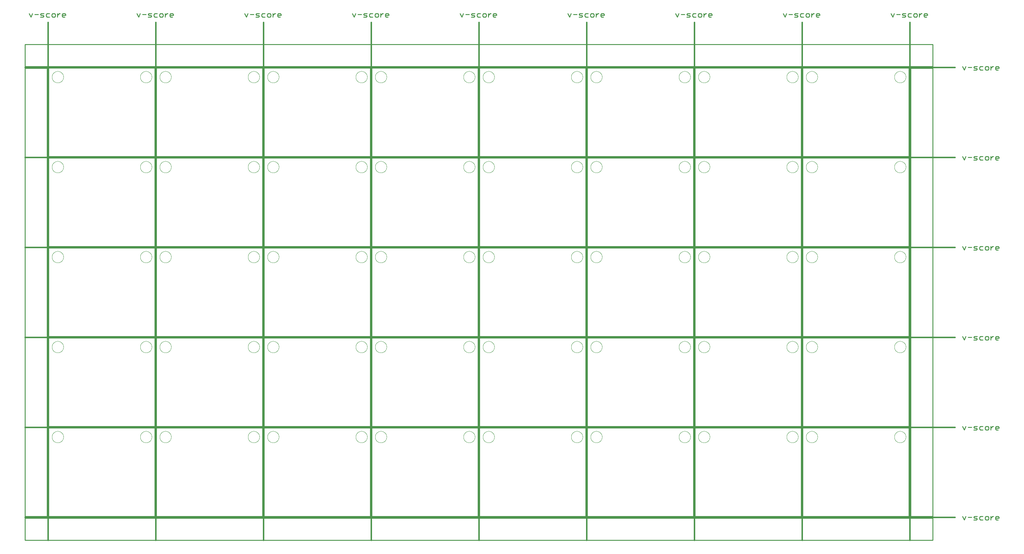
<source format=gko>
G75*
%MOIN*%
%OFA0B0*%
%FSLAX25Y25*%
%IPPOS*%
%LPD*%
%AMOC8*
5,1,8,0,0,1.08239X$1,22.5*
%
%ADD10C,0.00800*%
%ADD11C,0.01500*%
%ADD12C,0.01100*%
%ADD13C,0.01000*%
%ADD14C,0.00000*%
D10*
X0028750Y0028750D02*
X0148750Y0028750D01*
X0148750Y0128750D01*
X0028750Y0128750D01*
X0028750Y0028750D01*
X0150750Y0028750D02*
X0270750Y0028750D01*
X0270750Y0128750D01*
X0150750Y0128750D01*
X0150750Y0028750D01*
X0272750Y0028750D02*
X0392750Y0028750D01*
X0392750Y0128750D01*
X0272750Y0128750D01*
X0272750Y0028750D01*
X0394750Y0028750D02*
X0514750Y0028750D01*
X0514750Y0128750D01*
X0394750Y0128750D01*
X0394750Y0028750D01*
X0516750Y0028750D02*
X0636750Y0028750D01*
X0636750Y0128750D01*
X0516750Y0128750D01*
X0516750Y0028750D01*
X0638750Y0028750D02*
X0758750Y0028750D01*
X0758750Y0128750D01*
X0638750Y0128750D01*
X0638750Y0028750D01*
X0760750Y0028750D02*
X0880750Y0028750D01*
X0880750Y0128750D01*
X0760750Y0128750D01*
X0760750Y0028750D01*
X0882750Y0028750D02*
X1002750Y0028750D01*
X1002750Y0128750D01*
X0882750Y0128750D01*
X0882750Y0028750D01*
X0882750Y0130750D02*
X1002750Y0130750D01*
X1002750Y0230750D01*
X0882750Y0230750D01*
X0882750Y0130750D01*
X0880750Y0130750D02*
X0760750Y0130750D01*
X0760750Y0230750D01*
X0880750Y0230750D01*
X0880750Y0130750D01*
X0758750Y0130750D02*
X0638750Y0130750D01*
X0638750Y0230750D01*
X0758750Y0230750D01*
X0758750Y0130750D01*
X0636750Y0130750D02*
X0516750Y0130750D01*
X0516750Y0230750D01*
X0636750Y0230750D01*
X0636750Y0130750D01*
X0514750Y0130750D02*
X0394750Y0130750D01*
X0394750Y0230750D01*
X0514750Y0230750D01*
X0514750Y0130750D01*
X0392750Y0130750D02*
X0272750Y0130750D01*
X0272750Y0230750D01*
X0392750Y0230750D01*
X0392750Y0130750D01*
X0270750Y0130750D02*
X0150750Y0130750D01*
X0150750Y0230750D01*
X0270750Y0230750D01*
X0270750Y0130750D01*
X0148750Y0130750D02*
X0028750Y0130750D01*
X0028750Y0230750D01*
X0148750Y0230750D01*
X0148750Y0130750D01*
X0148750Y0232750D02*
X0028750Y0232750D01*
X0028750Y0332750D01*
X0148750Y0332750D01*
X0148750Y0232750D01*
X0150750Y0232750D02*
X0270750Y0232750D01*
X0270750Y0332750D01*
X0150750Y0332750D01*
X0150750Y0232750D01*
X0272750Y0232750D02*
X0392750Y0232750D01*
X0392750Y0332750D01*
X0272750Y0332750D01*
X0272750Y0232750D01*
X0394750Y0232750D02*
X0514750Y0232750D01*
X0514750Y0332750D01*
X0394750Y0332750D01*
X0394750Y0232750D01*
X0516750Y0232750D02*
X0636750Y0232750D01*
X0636750Y0332750D01*
X0516750Y0332750D01*
X0516750Y0232750D01*
X0638750Y0232750D02*
X0758750Y0232750D01*
X0758750Y0332750D01*
X0638750Y0332750D01*
X0638750Y0232750D01*
X0760750Y0232750D02*
X0880750Y0232750D01*
X0880750Y0332750D01*
X0760750Y0332750D01*
X0760750Y0232750D01*
X0882750Y0232750D02*
X1002750Y0232750D01*
X1002750Y0332750D01*
X0882750Y0332750D01*
X0882750Y0232750D01*
X0882750Y0334750D02*
X1002750Y0334750D01*
X1002750Y0434750D01*
X0882750Y0434750D01*
X0882750Y0334750D01*
X0880750Y0334750D02*
X0760750Y0334750D01*
X0760750Y0434750D01*
X0880750Y0434750D01*
X0880750Y0334750D01*
X0758750Y0334750D02*
X0638750Y0334750D01*
X0638750Y0434750D01*
X0758750Y0434750D01*
X0758750Y0334750D01*
X0636750Y0334750D02*
X0516750Y0334750D01*
X0516750Y0434750D01*
X0636750Y0434750D01*
X0636750Y0334750D01*
X0514750Y0334750D02*
X0394750Y0334750D01*
X0394750Y0434750D01*
X0514750Y0434750D01*
X0514750Y0334750D01*
X0392750Y0334750D02*
X0272750Y0334750D01*
X0272750Y0434750D01*
X0392750Y0434750D01*
X0392750Y0334750D01*
X0270750Y0334750D02*
X0150750Y0334750D01*
X0150750Y0434750D01*
X0270750Y0434750D01*
X0270750Y0334750D01*
X0148750Y0334750D02*
X0028750Y0334750D01*
X0028750Y0434750D01*
X0148750Y0434750D01*
X0148750Y0334750D01*
X0148750Y0436750D02*
X0028750Y0436750D01*
X0028750Y0536750D01*
X0148750Y0536750D01*
X0148750Y0436750D01*
X0150750Y0436750D02*
X0270750Y0436750D01*
X0270750Y0536750D01*
X0150750Y0536750D01*
X0150750Y0436750D01*
X0272750Y0436750D02*
X0392750Y0436750D01*
X0392750Y0536750D01*
X0272750Y0536750D01*
X0272750Y0436750D01*
X0394750Y0436750D02*
X0514750Y0436750D01*
X0514750Y0536750D01*
X0394750Y0536750D01*
X0394750Y0436750D01*
X0516750Y0436750D02*
X0636750Y0436750D01*
X0636750Y0536750D01*
X0516750Y0536750D01*
X0516750Y0436750D01*
X0638750Y0436750D02*
X0758750Y0436750D01*
X0758750Y0536750D01*
X0638750Y0536750D01*
X0638750Y0436750D01*
X0760750Y0436750D02*
X0880750Y0436750D01*
X0880750Y0536750D01*
X0760750Y0536750D01*
X0760750Y0436750D01*
X0882750Y0436750D02*
X1002750Y0436750D01*
X1002750Y0536750D01*
X0882750Y0536750D01*
X0882750Y0436750D01*
D11*
X1054750Y0435750D02*
X0001750Y0435750D01*
X0001750Y0537750D02*
X1054750Y0537750D01*
X1003750Y0588750D02*
X1003750Y0001750D01*
X1054750Y0027750D02*
X0001750Y0027750D01*
X0027750Y0001750D02*
X0027750Y0588750D01*
X0149750Y0588750D02*
X0149750Y0001750D01*
X0271750Y0001750D02*
X0271750Y0588750D01*
X0393750Y0588750D02*
X0393750Y0001750D01*
X0515750Y0001750D02*
X0515750Y0588750D01*
X0637750Y0588750D02*
X0637750Y0001750D01*
X0759750Y0001750D02*
X0759750Y0588750D01*
X0881750Y0588750D02*
X0881750Y0001750D01*
X1054750Y0129750D02*
X0001750Y0129750D01*
X0001750Y0231750D02*
X1054750Y0231750D01*
X1054750Y0333750D02*
X0001750Y0333750D01*
D12*
X0008246Y0594800D02*
X0010215Y0598737D01*
X0012723Y0597753D02*
X0016660Y0597753D01*
X0019169Y0597753D02*
X0020153Y0598737D01*
X0023106Y0598737D01*
X0022121Y0596768D02*
X0020153Y0596768D01*
X0019169Y0597753D01*
X0019169Y0594800D02*
X0022121Y0594800D01*
X0023106Y0595784D01*
X0022121Y0596768D01*
X0025614Y0595784D02*
X0026599Y0594800D01*
X0029551Y0594800D01*
X0032060Y0595784D02*
X0033044Y0594800D01*
X0035012Y0594800D01*
X0035997Y0595784D01*
X0035997Y0597753D01*
X0035012Y0598737D01*
X0033044Y0598737D01*
X0032060Y0597753D01*
X0032060Y0595784D01*
X0029551Y0598737D02*
X0026599Y0598737D01*
X0025614Y0597753D01*
X0025614Y0595784D01*
X0038505Y0594800D02*
X0038505Y0598737D01*
X0038505Y0596768D02*
X0040474Y0598737D01*
X0041458Y0598737D01*
X0043877Y0597753D02*
X0044861Y0598737D01*
X0046829Y0598737D01*
X0047813Y0597753D01*
X0047813Y0596768D01*
X0043877Y0596768D01*
X0043877Y0595784D02*
X0043877Y0597753D01*
X0043877Y0595784D02*
X0044861Y0594800D01*
X0046829Y0594800D01*
X0008246Y0594800D02*
X0006278Y0598737D01*
X0128278Y0598737D02*
X0130246Y0594800D01*
X0132215Y0598737D01*
X0134723Y0597753D02*
X0138660Y0597753D01*
X0141169Y0597753D02*
X0142153Y0598737D01*
X0145106Y0598737D01*
X0144121Y0596768D02*
X0142153Y0596768D01*
X0141169Y0597753D01*
X0141169Y0594800D02*
X0144121Y0594800D01*
X0145106Y0595784D01*
X0144121Y0596768D01*
X0147614Y0595784D02*
X0148599Y0594800D01*
X0151551Y0594800D01*
X0154060Y0595784D02*
X0155044Y0594800D01*
X0157012Y0594800D01*
X0157997Y0595784D01*
X0157997Y0597753D01*
X0157012Y0598737D01*
X0155044Y0598737D01*
X0154060Y0597753D01*
X0154060Y0595784D01*
X0151551Y0598737D02*
X0148599Y0598737D01*
X0147614Y0597753D01*
X0147614Y0595784D01*
X0160505Y0594800D02*
X0160505Y0598737D01*
X0160505Y0596768D02*
X0162474Y0598737D01*
X0163458Y0598737D01*
X0165877Y0597753D02*
X0166861Y0598737D01*
X0168829Y0598737D01*
X0169813Y0597753D01*
X0169813Y0596768D01*
X0165877Y0596768D01*
X0165877Y0595784D02*
X0165877Y0597753D01*
X0165877Y0595784D02*
X0166861Y0594800D01*
X0168829Y0594800D01*
X0250278Y0598737D02*
X0252246Y0594800D01*
X0254215Y0598737D01*
X0256723Y0597753D02*
X0260660Y0597753D01*
X0263169Y0597753D02*
X0264153Y0598737D01*
X0267106Y0598737D01*
X0266121Y0596768D02*
X0264153Y0596768D01*
X0263169Y0597753D01*
X0263169Y0594800D02*
X0266121Y0594800D01*
X0267106Y0595784D01*
X0266121Y0596768D01*
X0269614Y0595784D02*
X0270599Y0594800D01*
X0273551Y0594800D01*
X0276060Y0595784D02*
X0277044Y0594800D01*
X0279012Y0594800D01*
X0279997Y0595784D01*
X0279997Y0597753D01*
X0279012Y0598737D01*
X0277044Y0598737D01*
X0276060Y0597753D01*
X0276060Y0595784D01*
X0273551Y0598737D02*
X0270599Y0598737D01*
X0269614Y0597753D01*
X0269614Y0595784D01*
X0282505Y0594800D02*
X0282505Y0598737D01*
X0282505Y0596768D02*
X0284474Y0598737D01*
X0285458Y0598737D01*
X0287877Y0597753D02*
X0288861Y0598737D01*
X0290829Y0598737D01*
X0291813Y0597753D01*
X0291813Y0596768D01*
X0287877Y0596768D01*
X0287877Y0595784D02*
X0287877Y0597753D01*
X0287877Y0595784D02*
X0288861Y0594800D01*
X0290829Y0594800D01*
X0372278Y0598737D02*
X0374246Y0594800D01*
X0376215Y0598737D01*
X0378723Y0597753D02*
X0382660Y0597753D01*
X0385169Y0597753D02*
X0386153Y0598737D01*
X0389106Y0598737D01*
X0388121Y0596768D02*
X0386153Y0596768D01*
X0385169Y0597753D01*
X0385169Y0594800D02*
X0388121Y0594800D01*
X0389106Y0595784D01*
X0388121Y0596768D01*
X0391614Y0595784D02*
X0392599Y0594800D01*
X0395551Y0594800D01*
X0398060Y0595784D02*
X0399044Y0594800D01*
X0401012Y0594800D01*
X0401997Y0595784D01*
X0401997Y0597753D01*
X0401012Y0598737D01*
X0399044Y0598737D01*
X0398060Y0597753D01*
X0398060Y0595784D01*
X0395551Y0598737D02*
X0392599Y0598737D01*
X0391614Y0597753D01*
X0391614Y0595784D01*
X0404505Y0594800D02*
X0404505Y0598737D01*
X0404505Y0596768D02*
X0406474Y0598737D01*
X0407458Y0598737D01*
X0409877Y0597753D02*
X0410861Y0598737D01*
X0412829Y0598737D01*
X0413813Y0597753D01*
X0413813Y0596768D01*
X0409877Y0596768D01*
X0409877Y0595784D02*
X0409877Y0597753D01*
X0409877Y0595784D02*
X0410861Y0594800D01*
X0412829Y0594800D01*
X0494278Y0598737D02*
X0496246Y0594800D01*
X0498215Y0598737D01*
X0500723Y0597753D02*
X0504660Y0597753D01*
X0507169Y0597753D02*
X0508153Y0598737D01*
X0511106Y0598737D01*
X0510121Y0596768D02*
X0508153Y0596768D01*
X0507169Y0597753D01*
X0507169Y0594800D02*
X0510121Y0594800D01*
X0511106Y0595784D01*
X0510121Y0596768D01*
X0513614Y0595784D02*
X0514599Y0594800D01*
X0517551Y0594800D01*
X0520060Y0595784D02*
X0521044Y0594800D01*
X0523012Y0594800D01*
X0523997Y0595784D01*
X0523997Y0597753D01*
X0523012Y0598737D01*
X0521044Y0598737D01*
X0520060Y0597753D01*
X0520060Y0595784D01*
X0517551Y0598737D02*
X0514599Y0598737D01*
X0513614Y0597753D01*
X0513614Y0595784D01*
X0526505Y0594800D02*
X0526505Y0598737D01*
X0526505Y0596768D02*
X0528474Y0598737D01*
X0529458Y0598737D01*
X0531877Y0597753D02*
X0532861Y0598737D01*
X0534829Y0598737D01*
X0535813Y0597753D01*
X0535813Y0596768D01*
X0531877Y0596768D01*
X0531877Y0595784D02*
X0531877Y0597753D01*
X0531877Y0595784D02*
X0532861Y0594800D01*
X0534829Y0594800D01*
X0616278Y0598737D02*
X0618246Y0594800D01*
X0620215Y0598737D01*
X0622723Y0597753D02*
X0626660Y0597753D01*
X0629169Y0597753D02*
X0630153Y0598737D01*
X0633106Y0598737D01*
X0632121Y0596768D02*
X0630153Y0596768D01*
X0629169Y0597753D01*
X0629169Y0594800D02*
X0632121Y0594800D01*
X0633106Y0595784D01*
X0632121Y0596768D01*
X0635614Y0595784D02*
X0636599Y0594800D01*
X0639551Y0594800D01*
X0642060Y0595784D02*
X0643044Y0594800D01*
X0645012Y0594800D01*
X0645997Y0595784D01*
X0645997Y0597753D01*
X0645012Y0598737D01*
X0643044Y0598737D01*
X0642060Y0597753D01*
X0642060Y0595784D01*
X0639551Y0598737D02*
X0636599Y0598737D01*
X0635614Y0597753D01*
X0635614Y0595784D01*
X0648505Y0594800D02*
X0648505Y0598737D01*
X0648505Y0596768D02*
X0650474Y0598737D01*
X0651458Y0598737D01*
X0653877Y0597753D02*
X0654861Y0598737D01*
X0656829Y0598737D01*
X0657813Y0597753D01*
X0657813Y0596768D01*
X0653877Y0596768D01*
X0653877Y0595784D02*
X0653877Y0597753D01*
X0653877Y0595784D02*
X0654861Y0594800D01*
X0656829Y0594800D01*
X0738278Y0598737D02*
X0740246Y0594800D01*
X0742215Y0598737D01*
X0744723Y0597753D02*
X0748660Y0597753D01*
X0751169Y0597753D02*
X0752153Y0598737D01*
X0755106Y0598737D01*
X0754121Y0596768D02*
X0752153Y0596768D01*
X0751169Y0597753D01*
X0751169Y0594800D02*
X0754121Y0594800D01*
X0755106Y0595784D01*
X0754121Y0596768D01*
X0757614Y0595784D02*
X0758599Y0594800D01*
X0761551Y0594800D01*
X0764060Y0595784D02*
X0765044Y0594800D01*
X0767012Y0594800D01*
X0767997Y0595784D01*
X0767997Y0597753D01*
X0767012Y0598737D01*
X0765044Y0598737D01*
X0764060Y0597753D01*
X0764060Y0595784D01*
X0761551Y0598737D02*
X0758599Y0598737D01*
X0757614Y0597753D01*
X0757614Y0595784D01*
X0770505Y0594800D02*
X0770505Y0598737D01*
X0770505Y0596768D02*
X0772474Y0598737D01*
X0773458Y0598737D01*
X0775877Y0597753D02*
X0776861Y0598737D01*
X0778829Y0598737D01*
X0779813Y0597753D01*
X0779813Y0596768D01*
X0775877Y0596768D01*
X0775877Y0595784D02*
X0775877Y0597753D01*
X0775877Y0595784D02*
X0776861Y0594800D01*
X0778829Y0594800D01*
X0860278Y0598737D02*
X0862246Y0594800D01*
X0864215Y0598737D01*
X0866723Y0597753D02*
X0870660Y0597753D01*
X0873169Y0597753D02*
X0874153Y0598737D01*
X0877106Y0598737D01*
X0876121Y0596768D02*
X0874153Y0596768D01*
X0873169Y0597753D01*
X0873169Y0594800D02*
X0876121Y0594800D01*
X0877106Y0595784D01*
X0876121Y0596768D01*
X0879614Y0595784D02*
X0880599Y0594800D01*
X0883551Y0594800D01*
X0886060Y0595784D02*
X0887044Y0594800D01*
X0889012Y0594800D01*
X0889997Y0595784D01*
X0889997Y0597753D01*
X0889012Y0598737D01*
X0887044Y0598737D01*
X0886060Y0597753D01*
X0886060Y0595784D01*
X0883551Y0598737D02*
X0880599Y0598737D01*
X0879614Y0597753D01*
X0879614Y0595784D01*
X0892505Y0594800D02*
X0892505Y0598737D01*
X0892505Y0596768D02*
X0894474Y0598737D01*
X0895458Y0598737D01*
X0897877Y0597753D02*
X0898861Y0598737D01*
X0900829Y0598737D01*
X0901813Y0597753D01*
X0901813Y0596768D01*
X0897877Y0596768D01*
X0897877Y0595784D02*
X0897877Y0597753D01*
X0897877Y0595784D02*
X0898861Y0594800D01*
X0900829Y0594800D01*
X0982278Y0598737D02*
X0984246Y0594800D01*
X0986215Y0598737D01*
X0988723Y0597753D02*
X0992660Y0597753D01*
X0995169Y0597753D02*
X0996153Y0598737D01*
X0999106Y0598737D01*
X0998121Y0596768D02*
X0996153Y0596768D01*
X0995169Y0597753D01*
X0995169Y0594800D02*
X0998121Y0594800D01*
X0999106Y0595784D01*
X0998121Y0596768D01*
X1001614Y0595784D02*
X1002599Y0594800D01*
X1005551Y0594800D01*
X1008060Y0595784D02*
X1009044Y0594800D01*
X1011012Y0594800D01*
X1011997Y0595784D01*
X1011997Y0597753D01*
X1011012Y0598737D01*
X1009044Y0598737D01*
X1008060Y0597753D01*
X1008060Y0595784D01*
X1005551Y0598737D02*
X1002599Y0598737D01*
X1001614Y0597753D01*
X1001614Y0595784D01*
X1014505Y0594800D02*
X1014505Y0598737D01*
X1014505Y0596768D02*
X1016474Y0598737D01*
X1017458Y0598737D01*
X1019877Y0597753D02*
X1020861Y0598737D01*
X1022829Y0598737D01*
X1023813Y0597753D01*
X1023813Y0596768D01*
X1019877Y0596768D01*
X1019877Y0595784D02*
X1019877Y0597753D01*
X1019877Y0595784D02*
X1020861Y0594800D01*
X1022829Y0594800D01*
X1063278Y0538737D02*
X1065246Y0534800D01*
X1067215Y0538737D01*
X1069723Y0537753D02*
X1073660Y0537753D01*
X1076169Y0537753D02*
X1077153Y0538737D01*
X1080106Y0538737D01*
X1079121Y0536768D02*
X1077153Y0536768D01*
X1076169Y0537753D01*
X1076169Y0534800D02*
X1079121Y0534800D01*
X1080106Y0535784D01*
X1079121Y0536768D01*
X1082614Y0535784D02*
X1083599Y0534800D01*
X1086551Y0534800D01*
X1089060Y0535784D02*
X1090044Y0534800D01*
X1092012Y0534800D01*
X1092997Y0535784D01*
X1092997Y0537753D01*
X1092012Y0538737D01*
X1090044Y0538737D01*
X1089060Y0537753D01*
X1089060Y0535784D01*
X1086551Y0538737D02*
X1083599Y0538737D01*
X1082614Y0537753D01*
X1082614Y0535784D01*
X1095505Y0534800D02*
X1095505Y0538737D01*
X1095505Y0536768D02*
X1097474Y0538737D01*
X1098458Y0538737D01*
X1100877Y0537753D02*
X1101861Y0538737D01*
X1103829Y0538737D01*
X1104813Y0537753D01*
X1104813Y0536768D01*
X1100877Y0536768D01*
X1100877Y0535784D02*
X1100877Y0537753D01*
X1100877Y0535784D02*
X1101861Y0534800D01*
X1103829Y0534800D01*
X1103829Y0436737D02*
X1104813Y0435753D01*
X1104813Y0434768D01*
X1100877Y0434768D01*
X1100877Y0433784D02*
X1100877Y0435753D01*
X1101861Y0436737D01*
X1103829Y0436737D01*
X1103829Y0432800D02*
X1101861Y0432800D01*
X1100877Y0433784D01*
X1098458Y0436737D02*
X1097474Y0436737D01*
X1095505Y0434768D01*
X1095505Y0432800D02*
X1095505Y0436737D01*
X1092997Y0435753D02*
X1092012Y0436737D01*
X1090044Y0436737D01*
X1089060Y0435753D01*
X1089060Y0433784D01*
X1090044Y0432800D01*
X1092012Y0432800D01*
X1092997Y0433784D01*
X1092997Y0435753D01*
X1086551Y0436737D02*
X1083599Y0436737D01*
X1082614Y0435753D01*
X1082614Y0433784D01*
X1083599Y0432800D01*
X1086551Y0432800D01*
X1080106Y0433784D02*
X1079121Y0434768D01*
X1077153Y0434768D01*
X1076169Y0435753D01*
X1077153Y0436737D01*
X1080106Y0436737D01*
X1080106Y0433784D02*
X1079121Y0432800D01*
X1076169Y0432800D01*
X1073660Y0435753D02*
X1069723Y0435753D01*
X1067215Y0436737D02*
X1065246Y0432800D01*
X1063278Y0436737D01*
X1063278Y0334737D02*
X1065246Y0330800D01*
X1067215Y0334737D01*
X1069723Y0333753D02*
X1073660Y0333753D01*
X1076169Y0333753D02*
X1077153Y0334737D01*
X1080106Y0334737D01*
X1079121Y0332768D02*
X1077153Y0332768D01*
X1076169Y0333753D01*
X1076169Y0330800D02*
X1079121Y0330800D01*
X1080106Y0331784D01*
X1079121Y0332768D01*
X1082614Y0331784D02*
X1082614Y0333753D01*
X1083599Y0334737D01*
X1086551Y0334737D01*
X1089060Y0333753D02*
X1089060Y0331784D01*
X1090044Y0330800D01*
X1092012Y0330800D01*
X1092997Y0331784D01*
X1092997Y0333753D01*
X1092012Y0334737D01*
X1090044Y0334737D01*
X1089060Y0333753D01*
X1086551Y0330800D02*
X1083599Y0330800D01*
X1082614Y0331784D01*
X1095505Y0330800D02*
X1095505Y0334737D01*
X1095505Y0332768D02*
X1097474Y0334737D01*
X1098458Y0334737D01*
X1100877Y0333753D02*
X1100877Y0331784D01*
X1101861Y0330800D01*
X1103829Y0330800D01*
X1104813Y0332768D02*
X1100877Y0332768D01*
X1100877Y0333753D02*
X1101861Y0334737D01*
X1103829Y0334737D01*
X1104813Y0333753D01*
X1104813Y0332768D01*
X1103829Y0232737D02*
X1104813Y0231753D01*
X1104813Y0230768D01*
X1100877Y0230768D01*
X1100877Y0229784D02*
X1100877Y0231753D01*
X1101861Y0232737D01*
X1103829Y0232737D01*
X1103829Y0228800D02*
X1101861Y0228800D01*
X1100877Y0229784D01*
X1098458Y0232737D02*
X1097474Y0232737D01*
X1095505Y0230768D01*
X1095505Y0228800D02*
X1095505Y0232737D01*
X1092997Y0231753D02*
X1092012Y0232737D01*
X1090044Y0232737D01*
X1089060Y0231753D01*
X1089060Y0229784D01*
X1090044Y0228800D01*
X1092012Y0228800D01*
X1092997Y0229784D01*
X1092997Y0231753D01*
X1086551Y0232737D02*
X1083599Y0232737D01*
X1082614Y0231753D01*
X1082614Y0229784D01*
X1083599Y0228800D01*
X1086551Y0228800D01*
X1080106Y0229784D02*
X1079121Y0228800D01*
X1076169Y0228800D01*
X1077153Y0230768D02*
X1076169Y0231753D01*
X1077153Y0232737D01*
X1080106Y0232737D01*
X1079121Y0230768D02*
X1077153Y0230768D01*
X1079121Y0230768D02*
X1080106Y0229784D01*
X1073660Y0231753D02*
X1069723Y0231753D01*
X1067215Y0232737D02*
X1065246Y0228800D01*
X1063278Y0232737D01*
X1063278Y0130737D02*
X1065246Y0126800D01*
X1067215Y0130737D01*
X1069723Y0129753D02*
X1073660Y0129753D01*
X1076169Y0129753D02*
X1077153Y0130737D01*
X1080106Y0130737D01*
X1079121Y0128768D02*
X1077153Y0128768D01*
X1076169Y0129753D01*
X1076169Y0126800D02*
X1079121Y0126800D01*
X1080106Y0127784D01*
X1079121Y0128768D01*
X1082614Y0127784D02*
X1083599Y0126800D01*
X1086551Y0126800D01*
X1089060Y0127784D02*
X1090044Y0126800D01*
X1092012Y0126800D01*
X1092997Y0127784D01*
X1092997Y0129753D01*
X1092012Y0130737D01*
X1090044Y0130737D01*
X1089060Y0129753D01*
X1089060Y0127784D01*
X1086551Y0130737D02*
X1083599Y0130737D01*
X1082614Y0129753D01*
X1082614Y0127784D01*
X1095505Y0126800D02*
X1095505Y0130737D01*
X1095505Y0128768D02*
X1097474Y0130737D01*
X1098458Y0130737D01*
X1100877Y0129753D02*
X1101861Y0130737D01*
X1103829Y0130737D01*
X1104813Y0129753D01*
X1104813Y0128768D01*
X1100877Y0128768D01*
X1100877Y0127784D02*
X1100877Y0129753D01*
X1100877Y0127784D02*
X1101861Y0126800D01*
X1103829Y0126800D01*
X1103829Y0028737D02*
X1104813Y0027753D01*
X1104813Y0026768D01*
X1100877Y0026768D01*
X1100877Y0025784D02*
X1100877Y0027753D01*
X1101861Y0028737D01*
X1103829Y0028737D01*
X1103829Y0024800D02*
X1101861Y0024800D01*
X1100877Y0025784D01*
X1098458Y0028737D02*
X1097474Y0028737D01*
X1095505Y0026768D01*
X1095505Y0024800D02*
X1095505Y0028737D01*
X1092997Y0027753D02*
X1092012Y0028737D01*
X1090044Y0028737D01*
X1089060Y0027753D01*
X1089060Y0025784D01*
X1090044Y0024800D01*
X1092012Y0024800D01*
X1092997Y0025784D01*
X1092997Y0027753D01*
X1086551Y0028737D02*
X1083599Y0028737D01*
X1082614Y0027753D01*
X1082614Y0025784D01*
X1083599Y0024800D01*
X1086551Y0024800D01*
X1080106Y0025784D02*
X1079121Y0026768D01*
X1077153Y0026768D01*
X1076169Y0027753D01*
X1077153Y0028737D01*
X1080106Y0028737D01*
X1080106Y0025784D02*
X1079121Y0024800D01*
X1076169Y0024800D01*
X1073660Y0027753D02*
X1069723Y0027753D01*
X1067215Y0028737D02*
X1065246Y0024800D01*
X1063278Y0028737D01*
D13*
X0001750Y0026750D02*
X0001750Y0001750D01*
X1029750Y0001750D01*
X1029750Y0026750D01*
X0001750Y0026750D01*
X0001750Y0028750D02*
X0001750Y0536750D01*
X0026750Y0536750D01*
X0026750Y0028750D01*
X0001750Y0028750D01*
X0001750Y0538750D02*
X0001750Y0563750D01*
X1029750Y0563750D01*
X1029750Y0538750D01*
X0001750Y0538750D01*
X1004750Y0536750D02*
X1004750Y0028750D01*
X1029750Y0028750D01*
X1029750Y0536750D01*
X1004750Y0536750D01*
D14*
X0986250Y0526750D02*
X0986252Y0526911D01*
X0986258Y0527071D01*
X0986268Y0527232D01*
X0986282Y0527392D01*
X0986300Y0527552D01*
X0986321Y0527711D01*
X0986347Y0527870D01*
X0986377Y0528028D01*
X0986410Y0528185D01*
X0986448Y0528342D01*
X0986489Y0528497D01*
X0986534Y0528651D01*
X0986583Y0528804D01*
X0986636Y0528956D01*
X0986692Y0529107D01*
X0986753Y0529256D01*
X0986816Y0529404D01*
X0986884Y0529550D01*
X0986955Y0529694D01*
X0987029Y0529836D01*
X0987107Y0529977D01*
X0987189Y0530115D01*
X0987274Y0530252D01*
X0987362Y0530386D01*
X0987454Y0530518D01*
X0987549Y0530648D01*
X0987647Y0530776D01*
X0987748Y0530901D01*
X0987852Y0531023D01*
X0987959Y0531143D01*
X0988069Y0531260D01*
X0988182Y0531375D01*
X0988298Y0531486D01*
X0988417Y0531595D01*
X0988538Y0531700D01*
X0988662Y0531803D01*
X0988788Y0531903D01*
X0988916Y0531999D01*
X0989047Y0532092D01*
X0989181Y0532182D01*
X0989316Y0532269D01*
X0989454Y0532352D01*
X0989593Y0532432D01*
X0989735Y0532508D01*
X0989878Y0532581D01*
X0990023Y0532650D01*
X0990170Y0532716D01*
X0990318Y0532778D01*
X0990468Y0532836D01*
X0990619Y0532891D01*
X0990772Y0532942D01*
X0990926Y0532989D01*
X0991081Y0533032D01*
X0991237Y0533071D01*
X0991393Y0533107D01*
X0991551Y0533138D01*
X0991709Y0533166D01*
X0991868Y0533190D01*
X0992028Y0533210D01*
X0992188Y0533226D01*
X0992348Y0533238D01*
X0992509Y0533246D01*
X0992670Y0533250D01*
X0992830Y0533250D01*
X0992991Y0533246D01*
X0993152Y0533238D01*
X0993312Y0533226D01*
X0993472Y0533210D01*
X0993632Y0533190D01*
X0993791Y0533166D01*
X0993949Y0533138D01*
X0994107Y0533107D01*
X0994263Y0533071D01*
X0994419Y0533032D01*
X0994574Y0532989D01*
X0994728Y0532942D01*
X0994881Y0532891D01*
X0995032Y0532836D01*
X0995182Y0532778D01*
X0995330Y0532716D01*
X0995477Y0532650D01*
X0995622Y0532581D01*
X0995765Y0532508D01*
X0995907Y0532432D01*
X0996046Y0532352D01*
X0996184Y0532269D01*
X0996319Y0532182D01*
X0996453Y0532092D01*
X0996584Y0531999D01*
X0996712Y0531903D01*
X0996838Y0531803D01*
X0996962Y0531700D01*
X0997083Y0531595D01*
X0997202Y0531486D01*
X0997318Y0531375D01*
X0997431Y0531260D01*
X0997541Y0531143D01*
X0997648Y0531023D01*
X0997752Y0530901D01*
X0997853Y0530776D01*
X0997951Y0530648D01*
X0998046Y0530518D01*
X0998138Y0530386D01*
X0998226Y0530252D01*
X0998311Y0530115D01*
X0998393Y0529977D01*
X0998471Y0529836D01*
X0998545Y0529694D01*
X0998616Y0529550D01*
X0998684Y0529404D01*
X0998747Y0529256D01*
X0998808Y0529107D01*
X0998864Y0528956D01*
X0998917Y0528804D01*
X0998966Y0528651D01*
X0999011Y0528497D01*
X0999052Y0528342D01*
X0999090Y0528185D01*
X0999123Y0528028D01*
X0999153Y0527870D01*
X0999179Y0527711D01*
X0999200Y0527552D01*
X0999218Y0527392D01*
X0999232Y0527232D01*
X0999242Y0527071D01*
X0999248Y0526911D01*
X0999250Y0526750D01*
X0999248Y0526589D01*
X0999242Y0526429D01*
X0999232Y0526268D01*
X0999218Y0526108D01*
X0999200Y0525948D01*
X0999179Y0525789D01*
X0999153Y0525630D01*
X0999123Y0525472D01*
X0999090Y0525315D01*
X0999052Y0525158D01*
X0999011Y0525003D01*
X0998966Y0524849D01*
X0998917Y0524696D01*
X0998864Y0524544D01*
X0998808Y0524393D01*
X0998747Y0524244D01*
X0998684Y0524096D01*
X0998616Y0523950D01*
X0998545Y0523806D01*
X0998471Y0523664D01*
X0998393Y0523523D01*
X0998311Y0523385D01*
X0998226Y0523248D01*
X0998138Y0523114D01*
X0998046Y0522982D01*
X0997951Y0522852D01*
X0997853Y0522724D01*
X0997752Y0522599D01*
X0997648Y0522477D01*
X0997541Y0522357D01*
X0997431Y0522240D01*
X0997318Y0522125D01*
X0997202Y0522014D01*
X0997083Y0521905D01*
X0996962Y0521800D01*
X0996838Y0521697D01*
X0996712Y0521597D01*
X0996584Y0521501D01*
X0996453Y0521408D01*
X0996319Y0521318D01*
X0996184Y0521231D01*
X0996046Y0521148D01*
X0995907Y0521068D01*
X0995765Y0520992D01*
X0995622Y0520919D01*
X0995477Y0520850D01*
X0995330Y0520784D01*
X0995182Y0520722D01*
X0995032Y0520664D01*
X0994881Y0520609D01*
X0994728Y0520558D01*
X0994574Y0520511D01*
X0994419Y0520468D01*
X0994263Y0520429D01*
X0994107Y0520393D01*
X0993949Y0520362D01*
X0993791Y0520334D01*
X0993632Y0520310D01*
X0993472Y0520290D01*
X0993312Y0520274D01*
X0993152Y0520262D01*
X0992991Y0520254D01*
X0992830Y0520250D01*
X0992670Y0520250D01*
X0992509Y0520254D01*
X0992348Y0520262D01*
X0992188Y0520274D01*
X0992028Y0520290D01*
X0991868Y0520310D01*
X0991709Y0520334D01*
X0991551Y0520362D01*
X0991393Y0520393D01*
X0991237Y0520429D01*
X0991081Y0520468D01*
X0990926Y0520511D01*
X0990772Y0520558D01*
X0990619Y0520609D01*
X0990468Y0520664D01*
X0990318Y0520722D01*
X0990170Y0520784D01*
X0990023Y0520850D01*
X0989878Y0520919D01*
X0989735Y0520992D01*
X0989593Y0521068D01*
X0989454Y0521148D01*
X0989316Y0521231D01*
X0989181Y0521318D01*
X0989047Y0521408D01*
X0988916Y0521501D01*
X0988788Y0521597D01*
X0988662Y0521697D01*
X0988538Y0521800D01*
X0988417Y0521905D01*
X0988298Y0522014D01*
X0988182Y0522125D01*
X0988069Y0522240D01*
X0987959Y0522357D01*
X0987852Y0522477D01*
X0987748Y0522599D01*
X0987647Y0522724D01*
X0987549Y0522852D01*
X0987454Y0522982D01*
X0987362Y0523114D01*
X0987274Y0523248D01*
X0987189Y0523385D01*
X0987107Y0523523D01*
X0987029Y0523664D01*
X0986955Y0523806D01*
X0986884Y0523950D01*
X0986816Y0524096D01*
X0986753Y0524244D01*
X0986692Y0524393D01*
X0986636Y0524544D01*
X0986583Y0524696D01*
X0986534Y0524849D01*
X0986489Y0525003D01*
X0986448Y0525158D01*
X0986410Y0525315D01*
X0986377Y0525472D01*
X0986347Y0525630D01*
X0986321Y0525789D01*
X0986300Y0525948D01*
X0986282Y0526108D01*
X0986268Y0526268D01*
X0986258Y0526429D01*
X0986252Y0526589D01*
X0986250Y0526750D01*
X0886250Y0526750D02*
X0886252Y0526911D01*
X0886258Y0527071D01*
X0886268Y0527232D01*
X0886282Y0527392D01*
X0886300Y0527552D01*
X0886321Y0527711D01*
X0886347Y0527870D01*
X0886377Y0528028D01*
X0886410Y0528185D01*
X0886448Y0528342D01*
X0886489Y0528497D01*
X0886534Y0528651D01*
X0886583Y0528804D01*
X0886636Y0528956D01*
X0886692Y0529107D01*
X0886753Y0529256D01*
X0886816Y0529404D01*
X0886884Y0529550D01*
X0886955Y0529694D01*
X0887029Y0529836D01*
X0887107Y0529977D01*
X0887189Y0530115D01*
X0887274Y0530252D01*
X0887362Y0530386D01*
X0887454Y0530518D01*
X0887549Y0530648D01*
X0887647Y0530776D01*
X0887748Y0530901D01*
X0887852Y0531023D01*
X0887959Y0531143D01*
X0888069Y0531260D01*
X0888182Y0531375D01*
X0888298Y0531486D01*
X0888417Y0531595D01*
X0888538Y0531700D01*
X0888662Y0531803D01*
X0888788Y0531903D01*
X0888916Y0531999D01*
X0889047Y0532092D01*
X0889181Y0532182D01*
X0889316Y0532269D01*
X0889454Y0532352D01*
X0889593Y0532432D01*
X0889735Y0532508D01*
X0889878Y0532581D01*
X0890023Y0532650D01*
X0890170Y0532716D01*
X0890318Y0532778D01*
X0890468Y0532836D01*
X0890619Y0532891D01*
X0890772Y0532942D01*
X0890926Y0532989D01*
X0891081Y0533032D01*
X0891237Y0533071D01*
X0891393Y0533107D01*
X0891551Y0533138D01*
X0891709Y0533166D01*
X0891868Y0533190D01*
X0892028Y0533210D01*
X0892188Y0533226D01*
X0892348Y0533238D01*
X0892509Y0533246D01*
X0892670Y0533250D01*
X0892830Y0533250D01*
X0892991Y0533246D01*
X0893152Y0533238D01*
X0893312Y0533226D01*
X0893472Y0533210D01*
X0893632Y0533190D01*
X0893791Y0533166D01*
X0893949Y0533138D01*
X0894107Y0533107D01*
X0894263Y0533071D01*
X0894419Y0533032D01*
X0894574Y0532989D01*
X0894728Y0532942D01*
X0894881Y0532891D01*
X0895032Y0532836D01*
X0895182Y0532778D01*
X0895330Y0532716D01*
X0895477Y0532650D01*
X0895622Y0532581D01*
X0895765Y0532508D01*
X0895907Y0532432D01*
X0896046Y0532352D01*
X0896184Y0532269D01*
X0896319Y0532182D01*
X0896453Y0532092D01*
X0896584Y0531999D01*
X0896712Y0531903D01*
X0896838Y0531803D01*
X0896962Y0531700D01*
X0897083Y0531595D01*
X0897202Y0531486D01*
X0897318Y0531375D01*
X0897431Y0531260D01*
X0897541Y0531143D01*
X0897648Y0531023D01*
X0897752Y0530901D01*
X0897853Y0530776D01*
X0897951Y0530648D01*
X0898046Y0530518D01*
X0898138Y0530386D01*
X0898226Y0530252D01*
X0898311Y0530115D01*
X0898393Y0529977D01*
X0898471Y0529836D01*
X0898545Y0529694D01*
X0898616Y0529550D01*
X0898684Y0529404D01*
X0898747Y0529256D01*
X0898808Y0529107D01*
X0898864Y0528956D01*
X0898917Y0528804D01*
X0898966Y0528651D01*
X0899011Y0528497D01*
X0899052Y0528342D01*
X0899090Y0528185D01*
X0899123Y0528028D01*
X0899153Y0527870D01*
X0899179Y0527711D01*
X0899200Y0527552D01*
X0899218Y0527392D01*
X0899232Y0527232D01*
X0899242Y0527071D01*
X0899248Y0526911D01*
X0899250Y0526750D01*
X0899248Y0526589D01*
X0899242Y0526429D01*
X0899232Y0526268D01*
X0899218Y0526108D01*
X0899200Y0525948D01*
X0899179Y0525789D01*
X0899153Y0525630D01*
X0899123Y0525472D01*
X0899090Y0525315D01*
X0899052Y0525158D01*
X0899011Y0525003D01*
X0898966Y0524849D01*
X0898917Y0524696D01*
X0898864Y0524544D01*
X0898808Y0524393D01*
X0898747Y0524244D01*
X0898684Y0524096D01*
X0898616Y0523950D01*
X0898545Y0523806D01*
X0898471Y0523664D01*
X0898393Y0523523D01*
X0898311Y0523385D01*
X0898226Y0523248D01*
X0898138Y0523114D01*
X0898046Y0522982D01*
X0897951Y0522852D01*
X0897853Y0522724D01*
X0897752Y0522599D01*
X0897648Y0522477D01*
X0897541Y0522357D01*
X0897431Y0522240D01*
X0897318Y0522125D01*
X0897202Y0522014D01*
X0897083Y0521905D01*
X0896962Y0521800D01*
X0896838Y0521697D01*
X0896712Y0521597D01*
X0896584Y0521501D01*
X0896453Y0521408D01*
X0896319Y0521318D01*
X0896184Y0521231D01*
X0896046Y0521148D01*
X0895907Y0521068D01*
X0895765Y0520992D01*
X0895622Y0520919D01*
X0895477Y0520850D01*
X0895330Y0520784D01*
X0895182Y0520722D01*
X0895032Y0520664D01*
X0894881Y0520609D01*
X0894728Y0520558D01*
X0894574Y0520511D01*
X0894419Y0520468D01*
X0894263Y0520429D01*
X0894107Y0520393D01*
X0893949Y0520362D01*
X0893791Y0520334D01*
X0893632Y0520310D01*
X0893472Y0520290D01*
X0893312Y0520274D01*
X0893152Y0520262D01*
X0892991Y0520254D01*
X0892830Y0520250D01*
X0892670Y0520250D01*
X0892509Y0520254D01*
X0892348Y0520262D01*
X0892188Y0520274D01*
X0892028Y0520290D01*
X0891868Y0520310D01*
X0891709Y0520334D01*
X0891551Y0520362D01*
X0891393Y0520393D01*
X0891237Y0520429D01*
X0891081Y0520468D01*
X0890926Y0520511D01*
X0890772Y0520558D01*
X0890619Y0520609D01*
X0890468Y0520664D01*
X0890318Y0520722D01*
X0890170Y0520784D01*
X0890023Y0520850D01*
X0889878Y0520919D01*
X0889735Y0520992D01*
X0889593Y0521068D01*
X0889454Y0521148D01*
X0889316Y0521231D01*
X0889181Y0521318D01*
X0889047Y0521408D01*
X0888916Y0521501D01*
X0888788Y0521597D01*
X0888662Y0521697D01*
X0888538Y0521800D01*
X0888417Y0521905D01*
X0888298Y0522014D01*
X0888182Y0522125D01*
X0888069Y0522240D01*
X0887959Y0522357D01*
X0887852Y0522477D01*
X0887748Y0522599D01*
X0887647Y0522724D01*
X0887549Y0522852D01*
X0887454Y0522982D01*
X0887362Y0523114D01*
X0887274Y0523248D01*
X0887189Y0523385D01*
X0887107Y0523523D01*
X0887029Y0523664D01*
X0886955Y0523806D01*
X0886884Y0523950D01*
X0886816Y0524096D01*
X0886753Y0524244D01*
X0886692Y0524393D01*
X0886636Y0524544D01*
X0886583Y0524696D01*
X0886534Y0524849D01*
X0886489Y0525003D01*
X0886448Y0525158D01*
X0886410Y0525315D01*
X0886377Y0525472D01*
X0886347Y0525630D01*
X0886321Y0525789D01*
X0886300Y0525948D01*
X0886282Y0526108D01*
X0886268Y0526268D01*
X0886258Y0526429D01*
X0886252Y0526589D01*
X0886250Y0526750D01*
X0864250Y0526750D02*
X0864252Y0526911D01*
X0864258Y0527071D01*
X0864268Y0527232D01*
X0864282Y0527392D01*
X0864300Y0527552D01*
X0864321Y0527711D01*
X0864347Y0527870D01*
X0864377Y0528028D01*
X0864410Y0528185D01*
X0864448Y0528342D01*
X0864489Y0528497D01*
X0864534Y0528651D01*
X0864583Y0528804D01*
X0864636Y0528956D01*
X0864692Y0529107D01*
X0864753Y0529256D01*
X0864816Y0529404D01*
X0864884Y0529550D01*
X0864955Y0529694D01*
X0865029Y0529836D01*
X0865107Y0529977D01*
X0865189Y0530115D01*
X0865274Y0530252D01*
X0865362Y0530386D01*
X0865454Y0530518D01*
X0865549Y0530648D01*
X0865647Y0530776D01*
X0865748Y0530901D01*
X0865852Y0531023D01*
X0865959Y0531143D01*
X0866069Y0531260D01*
X0866182Y0531375D01*
X0866298Y0531486D01*
X0866417Y0531595D01*
X0866538Y0531700D01*
X0866662Y0531803D01*
X0866788Y0531903D01*
X0866916Y0531999D01*
X0867047Y0532092D01*
X0867181Y0532182D01*
X0867316Y0532269D01*
X0867454Y0532352D01*
X0867593Y0532432D01*
X0867735Y0532508D01*
X0867878Y0532581D01*
X0868023Y0532650D01*
X0868170Y0532716D01*
X0868318Y0532778D01*
X0868468Y0532836D01*
X0868619Y0532891D01*
X0868772Y0532942D01*
X0868926Y0532989D01*
X0869081Y0533032D01*
X0869237Y0533071D01*
X0869393Y0533107D01*
X0869551Y0533138D01*
X0869709Y0533166D01*
X0869868Y0533190D01*
X0870028Y0533210D01*
X0870188Y0533226D01*
X0870348Y0533238D01*
X0870509Y0533246D01*
X0870670Y0533250D01*
X0870830Y0533250D01*
X0870991Y0533246D01*
X0871152Y0533238D01*
X0871312Y0533226D01*
X0871472Y0533210D01*
X0871632Y0533190D01*
X0871791Y0533166D01*
X0871949Y0533138D01*
X0872107Y0533107D01*
X0872263Y0533071D01*
X0872419Y0533032D01*
X0872574Y0532989D01*
X0872728Y0532942D01*
X0872881Y0532891D01*
X0873032Y0532836D01*
X0873182Y0532778D01*
X0873330Y0532716D01*
X0873477Y0532650D01*
X0873622Y0532581D01*
X0873765Y0532508D01*
X0873907Y0532432D01*
X0874046Y0532352D01*
X0874184Y0532269D01*
X0874319Y0532182D01*
X0874453Y0532092D01*
X0874584Y0531999D01*
X0874712Y0531903D01*
X0874838Y0531803D01*
X0874962Y0531700D01*
X0875083Y0531595D01*
X0875202Y0531486D01*
X0875318Y0531375D01*
X0875431Y0531260D01*
X0875541Y0531143D01*
X0875648Y0531023D01*
X0875752Y0530901D01*
X0875853Y0530776D01*
X0875951Y0530648D01*
X0876046Y0530518D01*
X0876138Y0530386D01*
X0876226Y0530252D01*
X0876311Y0530115D01*
X0876393Y0529977D01*
X0876471Y0529836D01*
X0876545Y0529694D01*
X0876616Y0529550D01*
X0876684Y0529404D01*
X0876747Y0529256D01*
X0876808Y0529107D01*
X0876864Y0528956D01*
X0876917Y0528804D01*
X0876966Y0528651D01*
X0877011Y0528497D01*
X0877052Y0528342D01*
X0877090Y0528185D01*
X0877123Y0528028D01*
X0877153Y0527870D01*
X0877179Y0527711D01*
X0877200Y0527552D01*
X0877218Y0527392D01*
X0877232Y0527232D01*
X0877242Y0527071D01*
X0877248Y0526911D01*
X0877250Y0526750D01*
X0877248Y0526589D01*
X0877242Y0526429D01*
X0877232Y0526268D01*
X0877218Y0526108D01*
X0877200Y0525948D01*
X0877179Y0525789D01*
X0877153Y0525630D01*
X0877123Y0525472D01*
X0877090Y0525315D01*
X0877052Y0525158D01*
X0877011Y0525003D01*
X0876966Y0524849D01*
X0876917Y0524696D01*
X0876864Y0524544D01*
X0876808Y0524393D01*
X0876747Y0524244D01*
X0876684Y0524096D01*
X0876616Y0523950D01*
X0876545Y0523806D01*
X0876471Y0523664D01*
X0876393Y0523523D01*
X0876311Y0523385D01*
X0876226Y0523248D01*
X0876138Y0523114D01*
X0876046Y0522982D01*
X0875951Y0522852D01*
X0875853Y0522724D01*
X0875752Y0522599D01*
X0875648Y0522477D01*
X0875541Y0522357D01*
X0875431Y0522240D01*
X0875318Y0522125D01*
X0875202Y0522014D01*
X0875083Y0521905D01*
X0874962Y0521800D01*
X0874838Y0521697D01*
X0874712Y0521597D01*
X0874584Y0521501D01*
X0874453Y0521408D01*
X0874319Y0521318D01*
X0874184Y0521231D01*
X0874046Y0521148D01*
X0873907Y0521068D01*
X0873765Y0520992D01*
X0873622Y0520919D01*
X0873477Y0520850D01*
X0873330Y0520784D01*
X0873182Y0520722D01*
X0873032Y0520664D01*
X0872881Y0520609D01*
X0872728Y0520558D01*
X0872574Y0520511D01*
X0872419Y0520468D01*
X0872263Y0520429D01*
X0872107Y0520393D01*
X0871949Y0520362D01*
X0871791Y0520334D01*
X0871632Y0520310D01*
X0871472Y0520290D01*
X0871312Y0520274D01*
X0871152Y0520262D01*
X0870991Y0520254D01*
X0870830Y0520250D01*
X0870670Y0520250D01*
X0870509Y0520254D01*
X0870348Y0520262D01*
X0870188Y0520274D01*
X0870028Y0520290D01*
X0869868Y0520310D01*
X0869709Y0520334D01*
X0869551Y0520362D01*
X0869393Y0520393D01*
X0869237Y0520429D01*
X0869081Y0520468D01*
X0868926Y0520511D01*
X0868772Y0520558D01*
X0868619Y0520609D01*
X0868468Y0520664D01*
X0868318Y0520722D01*
X0868170Y0520784D01*
X0868023Y0520850D01*
X0867878Y0520919D01*
X0867735Y0520992D01*
X0867593Y0521068D01*
X0867454Y0521148D01*
X0867316Y0521231D01*
X0867181Y0521318D01*
X0867047Y0521408D01*
X0866916Y0521501D01*
X0866788Y0521597D01*
X0866662Y0521697D01*
X0866538Y0521800D01*
X0866417Y0521905D01*
X0866298Y0522014D01*
X0866182Y0522125D01*
X0866069Y0522240D01*
X0865959Y0522357D01*
X0865852Y0522477D01*
X0865748Y0522599D01*
X0865647Y0522724D01*
X0865549Y0522852D01*
X0865454Y0522982D01*
X0865362Y0523114D01*
X0865274Y0523248D01*
X0865189Y0523385D01*
X0865107Y0523523D01*
X0865029Y0523664D01*
X0864955Y0523806D01*
X0864884Y0523950D01*
X0864816Y0524096D01*
X0864753Y0524244D01*
X0864692Y0524393D01*
X0864636Y0524544D01*
X0864583Y0524696D01*
X0864534Y0524849D01*
X0864489Y0525003D01*
X0864448Y0525158D01*
X0864410Y0525315D01*
X0864377Y0525472D01*
X0864347Y0525630D01*
X0864321Y0525789D01*
X0864300Y0525948D01*
X0864282Y0526108D01*
X0864268Y0526268D01*
X0864258Y0526429D01*
X0864252Y0526589D01*
X0864250Y0526750D01*
X0764250Y0526750D02*
X0764252Y0526911D01*
X0764258Y0527071D01*
X0764268Y0527232D01*
X0764282Y0527392D01*
X0764300Y0527552D01*
X0764321Y0527711D01*
X0764347Y0527870D01*
X0764377Y0528028D01*
X0764410Y0528185D01*
X0764448Y0528342D01*
X0764489Y0528497D01*
X0764534Y0528651D01*
X0764583Y0528804D01*
X0764636Y0528956D01*
X0764692Y0529107D01*
X0764753Y0529256D01*
X0764816Y0529404D01*
X0764884Y0529550D01*
X0764955Y0529694D01*
X0765029Y0529836D01*
X0765107Y0529977D01*
X0765189Y0530115D01*
X0765274Y0530252D01*
X0765362Y0530386D01*
X0765454Y0530518D01*
X0765549Y0530648D01*
X0765647Y0530776D01*
X0765748Y0530901D01*
X0765852Y0531023D01*
X0765959Y0531143D01*
X0766069Y0531260D01*
X0766182Y0531375D01*
X0766298Y0531486D01*
X0766417Y0531595D01*
X0766538Y0531700D01*
X0766662Y0531803D01*
X0766788Y0531903D01*
X0766916Y0531999D01*
X0767047Y0532092D01*
X0767181Y0532182D01*
X0767316Y0532269D01*
X0767454Y0532352D01*
X0767593Y0532432D01*
X0767735Y0532508D01*
X0767878Y0532581D01*
X0768023Y0532650D01*
X0768170Y0532716D01*
X0768318Y0532778D01*
X0768468Y0532836D01*
X0768619Y0532891D01*
X0768772Y0532942D01*
X0768926Y0532989D01*
X0769081Y0533032D01*
X0769237Y0533071D01*
X0769393Y0533107D01*
X0769551Y0533138D01*
X0769709Y0533166D01*
X0769868Y0533190D01*
X0770028Y0533210D01*
X0770188Y0533226D01*
X0770348Y0533238D01*
X0770509Y0533246D01*
X0770670Y0533250D01*
X0770830Y0533250D01*
X0770991Y0533246D01*
X0771152Y0533238D01*
X0771312Y0533226D01*
X0771472Y0533210D01*
X0771632Y0533190D01*
X0771791Y0533166D01*
X0771949Y0533138D01*
X0772107Y0533107D01*
X0772263Y0533071D01*
X0772419Y0533032D01*
X0772574Y0532989D01*
X0772728Y0532942D01*
X0772881Y0532891D01*
X0773032Y0532836D01*
X0773182Y0532778D01*
X0773330Y0532716D01*
X0773477Y0532650D01*
X0773622Y0532581D01*
X0773765Y0532508D01*
X0773907Y0532432D01*
X0774046Y0532352D01*
X0774184Y0532269D01*
X0774319Y0532182D01*
X0774453Y0532092D01*
X0774584Y0531999D01*
X0774712Y0531903D01*
X0774838Y0531803D01*
X0774962Y0531700D01*
X0775083Y0531595D01*
X0775202Y0531486D01*
X0775318Y0531375D01*
X0775431Y0531260D01*
X0775541Y0531143D01*
X0775648Y0531023D01*
X0775752Y0530901D01*
X0775853Y0530776D01*
X0775951Y0530648D01*
X0776046Y0530518D01*
X0776138Y0530386D01*
X0776226Y0530252D01*
X0776311Y0530115D01*
X0776393Y0529977D01*
X0776471Y0529836D01*
X0776545Y0529694D01*
X0776616Y0529550D01*
X0776684Y0529404D01*
X0776747Y0529256D01*
X0776808Y0529107D01*
X0776864Y0528956D01*
X0776917Y0528804D01*
X0776966Y0528651D01*
X0777011Y0528497D01*
X0777052Y0528342D01*
X0777090Y0528185D01*
X0777123Y0528028D01*
X0777153Y0527870D01*
X0777179Y0527711D01*
X0777200Y0527552D01*
X0777218Y0527392D01*
X0777232Y0527232D01*
X0777242Y0527071D01*
X0777248Y0526911D01*
X0777250Y0526750D01*
X0777248Y0526589D01*
X0777242Y0526429D01*
X0777232Y0526268D01*
X0777218Y0526108D01*
X0777200Y0525948D01*
X0777179Y0525789D01*
X0777153Y0525630D01*
X0777123Y0525472D01*
X0777090Y0525315D01*
X0777052Y0525158D01*
X0777011Y0525003D01*
X0776966Y0524849D01*
X0776917Y0524696D01*
X0776864Y0524544D01*
X0776808Y0524393D01*
X0776747Y0524244D01*
X0776684Y0524096D01*
X0776616Y0523950D01*
X0776545Y0523806D01*
X0776471Y0523664D01*
X0776393Y0523523D01*
X0776311Y0523385D01*
X0776226Y0523248D01*
X0776138Y0523114D01*
X0776046Y0522982D01*
X0775951Y0522852D01*
X0775853Y0522724D01*
X0775752Y0522599D01*
X0775648Y0522477D01*
X0775541Y0522357D01*
X0775431Y0522240D01*
X0775318Y0522125D01*
X0775202Y0522014D01*
X0775083Y0521905D01*
X0774962Y0521800D01*
X0774838Y0521697D01*
X0774712Y0521597D01*
X0774584Y0521501D01*
X0774453Y0521408D01*
X0774319Y0521318D01*
X0774184Y0521231D01*
X0774046Y0521148D01*
X0773907Y0521068D01*
X0773765Y0520992D01*
X0773622Y0520919D01*
X0773477Y0520850D01*
X0773330Y0520784D01*
X0773182Y0520722D01*
X0773032Y0520664D01*
X0772881Y0520609D01*
X0772728Y0520558D01*
X0772574Y0520511D01*
X0772419Y0520468D01*
X0772263Y0520429D01*
X0772107Y0520393D01*
X0771949Y0520362D01*
X0771791Y0520334D01*
X0771632Y0520310D01*
X0771472Y0520290D01*
X0771312Y0520274D01*
X0771152Y0520262D01*
X0770991Y0520254D01*
X0770830Y0520250D01*
X0770670Y0520250D01*
X0770509Y0520254D01*
X0770348Y0520262D01*
X0770188Y0520274D01*
X0770028Y0520290D01*
X0769868Y0520310D01*
X0769709Y0520334D01*
X0769551Y0520362D01*
X0769393Y0520393D01*
X0769237Y0520429D01*
X0769081Y0520468D01*
X0768926Y0520511D01*
X0768772Y0520558D01*
X0768619Y0520609D01*
X0768468Y0520664D01*
X0768318Y0520722D01*
X0768170Y0520784D01*
X0768023Y0520850D01*
X0767878Y0520919D01*
X0767735Y0520992D01*
X0767593Y0521068D01*
X0767454Y0521148D01*
X0767316Y0521231D01*
X0767181Y0521318D01*
X0767047Y0521408D01*
X0766916Y0521501D01*
X0766788Y0521597D01*
X0766662Y0521697D01*
X0766538Y0521800D01*
X0766417Y0521905D01*
X0766298Y0522014D01*
X0766182Y0522125D01*
X0766069Y0522240D01*
X0765959Y0522357D01*
X0765852Y0522477D01*
X0765748Y0522599D01*
X0765647Y0522724D01*
X0765549Y0522852D01*
X0765454Y0522982D01*
X0765362Y0523114D01*
X0765274Y0523248D01*
X0765189Y0523385D01*
X0765107Y0523523D01*
X0765029Y0523664D01*
X0764955Y0523806D01*
X0764884Y0523950D01*
X0764816Y0524096D01*
X0764753Y0524244D01*
X0764692Y0524393D01*
X0764636Y0524544D01*
X0764583Y0524696D01*
X0764534Y0524849D01*
X0764489Y0525003D01*
X0764448Y0525158D01*
X0764410Y0525315D01*
X0764377Y0525472D01*
X0764347Y0525630D01*
X0764321Y0525789D01*
X0764300Y0525948D01*
X0764282Y0526108D01*
X0764268Y0526268D01*
X0764258Y0526429D01*
X0764252Y0526589D01*
X0764250Y0526750D01*
X0742250Y0526750D02*
X0742252Y0526911D01*
X0742258Y0527071D01*
X0742268Y0527232D01*
X0742282Y0527392D01*
X0742300Y0527552D01*
X0742321Y0527711D01*
X0742347Y0527870D01*
X0742377Y0528028D01*
X0742410Y0528185D01*
X0742448Y0528342D01*
X0742489Y0528497D01*
X0742534Y0528651D01*
X0742583Y0528804D01*
X0742636Y0528956D01*
X0742692Y0529107D01*
X0742753Y0529256D01*
X0742816Y0529404D01*
X0742884Y0529550D01*
X0742955Y0529694D01*
X0743029Y0529836D01*
X0743107Y0529977D01*
X0743189Y0530115D01*
X0743274Y0530252D01*
X0743362Y0530386D01*
X0743454Y0530518D01*
X0743549Y0530648D01*
X0743647Y0530776D01*
X0743748Y0530901D01*
X0743852Y0531023D01*
X0743959Y0531143D01*
X0744069Y0531260D01*
X0744182Y0531375D01*
X0744298Y0531486D01*
X0744417Y0531595D01*
X0744538Y0531700D01*
X0744662Y0531803D01*
X0744788Y0531903D01*
X0744916Y0531999D01*
X0745047Y0532092D01*
X0745181Y0532182D01*
X0745316Y0532269D01*
X0745454Y0532352D01*
X0745593Y0532432D01*
X0745735Y0532508D01*
X0745878Y0532581D01*
X0746023Y0532650D01*
X0746170Y0532716D01*
X0746318Y0532778D01*
X0746468Y0532836D01*
X0746619Y0532891D01*
X0746772Y0532942D01*
X0746926Y0532989D01*
X0747081Y0533032D01*
X0747237Y0533071D01*
X0747393Y0533107D01*
X0747551Y0533138D01*
X0747709Y0533166D01*
X0747868Y0533190D01*
X0748028Y0533210D01*
X0748188Y0533226D01*
X0748348Y0533238D01*
X0748509Y0533246D01*
X0748670Y0533250D01*
X0748830Y0533250D01*
X0748991Y0533246D01*
X0749152Y0533238D01*
X0749312Y0533226D01*
X0749472Y0533210D01*
X0749632Y0533190D01*
X0749791Y0533166D01*
X0749949Y0533138D01*
X0750107Y0533107D01*
X0750263Y0533071D01*
X0750419Y0533032D01*
X0750574Y0532989D01*
X0750728Y0532942D01*
X0750881Y0532891D01*
X0751032Y0532836D01*
X0751182Y0532778D01*
X0751330Y0532716D01*
X0751477Y0532650D01*
X0751622Y0532581D01*
X0751765Y0532508D01*
X0751907Y0532432D01*
X0752046Y0532352D01*
X0752184Y0532269D01*
X0752319Y0532182D01*
X0752453Y0532092D01*
X0752584Y0531999D01*
X0752712Y0531903D01*
X0752838Y0531803D01*
X0752962Y0531700D01*
X0753083Y0531595D01*
X0753202Y0531486D01*
X0753318Y0531375D01*
X0753431Y0531260D01*
X0753541Y0531143D01*
X0753648Y0531023D01*
X0753752Y0530901D01*
X0753853Y0530776D01*
X0753951Y0530648D01*
X0754046Y0530518D01*
X0754138Y0530386D01*
X0754226Y0530252D01*
X0754311Y0530115D01*
X0754393Y0529977D01*
X0754471Y0529836D01*
X0754545Y0529694D01*
X0754616Y0529550D01*
X0754684Y0529404D01*
X0754747Y0529256D01*
X0754808Y0529107D01*
X0754864Y0528956D01*
X0754917Y0528804D01*
X0754966Y0528651D01*
X0755011Y0528497D01*
X0755052Y0528342D01*
X0755090Y0528185D01*
X0755123Y0528028D01*
X0755153Y0527870D01*
X0755179Y0527711D01*
X0755200Y0527552D01*
X0755218Y0527392D01*
X0755232Y0527232D01*
X0755242Y0527071D01*
X0755248Y0526911D01*
X0755250Y0526750D01*
X0755248Y0526589D01*
X0755242Y0526429D01*
X0755232Y0526268D01*
X0755218Y0526108D01*
X0755200Y0525948D01*
X0755179Y0525789D01*
X0755153Y0525630D01*
X0755123Y0525472D01*
X0755090Y0525315D01*
X0755052Y0525158D01*
X0755011Y0525003D01*
X0754966Y0524849D01*
X0754917Y0524696D01*
X0754864Y0524544D01*
X0754808Y0524393D01*
X0754747Y0524244D01*
X0754684Y0524096D01*
X0754616Y0523950D01*
X0754545Y0523806D01*
X0754471Y0523664D01*
X0754393Y0523523D01*
X0754311Y0523385D01*
X0754226Y0523248D01*
X0754138Y0523114D01*
X0754046Y0522982D01*
X0753951Y0522852D01*
X0753853Y0522724D01*
X0753752Y0522599D01*
X0753648Y0522477D01*
X0753541Y0522357D01*
X0753431Y0522240D01*
X0753318Y0522125D01*
X0753202Y0522014D01*
X0753083Y0521905D01*
X0752962Y0521800D01*
X0752838Y0521697D01*
X0752712Y0521597D01*
X0752584Y0521501D01*
X0752453Y0521408D01*
X0752319Y0521318D01*
X0752184Y0521231D01*
X0752046Y0521148D01*
X0751907Y0521068D01*
X0751765Y0520992D01*
X0751622Y0520919D01*
X0751477Y0520850D01*
X0751330Y0520784D01*
X0751182Y0520722D01*
X0751032Y0520664D01*
X0750881Y0520609D01*
X0750728Y0520558D01*
X0750574Y0520511D01*
X0750419Y0520468D01*
X0750263Y0520429D01*
X0750107Y0520393D01*
X0749949Y0520362D01*
X0749791Y0520334D01*
X0749632Y0520310D01*
X0749472Y0520290D01*
X0749312Y0520274D01*
X0749152Y0520262D01*
X0748991Y0520254D01*
X0748830Y0520250D01*
X0748670Y0520250D01*
X0748509Y0520254D01*
X0748348Y0520262D01*
X0748188Y0520274D01*
X0748028Y0520290D01*
X0747868Y0520310D01*
X0747709Y0520334D01*
X0747551Y0520362D01*
X0747393Y0520393D01*
X0747237Y0520429D01*
X0747081Y0520468D01*
X0746926Y0520511D01*
X0746772Y0520558D01*
X0746619Y0520609D01*
X0746468Y0520664D01*
X0746318Y0520722D01*
X0746170Y0520784D01*
X0746023Y0520850D01*
X0745878Y0520919D01*
X0745735Y0520992D01*
X0745593Y0521068D01*
X0745454Y0521148D01*
X0745316Y0521231D01*
X0745181Y0521318D01*
X0745047Y0521408D01*
X0744916Y0521501D01*
X0744788Y0521597D01*
X0744662Y0521697D01*
X0744538Y0521800D01*
X0744417Y0521905D01*
X0744298Y0522014D01*
X0744182Y0522125D01*
X0744069Y0522240D01*
X0743959Y0522357D01*
X0743852Y0522477D01*
X0743748Y0522599D01*
X0743647Y0522724D01*
X0743549Y0522852D01*
X0743454Y0522982D01*
X0743362Y0523114D01*
X0743274Y0523248D01*
X0743189Y0523385D01*
X0743107Y0523523D01*
X0743029Y0523664D01*
X0742955Y0523806D01*
X0742884Y0523950D01*
X0742816Y0524096D01*
X0742753Y0524244D01*
X0742692Y0524393D01*
X0742636Y0524544D01*
X0742583Y0524696D01*
X0742534Y0524849D01*
X0742489Y0525003D01*
X0742448Y0525158D01*
X0742410Y0525315D01*
X0742377Y0525472D01*
X0742347Y0525630D01*
X0742321Y0525789D01*
X0742300Y0525948D01*
X0742282Y0526108D01*
X0742268Y0526268D01*
X0742258Y0526429D01*
X0742252Y0526589D01*
X0742250Y0526750D01*
X0642250Y0526750D02*
X0642252Y0526911D01*
X0642258Y0527071D01*
X0642268Y0527232D01*
X0642282Y0527392D01*
X0642300Y0527552D01*
X0642321Y0527711D01*
X0642347Y0527870D01*
X0642377Y0528028D01*
X0642410Y0528185D01*
X0642448Y0528342D01*
X0642489Y0528497D01*
X0642534Y0528651D01*
X0642583Y0528804D01*
X0642636Y0528956D01*
X0642692Y0529107D01*
X0642753Y0529256D01*
X0642816Y0529404D01*
X0642884Y0529550D01*
X0642955Y0529694D01*
X0643029Y0529836D01*
X0643107Y0529977D01*
X0643189Y0530115D01*
X0643274Y0530252D01*
X0643362Y0530386D01*
X0643454Y0530518D01*
X0643549Y0530648D01*
X0643647Y0530776D01*
X0643748Y0530901D01*
X0643852Y0531023D01*
X0643959Y0531143D01*
X0644069Y0531260D01*
X0644182Y0531375D01*
X0644298Y0531486D01*
X0644417Y0531595D01*
X0644538Y0531700D01*
X0644662Y0531803D01*
X0644788Y0531903D01*
X0644916Y0531999D01*
X0645047Y0532092D01*
X0645181Y0532182D01*
X0645316Y0532269D01*
X0645454Y0532352D01*
X0645593Y0532432D01*
X0645735Y0532508D01*
X0645878Y0532581D01*
X0646023Y0532650D01*
X0646170Y0532716D01*
X0646318Y0532778D01*
X0646468Y0532836D01*
X0646619Y0532891D01*
X0646772Y0532942D01*
X0646926Y0532989D01*
X0647081Y0533032D01*
X0647237Y0533071D01*
X0647393Y0533107D01*
X0647551Y0533138D01*
X0647709Y0533166D01*
X0647868Y0533190D01*
X0648028Y0533210D01*
X0648188Y0533226D01*
X0648348Y0533238D01*
X0648509Y0533246D01*
X0648670Y0533250D01*
X0648830Y0533250D01*
X0648991Y0533246D01*
X0649152Y0533238D01*
X0649312Y0533226D01*
X0649472Y0533210D01*
X0649632Y0533190D01*
X0649791Y0533166D01*
X0649949Y0533138D01*
X0650107Y0533107D01*
X0650263Y0533071D01*
X0650419Y0533032D01*
X0650574Y0532989D01*
X0650728Y0532942D01*
X0650881Y0532891D01*
X0651032Y0532836D01*
X0651182Y0532778D01*
X0651330Y0532716D01*
X0651477Y0532650D01*
X0651622Y0532581D01*
X0651765Y0532508D01*
X0651907Y0532432D01*
X0652046Y0532352D01*
X0652184Y0532269D01*
X0652319Y0532182D01*
X0652453Y0532092D01*
X0652584Y0531999D01*
X0652712Y0531903D01*
X0652838Y0531803D01*
X0652962Y0531700D01*
X0653083Y0531595D01*
X0653202Y0531486D01*
X0653318Y0531375D01*
X0653431Y0531260D01*
X0653541Y0531143D01*
X0653648Y0531023D01*
X0653752Y0530901D01*
X0653853Y0530776D01*
X0653951Y0530648D01*
X0654046Y0530518D01*
X0654138Y0530386D01*
X0654226Y0530252D01*
X0654311Y0530115D01*
X0654393Y0529977D01*
X0654471Y0529836D01*
X0654545Y0529694D01*
X0654616Y0529550D01*
X0654684Y0529404D01*
X0654747Y0529256D01*
X0654808Y0529107D01*
X0654864Y0528956D01*
X0654917Y0528804D01*
X0654966Y0528651D01*
X0655011Y0528497D01*
X0655052Y0528342D01*
X0655090Y0528185D01*
X0655123Y0528028D01*
X0655153Y0527870D01*
X0655179Y0527711D01*
X0655200Y0527552D01*
X0655218Y0527392D01*
X0655232Y0527232D01*
X0655242Y0527071D01*
X0655248Y0526911D01*
X0655250Y0526750D01*
X0655248Y0526589D01*
X0655242Y0526429D01*
X0655232Y0526268D01*
X0655218Y0526108D01*
X0655200Y0525948D01*
X0655179Y0525789D01*
X0655153Y0525630D01*
X0655123Y0525472D01*
X0655090Y0525315D01*
X0655052Y0525158D01*
X0655011Y0525003D01*
X0654966Y0524849D01*
X0654917Y0524696D01*
X0654864Y0524544D01*
X0654808Y0524393D01*
X0654747Y0524244D01*
X0654684Y0524096D01*
X0654616Y0523950D01*
X0654545Y0523806D01*
X0654471Y0523664D01*
X0654393Y0523523D01*
X0654311Y0523385D01*
X0654226Y0523248D01*
X0654138Y0523114D01*
X0654046Y0522982D01*
X0653951Y0522852D01*
X0653853Y0522724D01*
X0653752Y0522599D01*
X0653648Y0522477D01*
X0653541Y0522357D01*
X0653431Y0522240D01*
X0653318Y0522125D01*
X0653202Y0522014D01*
X0653083Y0521905D01*
X0652962Y0521800D01*
X0652838Y0521697D01*
X0652712Y0521597D01*
X0652584Y0521501D01*
X0652453Y0521408D01*
X0652319Y0521318D01*
X0652184Y0521231D01*
X0652046Y0521148D01*
X0651907Y0521068D01*
X0651765Y0520992D01*
X0651622Y0520919D01*
X0651477Y0520850D01*
X0651330Y0520784D01*
X0651182Y0520722D01*
X0651032Y0520664D01*
X0650881Y0520609D01*
X0650728Y0520558D01*
X0650574Y0520511D01*
X0650419Y0520468D01*
X0650263Y0520429D01*
X0650107Y0520393D01*
X0649949Y0520362D01*
X0649791Y0520334D01*
X0649632Y0520310D01*
X0649472Y0520290D01*
X0649312Y0520274D01*
X0649152Y0520262D01*
X0648991Y0520254D01*
X0648830Y0520250D01*
X0648670Y0520250D01*
X0648509Y0520254D01*
X0648348Y0520262D01*
X0648188Y0520274D01*
X0648028Y0520290D01*
X0647868Y0520310D01*
X0647709Y0520334D01*
X0647551Y0520362D01*
X0647393Y0520393D01*
X0647237Y0520429D01*
X0647081Y0520468D01*
X0646926Y0520511D01*
X0646772Y0520558D01*
X0646619Y0520609D01*
X0646468Y0520664D01*
X0646318Y0520722D01*
X0646170Y0520784D01*
X0646023Y0520850D01*
X0645878Y0520919D01*
X0645735Y0520992D01*
X0645593Y0521068D01*
X0645454Y0521148D01*
X0645316Y0521231D01*
X0645181Y0521318D01*
X0645047Y0521408D01*
X0644916Y0521501D01*
X0644788Y0521597D01*
X0644662Y0521697D01*
X0644538Y0521800D01*
X0644417Y0521905D01*
X0644298Y0522014D01*
X0644182Y0522125D01*
X0644069Y0522240D01*
X0643959Y0522357D01*
X0643852Y0522477D01*
X0643748Y0522599D01*
X0643647Y0522724D01*
X0643549Y0522852D01*
X0643454Y0522982D01*
X0643362Y0523114D01*
X0643274Y0523248D01*
X0643189Y0523385D01*
X0643107Y0523523D01*
X0643029Y0523664D01*
X0642955Y0523806D01*
X0642884Y0523950D01*
X0642816Y0524096D01*
X0642753Y0524244D01*
X0642692Y0524393D01*
X0642636Y0524544D01*
X0642583Y0524696D01*
X0642534Y0524849D01*
X0642489Y0525003D01*
X0642448Y0525158D01*
X0642410Y0525315D01*
X0642377Y0525472D01*
X0642347Y0525630D01*
X0642321Y0525789D01*
X0642300Y0525948D01*
X0642282Y0526108D01*
X0642268Y0526268D01*
X0642258Y0526429D01*
X0642252Y0526589D01*
X0642250Y0526750D01*
X0620250Y0526750D02*
X0620252Y0526911D01*
X0620258Y0527071D01*
X0620268Y0527232D01*
X0620282Y0527392D01*
X0620300Y0527552D01*
X0620321Y0527711D01*
X0620347Y0527870D01*
X0620377Y0528028D01*
X0620410Y0528185D01*
X0620448Y0528342D01*
X0620489Y0528497D01*
X0620534Y0528651D01*
X0620583Y0528804D01*
X0620636Y0528956D01*
X0620692Y0529107D01*
X0620753Y0529256D01*
X0620816Y0529404D01*
X0620884Y0529550D01*
X0620955Y0529694D01*
X0621029Y0529836D01*
X0621107Y0529977D01*
X0621189Y0530115D01*
X0621274Y0530252D01*
X0621362Y0530386D01*
X0621454Y0530518D01*
X0621549Y0530648D01*
X0621647Y0530776D01*
X0621748Y0530901D01*
X0621852Y0531023D01*
X0621959Y0531143D01*
X0622069Y0531260D01*
X0622182Y0531375D01*
X0622298Y0531486D01*
X0622417Y0531595D01*
X0622538Y0531700D01*
X0622662Y0531803D01*
X0622788Y0531903D01*
X0622916Y0531999D01*
X0623047Y0532092D01*
X0623181Y0532182D01*
X0623316Y0532269D01*
X0623454Y0532352D01*
X0623593Y0532432D01*
X0623735Y0532508D01*
X0623878Y0532581D01*
X0624023Y0532650D01*
X0624170Y0532716D01*
X0624318Y0532778D01*
X0624468Y0532836D01*
X0624619Y0532891D01*
X0624772Y0532942D01*
X0624926Y0532989D01*
X0625081Y0533032D01*
X0625237Y0533071D01*
X0625393Y0533107D01*
X0625551Y0533138D01*
X0625709Y0533166D01*
X0625868Y0533190D01*
X0626028Y0533210D01*
X0626188Y0533226D01*
X0626348Y0533238D01*
X0626509Y0533246D01*
X0626670Y0533250D01*
X0626830Y0533250D01*
X0626991Y0533246D01*
X0627152Y0533238D01*
X0627312Y0533226D01*
X0627472Y0533210D01*
X0627632Y0533190D01*
X0627791Y0533166D01*
X0627949Y0533138D01*
X0628107Y0533107D01*
X0628263Y0533071D01*
X0628419Y0533032D01*
X0628574Y0532989D01*
X0628728Y0532942D01*
X0628881Y0532891D01*
X0629032Y0532836D01*
X0629182Y0532778D01*
X0629330Y0532716D01*
X0629477Y0532650D01*
X0629622Y0532581D01*
X0629765Y0532508D01*
X0629907Y0532432D01*
X0630046Y0532352D01*
X0630184Y0532269D01*
X0630319Y0532182D01*
X0630453Y0532092D01*
X0630584Y0531999D01*
X0630712Y0531903D01*
X0630838Y0531803D01*
X0630962Y0531700D01*
X0631083Y0531595D01*
X0631202Y0531486D01*
X0631318Y0531375D01*
X0631431Y0531260D01*
X0631541Y0531143D01*
X0631648Y0531023D01*
X0631752Y0530901D01*
X0631853Y0530776D01*
X0631951Y0530648D01*
X0632046Y0530518D01*
X0632138Y0530386D01*
X0632226Y0530252D01*
X0632311Y0530115D01*
X0632393Y0529977D01*
X0632471Y0529836D01*
X0632545Y0529694D01*
X0632616Y0529550D01*
X0632684Y0529404D01*
X0632747Y0529256D01*
X0632808Y0529107D01*
X0632864Y0528956D01*
X0632917Y0528804D01*
X0632966Y0528651D01*
X0633011Y0528497D01*
X0633052Y0528342D01*
X0633090Y0528185D01*
X0633123Y0528028D01*
X0633153Y0527870D01*
X0633179Y0527711D01*
X0633200Y0527552D01*
X0633218Y0527392D01*
X0633232Y0527232D01*
X0633242Y0527071D01*
X0633248Y0526911D01*
X0633250Y0526750D01*
X0633248Y0526589D01*
X0633242Y0526429D01*
X0633232Y0526268D01*
X0633218Y0526108D01*
X0633200Y0525948D01*
X0633179Y0525789D01*
X0633153Y0525630D01*
X0633123Y0525472D01*
X0633090Y0525315D01*
X0633052Y0525158D01*
X0633011Y0525003D01*
X0632966Y0524849D01*
X0632917Y0524696D01*
X0632864Y0524544D01*
X0632808Y0524393D01*
X0632747Y0524244D01*
X0632684Y0524096D01*
X0632616Y0523950D01*
X0632545Y0523806D01*
X0632471Y0523664D01*
X0632393Y0523523D01*
X0632311Y0523385D01*
X0632226Y0523248D01*
X0632138Y0523114D01*
X0632046Y0522982D01*
X0631951Y0522852D01*
X0631853Y0522724D01*
X0631752Y0522599D01*
X0631648Y0522477D01*
X0631541Y0522357D01*
X0631431Y0522240D01*
X0631318Y0522125D01*
X0631202Y0522014D01*
X0631083Y0521905D01*
X0630962Y0521800D01*
X0630838Y0521697D01*
X0630712Y0521597D01*
X0630584Y0521501D01*
X0630453Y0521408D01*
X0630319Y0521318D01*
X0630184Y0521231D01*
X0630046Y0521148D01*
X0629907Y0521068D01*
X0629765Y0520992D01*
X0629622Y0520919D01*
X0629477Y0520850D01*
X0629330Y0520784D01*
X0629182Y0520722D01*
X0629032Y0520664D01*
X0628881Y0520609D01*
X0628728Y0520558D01*
X0628574Y0520511D01*
X0628419Y0520468D01*
X0628263Y0520429D01*
X0628107Y0520393D01*
X0627949Y0520362D01*
X0627791Y0520334D01*
X0627632Y0520310D01*
X0627472Y0520290D01*
X0627312Y0520274D01*
X0627152Y0520262D01*
X0626991Y0520254D01*
X0626830Y0520250D01*
X0626670Y0520250D01*
X0626509Y0520254D01*
X0626348Y0520262D01*
X0626188Y0520274D01*
X0626028Y0520290D01*
X0625868Y0520310D01*
X0625709Y0520334D01*
X0625551Y0520362D01*
X0625393Y0520393D01*
X0625237Y0520429D01*
X0625081Y0520468D01*
X0624926Y0520511D01*
X0624772Y0520558D01*
X0624619Y0520609D01*
X0624468Y0520664D01*
X0624318Y0520722D01*
X0624170Y0520784D01*
X0624023Y0520850D01*
X0623878Y0520919D01*
X0623735Y0520992D01*
X0623593Y0521068D01*
X0623454Y0521148D01*
X0623316Y0521231D01*
X0623181Y0521318D01*
X0623047Y0521408D01*
X0622916Y0521501D01*
X0622788Y0521597D01*
X0622662Y0521697D01*
X0622538Y0521800D01*
X0622417Y0521905D01*
X0622298Y0522014D01*
X0622182Y0522125D01*
X0622069Y0522240D01*
X0621959Y0522357D01*
X0621852Y0522477D01*
X0621748Y0522599D01*
X0621647Y0522724D01*
X0621549Y0522852D01*
X0621454Y0522982D01*
X0621362Y0523114D01*
X0621274Y0523248D01*
X0621189Y0523385D01*
X0621107Y0523523D01*
X0621029Y0523664D01*
X0620955Y0523806D01*
X0620884Y0523950D01*
X0620816Y0524096D01*
X0620753Y0524244D01*
X0620692Y0524393D01*
X0620636Y0524544D01*
X0620583Y0524696D01*
X0620534Y0524849D01*
X0620489Y0525003D01*
X0620448Y0525158D01*
X0620410Y0525315D01*
X0620377Y0525472D01*
X0620347Y0525630D01*
X0620321Y0525789D01*
X0620300Y0525948D01*
X0620282Y0526108D01*
X0620268Y0526268D01*
X0620258Y0526429D01*
X0620252Y0526589D01*
X0620250Y0526750D01*
X0520250Y0526750D02*
X0520252Y0526911D01*
X0520258Y0527071D01*
X0520268Y0527232D01*
X0520282Y0527392D01*
X0520300Y0527552D01*
X0520321Y0527711D01*
X0520347Y0527870D01*
X0520377Y0528028D01*
X0520410Y0528185D01*
X0520448Y0528342D01*
X0520489Y0528497D01*
X0520534Y0528651D01*
X0520583Y0528804D01*
X0520636Y0528956D01*
X0520692Y0529107D01*
X0520753Y0529256D01*
X0520816Y0529404D01*
X0520884Y0529550D01*
X0520955Y0529694D01*
X0521029Y0529836D01*
X0521107Y0529977D01*
X0521189Y0530115D01*
X0521274Y0530252D01*
X0521362Y0530386D01*
X0521454Y0530518D01*
X0521549Y0530648D01*
X0521647Y0530776D01*
X0521748Y0530901D01*
X0521852Y0531023D01*
X0521959Y0531143D01*
X0522069Y0531260D01*
X0522182Y0531375D01*
X0522298Y0531486D01*
X0522417Y0531595D01*
X0522538Y0531700D01*
X0522662Y0531803D01*
X0522788Y0531903D01*
X0522916Y0531999D01*
X0523047Y0532092D01*
X0523181Y0532182D01*
X0523316Y0532269D01*
X0523454Y0532352D01*
X0523593Y0532432D01*
X0523735Y0532508D01*
X0523878Y0532581D01*
X0524023Y0532650D01*
X0524170Y0532716D01*
X0524318Y0532778D01*
X0524468Y0532836D01*
X0524619Y0532891D01*
X0524772Y0532942D01*
X0524926Y0532989D01*
X0525081Y0533032D01*
X0525237Y0533071D01*
X0525393Y0533107D01*
X0525551Y0533138D01*
X0525709Y0533166D01*
X0525868Y0533190D01*
X0526028Y0533210D01*
X0526188Y0533226D01*
X0526348Y0533238D01*
X0526509Y0533246D01*
X0526670Y0533250D01*
X0526830Y0533250D01*
X0526991Y0533246D01*
X0527152Y0533238D01*
X0527312Y0533226D01*
X0527472Y0533210D01*
X0527632Y0533190D01*
X0527791Y0533166D01*
X0527949Y0533138D01*
X0528107Y0533107D01*
X0528263Y0533071D01*
X0528419Y0533032D01*
X0528574Y0532989D01*
X0528728Y0532942D01*
X0528881Y0532891D01*
X0529032Y0532836D01*
X0529182Y0532778D01*
X0529330Y0532716D01*
X0529477Y0532650D01*
X0529622Y0532581D01*
X0529765Y0532508D01*
X0529907Y0532432D01*
X0530046Y0532352D01*
X0530184Y0532269D01*
X0530319Y0532182D01*
X0530453Y0532092D01*
X0530584Y0531999D01*
X0530712Y0531903D01*
X0530838Y0531803D01*
X0530962Y0531700D01*
X0531083Y0531595D01*
X0531202Y0531486D01*
X0531318Y0531375D01*
X0531431Y0531260D01*
X0531541Y0531143D01*
X0531648Y0531023D01*
X0531752Y0530901D01*
X0531853Y0530776D01*
X0531951Y0530648D01*
X0532046Y0530518D01*
X0532138Y0530386D01*
X0532226Y0530252D01*
X0532311Y0530115D01*
X0532393Y0529977D01*
X0532471Y0529836D01*
X0532545Y0529694D01*
X0532616Y0529550D01*
X0532684Y0529404D01*
X0532747Y0529256D01*
X0532808Y0529107D01*
X0532864Y0528956D01*
X0532917Y0528804D01*
X0532966Y0528651D01*
X0533011Y0528497D01*
X0533052Y0528342D01*
X0533090Y0528185D01*
X0533123Y0528028D01*
X0533153Y0527870D01*
X0533179Y0527711D01*
X0533200Y0527552D01*
X0533218Y0527392D01*
X0533232Y0527232D01*
X0533242Y0527071D01*
X0533248Y0526911D01*
X0533250Y0526750D01*
X0533248Y0526589D01*
X0533242Y0526429D01*
X0533232Y0526268D01*
X0533218Y0526108D01*
X0533200Y0525948D01*
X0533179Y0525789D01*
X0533153Y0525630D01*
X0533123Y0525472D01*
X0533090Y0525315D01*
X0533052Y0525158D01*
X0533011Y0525003D01*
X0532966Y0524849D01*
X0532917Y0524696D01*
X0532864Y0524544D01*
X0532808Y0524393D01*
X0532747Y0524244D01*
X0532684Y0524096D01*
X0532616Y0523950D01*
X0532545Y0523806D01*
X0532471Y0523664D01*
X0532393Y0523523D01*
X0532311Y0523385D01*
X0532226Y0523248D01*
X0532138Y0523114D01*
X0532046Y0522982D01*
X0531951Y0522852D01*
X0531853Y0522724D01*
X0531752Y0522599D01*
X0531648Y0522477D01*
X0531541Y0522357D01*
X0531431Y0522240D01*
X0531318Y0522125D01*
X0531202Y0522014D01*
X0531083Y0521905D01*
X0530962Y0521800D01*
X0530838Y0521697D01*
X0530712Y0521597D01*
X0530584Y0521501D01*
X0530453Y0521408D01*
X0530319Y0521318D01*
X0530184Y0521231D01*
X0530046Y0521148D01*
X0529907Y0521068D01*
X0529765Y0520992D01*
X0529622Y0520919D01*
X0529477Y0520850D01*
X0529330Y0520784D01*
X0529182Y0520722D01*
X0529032Y0520664D01*
X0528881Y0520609D01*
X0528728Y0520558D01*
X0528574Y0520511D01*
X0528419Y0520468D01*
X0528263Y0520429D01*
X0528107Y0520393D01*
X0527949Y0520362D01*
X0527791Y0520334D01*
X0527632Y0520310D01*
X0527472Y0520290D01*
X0527312Y0520274D01*
X0527152Y0520262D01*
X0526991Y0520254D01*
X0526830Y0520250D01*
X0526670Y0520250D01*
X0526509Y0520254D01*
X0526348Y0520262D01*
X0526188Y0520274D01*
X0526028Y0520290D01*
X0525868Y0520310D01*
X0525709Y0520334D01*
X0525551Y0520362D01*
X0525393Y0520393D01*
X0525237Y0520429D01*
X0525081Y0520468D01*
X0524926Y0520511D01*
X0524772Y0520558D01*
X0524619Y0520609D01*
X0524468Y0520664D01*
X0524318Y0520722D01*
X0524170Y0520784D01*
X0524023Y0520850D01*
X0523878Y0520919D01*
X0523735Y0520992D01*
X0523593Y0521068D01*
X0523454Y0521148D01*
X0523316Y0521231D01*
X0523181Y0521318D01*
X0523047Y0521408D01*
X0522916Y0521501D01*
X0522788Y0521597D01*
X0522662Y0521697D01*
X0522538Y0521800D01*
X0522417Y0521905D01*
X0522298Y0522014D01*
X0522182Y0522125D01*
X0522069Y0522240D01*
X0521959Y0522357D01*
X0521852Y0522477D01*
X0521748Y0522599D01*
X0521647Y0522724D01*
X0521549Y0522852D01*
X0521454Y0522982D01*
X0521362Y0523114D01*
X0521274Y0523248D01*
X0521189Y0523385D01*
X0521107Y0523523D01*
X0521029Y0523664D01*
X0520955Y0523806D01*
X0520884Y0523950D01*
X0520816Y0524096D01*
X0520753Y0524244D01*
X0520692Y0524393D01*
X0520636Y0524544D01*
X0520583Y0524696D01*
X0520534Y0524849D01*
X0520489Y0525003D01*
X0520448Y0525158D01*
X0520410Y0525315D01*
X0520377Y0525472D01*
X0520347Y0525630D01*
X0520321Y0525789D01*
X0520300Y0525948D01*
X0520282Y0526108D01*
X0520268Y0526268D01*
X0520258Y0526429D01*
X0520252Y0526589D01*
X0520250Y0526750D01*
X0498250Y0526750D02*
X0498252Y0526911D01*
X0498258Y0527071D01*
X0498268Y0527232D01*
X0498282Y0527392D01*
X0498300Y0527552D01*
X0498321Y0527711D01*
X0498347Y0527870D01*
X0498377Y0528028D01*
X0498410Y0528185D01*
X0498448Y0528342D01*
X0498489Y0528497D01*
X0498534Y0528651D01*
X0498583Y0528804D01*
X0498636Y0528956D01*
X0498692Y0529107D01*
X0498753Y0529256D01*
X0498816Y0529404D01*
X0498884Y0529550D01*
X0498955Y0529694D01*
X0499029Y0529836D01*
X0499107Y0529977D01*
X0499189Y0530115D01*
X0499274Y0530252D01*
X0499362Y0530386D01*
X0499454Y0530518D01*
X0499549Y0530648D01*
X0499647Y0530776D01*
X0499748Y0530901D01*
X0499852Y0531023D01*
X0499959Y0531143D01*
X0500069Y0531260D01*
X0500182Y0531375D01*
X0500298Y0531486D01*
X0500417Y0531595D01*
X0500538Y0531700D01*
X0500662Y0531803D01*
X0500788Y0531903D01*
X0500916Y0531999D01*
X0501047Y0532092D01*
X0501181Y0532182D01*
X0501316Y0532269D01*
X0501454Y0532352D01*
X0501593Y0532432D01*
X0501735Y0532508D01*
X0501878Y0532581D01*
X0502023Y0532650D01*
X0502170Y0532716D01*
X0502318Y0532778D01*
X0502468Y0532836D01*
X0502619Y0532891D01*
X0502772Y0532942D01*
X0502926Y0532989D01*
X0503081Y0533032D01*
X0503237Y0533071D01*
X0503393Y0533107D01*
X0503551Y0533138D01*
X0503709Y0533166D01*
X0503868Y0533190D01*
X0504028Y0533210D01*
X0504188Y0533226D01*
X0504348Y0533238D01*
X0504509Y0533246D01*
X0504670Y0533250D01*
X0504830Y0533250D01*
X0504991Y0533246D01*
X0505152Y0533238D01*
X0505312Y0533226D01*
X0505472Y0533210D01*
X0505632Y0533190D01*
X0505791Y0533166D01*
X0505949Y0533138D01*
X0506107Y0533107D01*
X0506263Y0533071D01*
X0506419Y0533032D01*
X0506574Y0532989D01*
X0506728Y0532942D01*
X0506881Y0532891D01*
X0507032Y0532836D01*
X0507182Y0532778D01*
X0507330Y0532716D01*
X0507477Y0532650D01*
X0507622Y0532581D01*
X0507765Y0532508D01*
X0507907Y0532432D01*
X0508046Y0532352D01*
X0508184Y0532269D01*
X0508319Y0532182D01*
X0508453Y0532092D01*
X0508584Y0531999D01*
X0508712Y0531903D01*
X0508838Y0531803D01*
X0508962Y0531700D01*
X0509083Y0531595D01*
X0509202Y0531486D01*
X0509318Y0531375D01*
X0509431Y0531260D01*
X0509541Y0531143D01*
X0509648Y0531023D01*
X0509752Y0530901D01*
X0509853Y0530776D01*
X0509951Y0530648D01*
X0510046Y0530518D01*
X0510138Y0530386D01*
X0510226Y0530252D01*
X0510311Y0530115D01*
X0510393Y0529977D01*
X0510471Y0529836D01*
X0510545Y0529694D01*
X0510616Y0529550D01*
X0510684Y0529404D01*
X0510747Y0529256D01*
X0510808Y0529107D01*
X0510864Y0528956D01*
X0510917Y0528804D01*
X0510966Y0528651D01*
X0511011Y0528497D01*
X0511052Y0528342D01*
X0511090Y0528185D01*
X0511123Y0528028D01*
X0511153Y0527870D01*
X0511179Y0527711D01*
X0511200Y0527552D01*
X0511218Y0527392D01*
X0511232Y0527232D01*
X0511242Y0527071D01*
X0511248Y0526911D01*
X0511250Y0526750D01*
X0511248Y0526589D01*
X0511242Y0526429D01*
X0511232Y0526268D01*
X0511218Y0526108D01*
X0511200Y0525948D01*
X0511179Y0525789D01*
X0511153Y0525630D01*
X0511123Y0525472D01*
X0511090Y0525315D01*
X0511052Y0525158D01*
X0511011Y0525003D01*
X0510966Y0524849D01*
X0510917Y0524696D01*
X0510864Y0524544D01*
X0510808Y0524393D01*
X0510747Y0524244D01*
X0510684Y0524096D01*
X0510616Y0523950D01*
X0510545Y0523806D01*
X0510471Y0523664D01*
X0510393Y0523523D01*
X0510311Y0523385D01*
X0510226Y0523248D01*
X0510138Y0523114D01*
X0510046Y0522982D01*
X0509951Y0522852D01*
X0509853Y0522724D01*
X0509752Y0522599D01*
X0509648Y0522477D01*
X0509541Y0522357D01*
X0509431Y0522240D01*
X0509318Y0522125D01*
X0509202Y0522014D01*
X0509083Y0521905D01*
X0508962Y0521800D01*
X0508838Y0521697D01*
X0508712Y0521597D01*
X0508584Y0521501D01*
X0508453Y0521408D01*
X0508319Y0521318D01*
X0508184Y0521231D01*
X0508046Y0521148D01*
X0507907Y0521068D01*
X0507765Y0520992D01*
X0507622Y0520919D01*
X0507477Y0520850D01*
X0507330Y0520784D01*
X0507182Y0520722D01*
X0507032Y0520664D01*
X0506881Y0520609D01*
X0506728Y0520558D01*
X0506574Y0520511D01*
X0506419Y0520468D01*
X0506263Y0520429D01*
X0506107Y0520393D01*
X0505949Y0520362D01*
X0505791Y0520334D01*
X0505632Y0520310D01*
X0505472Y0520290D01*
X0505312Y0520274D01*
X0505152Y0520262D01*
X0504991Y0520254D01*
X0504830Y0520250D01*
X0504670Y0520250D01*
X0504509Y0520254D01*
X0504348Y0520262D01*
X0504188Y0520274D01*
X0504028Y0520290D01*
X0503868Y0520310D01*
X0503709Y0520334D01*
X0503551Y0520362D01*
X0503393Y0520393D01*
X0503237Y0520429D01*
X0503081Y0520468D01*
X0502926Y0520511D01*
X0502772Y0520558D01*
X0502619Y0520609D01*
X0502468Y0520664D01*
X0502318Y0520722D01*
X0502170Y0520784D01*
X0502023Y0520850D01*
X0501878Y0520919D01*
X0501735Y0520992D01*
X0501593Y0521068D01*
X0501454Y0521148D01*
X0501316Y0521231D01*
X0501181Y0521318D01*
X0501047Y0521408D01*
X0500916Y0521501D01*
X0500788Y0521597D01*
X0500662Y0521697D01*
X0500538Y0521800D01*
X0500417Y0521905D01*
X0500298Y0522014D01*
X0500182Y0522125D01*
X0500069Y0522240D01*
X0499959Y0522357D01*
X0499852Y0522477D01*
X0499748Y0522599D01*
X0499647Y0522724D01*
X0499549Y0522852D01*
X0499454Y0522982D01*
X0499362Y0523114D01*
X0499274Y0523248D01*
X0499189Y0523385D01*
X0499107Y0523523D01*
X0499029Y0523664D01*
X0498955Y0523806D01*
X0498884Y0523950D01*
X0498816Y0524096D01*
X0498753Y0524244D01*
X0498692Y0524393D01*
X0498636Y0524544D01*
X0498583Y0524696D01*
X0498534Y0524849D01*
X0498489Y0525003D01*
X0498448Y0525158D01*
X0498410Y0525315D01*
X0498377Y0525472D01*
X0498347Y0525630D01*
X0498321Y0525789D01*
X0498300Y0525948D01*
X0498282Y0526108D01*
X0498268Y0526268D01*
X0498258Y0526429D01*
X0498252Y0526589D01*
X0498250Y0526750D01*
X0398250Y0526750D02*
X0398252Y0526911D01*
X0398258Y0527071D01*
X0398268Y0527232D01*
X0398282Y0527392D01*
X0398300Y0527552D01*
X0398321Y0527711D01*
X0398347Y0527870D01*
X0398377Y0528028D01*
X0398410Y0528185D01*
X0398448Y0528342D01*
X0398489Y0528497D01*
X0398534Y0528651D01*
X0398583Y0528804D01*
X0398636Y0528956D01*
X0398692Y0529107D01*
X0398753Y0529256D01*
X0398816Y0529404D01*
X0398884Y0529550D01*
X0398955Y0529694D01*
X0399029Y0529836D01*
X0399107Y0529977D01*
X0399189Y0530115D01*
X0399274Y0530252D01*
X0399362Y0530386D01*
X0399454Y0530518D01*
X0399549Y0530648D01*
X0399647Y0530776D01*
X0399748Y0530901D01*
X0399852Y0531023D01*
X0399959Y0531143D01*
X0400069Y0531260D01*
X0400182Y0531375D01*
X0400298Y0531486D01*
X0400417Y0531595D01*
X0400538Y0531700D01*
X0400662Y0531803D01*
X0400788Y0531903D01*
X0400916Y0531999D01*
X0401047Y0532092D01*
X0401181Y0532182D01*
X0401316Y0532269D01*
X0401454Y0532352D01*
X0401593Y0532432D01*
X0401735Y0532508D01*
X0401878Y0532581D01*
X0402023Y0532650D01*
X0402170Y0532716D01*
X0402318Y0532778D01*
X0402468Y0532836D01*
X0402619Y0532891D01*
X0402772Y0532942D01*
X0402926Y0532989D01*
X0403081Y0533032D01*
X0403237Y0533071D01*
X0403393Y0533107D01*
X0403551Y0533138D01*
X0403709Y0533166D01*
X0403868Y0533190D01*
X0404028Y0533210D01*
X0404188Y0533226D01*
X0404348Y0533238D01*
X0404509Y0533246D01*
X0404670Y0533250D01*
X0404830Y0533250D01*
X0404991Y0533246D01*
X0405152Y0533238D01*
X0405312Y0533226D01*
X0405472Y0533210D01*
X0405632Y0533190D01*
X0405791Y0533166D01*
X0405949Y0533138D01*
X0406107Y0533107D01*
X0406263Y0533071D01*
X0406419Y0533032D01*
X0406574Y0532989D01*
X0406728Y0532942D01*
X0406881Y0532891D01*
X0407032Y0532836D01*
X0407182Y0532778D01*
X0407330Y0532716D01*
X0407477Y0532650D01*
X0407622Y0532581D01*
X0407765Y0532508D01*
X0407907Y0532432D01*
X0408046Y0532352D01*
X0408184Y0532269D01*
X0408319Y0532182D01*
X0408453Y0532092D01*
X0408584Y0531999D01*
X0408712Y0531903D01*
X0408838Y0531803D01*
X0408962Y0531700D01*
X0409083Y0531595D01*
X0409202Y0531486D01*
X0409318Y0531375D01*
X0409431Y0531260D01*
X0409541Y0531143D01*
X0409648Y0531023D01*
X0409752Y0530901D01*
X0409853Y0530776D01*
X0409951Y0530648D01*
X0410046Y0530518D01*
X0410138Y0530386D01*
X0410226Y0530252D01*
X0410311Y0530115D01*
X0410393Y0529977D01*
X0410471Y0529836D01*
X0410545Y0529694D01*
X0410616Y0529550D01*
X0410684Y0529404D01*
X0410747Y0529256D01*
X0410808Y0529107D01*
X0410864Y0528956D01*
X0410917Y0528804D01*
X0410966Y0528651D01*
X0411011Y0528497D01*
X0411052Y0528342D01*
X0411090Y0528185D01*
X0411123Y0528028D01*
X0411153Y0527870D01*
X0411179Y0527711D01*
X0411200Y0527552D01*
X0411218Y0527392D01*
X0411232Y0527232D01*
X0411242Y0527071D01*
X0411248Y0526911D01*
X0411250Y0526750D01*
X0411248Y0526589D01*
X0411242Y0526429D01*
X0411232Y0526268D01*
X0411218Y0526108D01*
X0411200Y0525948D01*
X0411179Y0525789D01*
X0411153Y0525630D01*
X0411123Y0525472D01*
X0411090Y0525315D01*
X0411052Y0525158D01*
X0411011Y0525003D01*
X0410966Y0524849D01*
X0410917Y0524696D01*
X0410864Y0524544D01*
X0410808Y0524393D01*
X0410747Y0524244D01*
X0410684Y0524096D01*
X0410616Y0523950D01*
X0410545Y0523806D01*
X0410471Y0523664D01*
X0410393Y0523523D01*
X0410311Y0523385D01*
X0410226Y0523248D01*
X0410138Y0523114D01*
X0410046Y0522982D01*
X0409951Y0522852D01*
X0409853Y0522724D01*
X0409752Y0522599D01*
X0409648Y0522477D01*
X0409541Y0522357D01*
X0409431Y0522240D01*
X0409318Y0522125D01*
X0409202Y0522014D01*
X0409083Y0521905D01*
X0408962Y0521800D01*
X0408838Y0521697D01*
X0408712Y0521597D01*
X0408584Y0521501D01*
X0408453Y0521408D01*
X0408319Y0521318D01*
X0408184Y0521231D01*
X0408046Y0521148D01*
X0407907Y0521068D01*
X0407765Y0520992D01*
X0407622Y0520919D01*
X0407477Y0520850D01*
X0407330Y0520784D01*
X0407182Y0520722D01*
X0407032Y0520664D01*
X0406881Y0520609D01*
X0406728Y0520558D01*
X0406574Y0520511D01*
X0406419Y0520468D01*
X0406263Y0520429D01*
X0406107Y0520393D01*
X0405949Y0520362D01*
X0405791Y0520334D01*
X0405632Y0520310D01*
X0405472Y0520290D01*
X0405312Y0520274D01*
X0405152Y0520262D01*
X0404991Y0520254D01*
X0404830Y0520250D01*
X0404670Y0520250D01*
X0404509Y0520254D01*
X0404348Y0520262D01*
X0404188Y0520274D01*
X0404028Y0520290D01*
X0403868Y0520310D01*
X0403709Y0520334D01*
X0403551Y0520362D01*
X0403393Y0520393D01*
X0403237Y0520429D01*
X0403081Y0520468D01*
X0402926Y0520511D01*
X0402772Y0520558D01*
X0402619Y0520609D01*
X0402468Y0520664D01*
X0402318Y0520722D01*
X0402170Y0520784D01*
X0402023Y0520850D01*
X0401878Y0520919D01*
X0401735Y0520992D01*
X0401593Y0521068D01*
X0401454Y0521148D01*
X0401316Y0521231D01*
X0401181Y0521318D01*
X0401047Y0521408D01*
X0400916Y0521501D01*
X0400788Y0521597D01*
X0400662Y0521697D01*
X0400538Y0521800D01*
X0400417Y0521905D01*
X0400298Y0522014D01*
X0400182Y0522125D01*
X0400069Y0522240D01*
X0399959Y0522357D01*
X0399852Y0522477D01*
X0399748Y0522599D01*
X0399647Y0522724D01*
X0399549Y0522852D01*
X0399454Y0522982D01*
X0399362Y0523114D01*
X0399274Y0523248D01*
X0399189Y0523385D01*
X0399107Y0523523D01*
X0399029Y0523664D01*
X0398955Y0523806D01*
X0398884Y0523950D01*
X0398816Y0524096D01*
X0398753Y0524244D01*
X0398692Y0524393D01*
X0398636Y0524544D01*
X0398583Y0524696D01*
X0398534Y0524849D01*
X0398489Y0525003D01*
X0398448Y0525158D01*
X0398410Y0525315D01*
X0398377Y0525472D01*
X0398347Y0525630D01*
X0398321Y0525789D01*
X0398300Y0525948D01*
X0398282Y0526108D01*
X0398268Y0526268D01*
X0398258Y0526429D01*
X0398252Y0526589D01*
X0398250Y0526750D01*
X0376250Y0526750D02*
X0376252Y0526911D01*
X0376258Y0527071D01*
X0376268Y0527232D01*
X0376282Y0527392D01*
X0376300Y0527552D01*
X0376321Y0527711D01*
X0376347Y0527870D01*
X0376377Y0528028D01*
X0376410Y0528185D01*
X0376448Y0528342D01*
X0376489Y0528497D01*
X0376534Y0528651D01*
X0376583Y0528804D01*
X0376636Y0528956D01*
X0376692Y0529107D01*
X0376753Y0529256D01*
X0376816Y0529404D01*
X0376884Y0529550D01*
X0376955Y0529694D01*
X0377029Y0529836D01*
X0377107Y0529977D01*
X0377189Y0530115D01*
X0377274Y0530252D01*
X0377362Y0530386D01*
X0377454Y0530518D01*
X0377549Y0530648D01*
X0377647Y0530776D01*
X0377748Y0530901D01*
X0377852Y0531023D01*
X0377959Y0531143D01*
X0378069Y0531260D01*
X0378182Y0531375D01*
X0378298Y0531486D01*
X0378417Y0531595D01*
X0378538Y0531700D01*
X0378662Y0531803D01*
X0378788Y0531903D01*
X0378916Y0531999D01*
X0379047Y0532092D01*
X0379181Y0532182D01*
X0379316Y0532269D01*
X0379454Y0532352D01*
X0379593Y0532432D01*
X0379735Y0532508D01*
X0379878Y0532581D01*
X0380023Y0532650D01*
X0380170Y0532716D01*
X0380318Y0532778D01*
X0380468Y0532836D01*
X0380619Y0532891D01*
X0380772Y0532942D01*
X0380926Y0532989D01*
X0381081Y0533032D01*
X0381237Y0533071D01*
X0381393Y0533107D01*
X0381551Y0533138D01*
X0381709Y0533166D01*
X0381868Y0533190D01*
X0382028Y0533210D01*
X0382188Y0533226D01*
X0382348Y0533238D01*
X0382509Y0533246D01*
X0382670Y0533250D01*
X0382830Y0533250D01*
X0382991Y0533246D01*
X0383152Y0533238D01*
X0383312Y0533226D01*
X0383472Y0533210D01*
X0383632Y0533190D01*
X0383791Y0533166D01*
X0383949Y0533138D01*
X0384107Y0533107D01*
X0384263Y0533071D01*
X0384419Y0533032D01*
X0384574Y0532989D01*
X0384728Y0532942D01*
X0384881Y0532891D01*
X0385032Y0532836D01*
X0385182Y0532778D01*
X0385330Y0532716D01*
X0385477Y0532650D01*
X0385622Y0532581D01*
X0385765Y0532508D01*
X0385907Y0532432D01*
X0386046Y0532352D01*
X0386184Y0532269D01*
X0386319Y0532182D01*
X0386453Y0532092D01*
X0386584Y0531999D01*
X0386712Y0531903D01*
X0386838Y0531803D01*
X0386962Y0531700D01*
X0387083Y0531595D01*
X0387202Y0531486D01*
X0387318Y0531375D01*
X0387431Y0531260D01*
X0387541Y0531143D01*
X0387648Y0531023D01*
X0387752Y0530901D01*
X0387853Y0530776D01*
X0387951Y0530648D01*
X0388046Y0530518D01*
X0388138Y0530386D01*
X0388226Y0530252D01*
X0388311Y0530115D01*
X0388393Y0529977D01*
X0388471Y0529836D01*
X0388545Y0529694D01*
X0388616Y0529550D01*
X0388684Y0529404D01*
X0388747Y0529256D01*
X0388808Y0529107D01*
X0388864Y0528956D01*
X0388917Y0528804D01*
X0388966Y0528651D01*
X0389011Y0528497D01*
X0389052Y0528342D01*
X0389090Y0528185D01*
X0389123Y0528028D01*
X0389153Y0527870D01*
X0389179Y0527711D01*
X0389200Y0527552D01*
X0389218Y0527392D01*
X0389232Y0527232D01*
X0389242Y0527071D01*
X0389248Y0526911D01*
X0389250Y0526750D01*
X0389248Y0526589D01*
X0389242Y0526429D01*
X0389232Y0526268D01*
X0389218Y0526108D01*
X0389200Y0525948D01*
X0389179Y0525789D01*
X0389153Y0525630D01*
X0389123Y0525472D01*
X0389090Y0525315D01*
X0389052Y0525158D01*
X0389011Y0525003D01*
X0388966Y0524849D01*
X0388917Y0524696D01*
X0388864Y0524544D01*
X0388808Y0524393D01*
X0388747Y0524244D01*
X0388684Y0524096D01*
X0388616Y0523950D01*
X0388545Y0523806D01*
X0388471Y0523664D01*
X0388393Y0523523D01*
X0388311Y0523385D01*
X0388226Y0523248D01*
X0388138Y0523114D01*
X0388046Y0522982D01*
X0387951Y0522852D01*
X0387853Y0522724D01*
X0387752Y0522599D01*
X0387648Y0522477D01*
X0387541Y0522357D01*
X0387431Y0522240D01*
X0387318Y0522125D01*
X0387202Y0522014D01*
X0387083Y0521905D01*
X0386962Y0521800D01*
X0386838Y0521697D01*
X0386712Y0521597D01*
X0386584Y0521501D01*
X0386453Y0521408D01*
X0386319Y0521318D01*
X0386184Y0521231D01*
X0386046Y0521148D01*
X0385907Y0521068D01*
X0385765Y0520992D01*
X0385622Y0520919D01*
X0385477Y0520850D01*
X0385330Y0520784D01*
X0385182Y0520722D01*
X0385032Y0520664D01*
X0384881Y0520609D01*
X0384728Y0520558D01*
X0384574Y0520511D01*
X0384419Y0520468D01*
X0384263Y0520429D01*
X0384107Y0520393D01*
X0383949Y0520362D01*
X0383791Y0520334D01*
X0383632Y0520310D01*
X0383472Y0520290D01*
X0383312Y0520274D01*
X0383152Y0520262D01*
X0382991Y0520254D01*
X0382830Y0520250D01*
X0382670Y0520250D01*
X0382509Y0520254D01*
X0382348Y0520262D01*
X0382188Y0520274D01*
X0382028Y0520290D01*
X0381868Y0520310D01*
X0381709Y0520334D01*
X0381551Y0520362D01*
X0381393Y0520393D01*
X0381237Y0520429D01*
X0381081Y0520468D01*
X0380926Y0520511D01*
X0380772Y0520558D01*
X0380619Y0520609D01*
X0380468Y0520664D01*
X0380318Y0520722D01*
X0380170Y0520784D01*
X0380023Y0520850D01*
X0379878Y0520919D01*
X0379735Y0520992D01*
X0379593Y0521068D01*
X0379454Y0521148D01*
X0379316Y0521231D01*
X0379181Y0521318D01*
X0379047Y0521408D01*
X0378916Y0521501D01*
X0378788Y0521597D01*
X0378662Y0521697D01*
X0378538Y0521800D01*
X0378417Y0521905D01*
X0378298Y0522014D01*
X0378182Y0522125D01*
X0378069Y0522240D01*
X0377959Y0522357D01*
X0377852Y0522477D01*
X0377748Y0522599D01*
X0377647Y0522724D01*
X0377549Y0522852D01*
X0377454Y0522982D01*
X0377362Y0523114D01*
X0377274Y0523248D01*
X0377189Y0523385D01*
X0377107Y0523523D01*
X0377029Y0523664D01*
X0376955Y0523806D01*
X0376884Y0523950D01*
X0376816Y0524096D01*
X0376753Y0524244D01*
X0376692Y0524393D01*
X0376636Y0524544D01*
X0376583Y0524696D01*
X0376534Y0524849D01*
X0376489Y0525003D01*
X0376448Y0525158D01*
X0376410Y0525315D01*
X0376377Y0525472D01*
X0376347Y0525630D01*
X0376321Y0525789D01*
X0376300Y0525948D01*
X0376282Y0526108D01*
X0376268Y0526268D01*
X0376258Y0526429D01*
X0376252Y0526589D01*
X0376250Y0526750D01*
X0276250Y0526750D02*
X0276252Y0526911D01*
X0276258Y0527071D01*
X0276268Y0527232D01*
X0276282Y0527392D01*
X0276300Y0527552D01*
X0276321Y0527711D01*
X0276347Y0527870D01*
X0276377Y0528028D01*
X0276410Y0528185D01*
X0276448Y0528342D01*
X0276489Y0528497D01*
X0276534Y0528651D01*
X0276583Y0528804D01*
X0276636Y0528956D01*
X0276692Y0529107D01*
X0276753Y0529256D01*
X0276816Y0529404D01*
X0276884Y0529550D01*
X0276955Y0529694D01*
X0277029Y0529836D01*
X0277107Y0529977D01*
X0277189Y0530115D01*
X0277274Y0530252D01*
X0277362Y0530386D01*
X0277454Y0530518D01*
X0277549Y0530648D01*
X0277647Y0530776D01*
X0277748Y0530901D01*
X0277852Y0531023D01*
X0277959Y0531143D01*
X0278069Y0531260D01*
X0278182Y0531375D01*
X0278298Y0531486D01*
X0278417Y0531595D01*
X0278538Y0531700D01*
X0278662Y0531803D01*
X0278788Y0531903D01*
X0278916Y0531999D01*
X0279047Y0532092D01*
X0279181Y0532182D01*
X0279316Y0532269D01*
X0279454Y0532352D01*
X0279593Y0532432D01*
X0279735Y0532508D01*
X0279878Y0532581D01*
X0280023Y0532650D01*
X0280170Y0532716D01*
X0280318Y0532778D01*
X0280468Y0532836D01*
X0280619Y0532891D01*
X0280772Y0532942D01*
X0280926Y0532989D01*
X0281081Y0533032D01*
X0281237Y0533071D01*
X0281393Y0533107D01*
X0281551Y0533138D01*
X0281709Y0533166D01*
X0281868Y0533190D01*
X0282028Y0533210D01*
X0282188Y0533226D01*
X0282348Y0533238D01*
X0282509Y0533246D01*
X0282670Y0533250D01*
X0282830Y0533250D01*
X0282991Y0533246D01*
X0283152Y0533238D01*
X0283312Y0533226D01*
X0283472Y0533210D01*
X0283632Y0533190D01*
X0283791Y0533166D01*
X0283949Y0533138D01*
X0284107Y0533107D01*
X0284263Y0533071D01*
X0284419Y0533032D01*
X0284574Y0532989D01*
X0284728Y0532942D01*
X0284881Y0532891D01*
X0285032Y0532836D01*
X0285182Y0532778D01*
X0285330Y0532716D01*
X0285477Y0532650D01*
X0285622Y0532581D01*
X0285765Y0532508D01*
X0285907Y0532432D01*
X0286046Y0532352D01*
X0286184Y0532269D01*
X0286319Y0532182D01*
X0286453Y0532092D01*
X0286584Y0531999D01*
X0286712Y0531903D01*
X0286838Y0531803D01*
X0286962Y0531700D01*
X0287083Y0531595D01*
X0287202Y0531486D01*
X0287318Y0531375D01*
X0287431Y0531260D01*
X0287541Y0531143D01*
X0287648Y0531023D01*
X0287752Y0530901D01*
X0287853Y0530776D01*
X0287951Y0530648D01*
X0288046Y0530518D01*
X0288138Y0530386D01*
X0288226Y0530252D01*
X0288311Y0530115D01*
X0288393Y0529977D01*
X0288471Y0529836D01*
X0288545Y0529694D01*
X0288616Y0529550D01*
X0288684Y0529404D01*
X0288747Y0529256D01*
X0288808Y0529107D01*
X0288864Y0528956D01*
X0288917Y0528804D01*
X0288966Y0528651D01*
X0289011Y0528497D01*
X0289052Y0528342D01*
X0289090Y0528185D01*
X0289123Y0528028D01*
X0289153Y0527870D01*
X0289179Y0527711D01*
X0289200Y0527552D01*
X0289218Y0527392D01*
X0289232Y0527232D01*
X0289242Y0527071D01*
X0289248Y0526911D01*
X0289250Y0526750D01*
X0289248Y0526589D01*
X0289242Y0526429D01*
X0289232Y0526268D01*
X0289218Y0526108D01*
X0289200Y0525948D01*
X0289179Y0525789D01*
X0289153Y0525630D01*
X0289123Y0525472D01*
X0289090Y0525315D01*
X0289052Y0525158D01*
X0289011Y0525003D01*
X0288966Y0524849D01*
X0288917Y0524696D01*
X0288864Y0524544D01*
X0288808Y0524393D01*
X0288747Y0524244D01*
X0288684Y0524096D01*
X0288616Y0523950D01*
X0288545Y0523806D01*
X0288471Y0523664D01*
X0288393Y0523523D01*
X0288311Y0523385D01*
X0288226Y0523248D01*
X0288138Y0523114D01*
X0288046Y0522982D01*
X0287951Y0522852D01*
X0287853Y0522724D01*
X0287752Y0522599D01*
X0287648Y0522477D01*
X0287541Y0522357D01*
X0287431Y0522240D01*
X0287318Y0522125D01*
X0287202Y0522014D01*
X0287083Y0521905D01*
X0286962Y0521800D01*
X0286838Y0521697D01*
X0286712Y0521597D01*
X0286584Y0521501D01*
X0286453Y0521408D01*
X0286319Y0521318D01*
X0286184Y0521231D01*
X0286046Y0521148D01*
X0285907Y0521068D01*
X0285765Y0520992D01*
X0285622Y0520919D01*
X0285477Y0520850D01*
X0285330Y0520784D01*
X0285182Y0520722D01*
X0285032Y0520664D01*
X0284881Y0520609D01*
X0284728Y0520558D01*
X0284574Y0520511D01*
X0284419Y0520468D01*
X0284263Y0520429D01*
X0284107Y0520393D01*
X0283949Y0520362D01*
X0283791Y0520334D01*
X0283632Y0520310D01*
X0283472Y0520290D01*
X0283312Y0520274D01*
X0283152Y0520262D01*
X0282991Y0520254D01*
X0282830Y0520250D01*
X0282670Y0520250D01*
X0282509Y0520254D01*
X0282348Y0520262D01*
X0282188Y0520274D01*
X0282028Y0520290D01*
X0281868Y0520310D01*
X0281709Y0520334D01*
X0281551Y0520362D01*
X0281393Y0520393D01*
X0281237Y0520429D01*
X0281081Y0520468D01*
X0280926Y0520511D01*
X0280772Y0520558D01*
X0280619Y0520609D01*
X0280468Y0520664D01*
X0280318Y0520722D01*
X0280170Y0520784D01*
X0280023Y0520850D01*
X0279878Y0520919D01*
X0279735Y0520992D01*
X0279593Y0521068D01*
X0279454Y0521148D01*
X0279316Y0521231D01*
X0279181Y0521318D01*
X0279047Y0521408D01*
X0278916Y0521501D01*
X0278788Y0521597D01*
X0278662Y0521697D01*
X0278538Y0521800D01*
X0278417Y0521905D01*
X0278298Y0522014D01*
X0278182Y0522125D01*
X0278069Y0522240D01*
X0277959Y0522357D01*
X0277852Y0522477D01*
X0277748Y0522599D01*
X0277647Y0522724D01*
X0277549Y0522852D01*
X0277454Y0522982D01*
X0277362Y0523114D01*
X0277274Y0523248D01*
X0277189Y0523385D01*
X0277107Y0523523D01*
X0277029Y0523664D01*
X0276955Y0523806D01*
X0276884Y0523950D01*
X0276816Y0524096D01*
X0276753Y0524244D01*
X0276692Y0524393D01*
X0276636Y0524544D01*
X0276583Y0524696D01*
X0276534Y0524849D01*
X0276489Y0525003D01*
X0276448Y0525158D01*
X0276410Y0525315D01*
X0276377Y0525472D01*
X0276347Y0525630D01*
X0276321Y0525789D01*
X0276300Y0525948D01*
X0276282Y0526108D01*
X0276268Y0526268D01*
X0276258Y0526429D01*
X0276252Y0526589D01*
X0276250Y0526750D01*
X0254250Y0526750D02*
X0254252Y0526911D01*
X0254258Y0527071D01*
X0254268Y0527232D01*
X0254282Y0527392D01*
X0254300Y0527552D01*
X0254321Y0527711D01*
X0254347Y0527870D01*
X0254377Y0528028D01*
X0254410Y0528185D01*
X0254448Y0528342D01*
X0254489Y0528497D01*
X0254534Y0528651D01*
X0254583Y0528804D01*
X0254636Y0528956D01*
X0254692Y0529107D01*
X0254753Y0529256D01*
X0254816Y0529404D01*
X0254884Y0529550D01*
X0254955Y0529694D01*
X0255029Y0529836D01*
X0255107Y0529977D01*
X0255189Y0530115D01*
X0255274Y0530252D01*
X0255362Y0530386D01*
X0255454Y0530518D01*
X0255549Y0530648D01*
X0255647Y0530776D01*
X0255748Y0530901D01*
X0255852Y0531023D01*
X0255959Y0531143D01*
X0256069Y0531260D01*
X0256182Y0531375D01*
X0256298Y0531486D01*
X0256417Y0531595D01*
X0256538Y0531700D01*
X0256662Y0531803D01*
X0256788Y0531903D01*
X0256916Y0531999D01*
X0257047Y0532092D01*
X0257181Y0532182D01*
X0257316Y0532269D01*
X0257454Y0532352D01*
X0257593Y0532432D01*
X0257735Y0532508D01*
X0257878Y0532581D01*
X0258023Y0532650D01*
X0258170Y0532716D01*
X0258318Y0532778D01*
X0258468Y0532836D01*
X0258619Y0532891D01*
X0258772Y0532942D01*
X0258926Y0532989D01*
X0259081Y0533032D01*
X0259237Y0533071D01*
X0259393Y0533107D01*
X0259551Y0533138D01*
X0259709Y0533166D01*
X0259868Y0533190D01*
X0260028Y0533210D01*
X0260188Y0533226D01*
X0260348Y0533238D01*
X0260509Y0533246D01*
X0260670Y0533250D01*
X0260830Y0533250D01*
X0260991Y0533246D01*
X0261152Y0533238D01*
X0261312Y0533226D01*
X0261472Y0533210D01*
X0261632Y0533190D01*
X0261791Y0533166D01*
X0261949Y0533138D01*
X0262107Y0533107D01*
X0262263Y0533071D01*
X0262419Y0533032D01*
X0262574Y0532989D01*
X0262728Y0532942D01*
X0262881Y0532891D01*
X0263032Y0532836D01*
X0263182Y0532778D01*
X0263330Y0532716D01*
X0263477Y0532650D01*
X0263622Y0532581D01*
X0263765Y0532508D01*
X0263907Y0532432D01*
X0264046Y0532352D01*
X0264184Y0532269D01*
X0264319Y0532182D01*
X0264453Y0532092D01*
X0264584Y0531999D01*
X0264712Y0531903D01*
X0264838Y0531803D01*
X0264962Y0531700D01*
X0265083Y0531595D01*
X0265202Y0531486D01*
X0265318Y0531375D01*
X0265431Y0531260D01*
X0265541Y0531143D01*
X0265648Y0531023D01*
X0265752Y0530901D01*
X0265853Y0530776D01*
X0265951Y0530648D01*
X0266046Y0530518D01*
X0266138Y0530386D01*
X0266226Y0530252D01*
X0266311Y0530115D01*
X0266393Y0529977D01*
X0266471Y0529836D01*
X0266545Y0529694D01*
X0266616Y0529550D01*
X0266684Y0529404D01*
X0266747Y0529256D01*
X0266808Y0529107D01*
X0266864Y0528956D01*
X0266917Y0528804D01*
X0266966Y0528651D01*
X0267011Y0528497D01*
X0267052Y0528342D01*
X0267090Y0528185D01*
X0267123Y0528028D01*
X0267153Y0527870D01*
X0267179Y0527711D01*
X0267200Y0527552D01*
X0267218Y0527392D01*
X0267232Y0527232D01*
X0267242Y0527071D01*
X0267248Y0526911D01*
X0267250Y0526750D01*
X0267248Y0526589D01*
X0267242Y0526429D01*
X0267232Y0526268D01*
X0267218Y0526108D01*
X0267200Y0525948D01*
X0267179Y0525789D01*
X0267153Y0525630D01*
X0267123Y0525472D01*
X0267090Y0525315D01*
X0267052Y0525158D01*
X0267011Y0525003D01*
X0266966Y0524849D01*
X0266917Y0524696D01*
X0266864Y0524544D01*
X0266808Y0524393D01*
X0266747Y0524244D01*
X0266684Y0524096D01*
X0266616Y0523950D01*
X0266545Y0523806D01*
X0266471Y0523664D01*
X0266393Y0523523D01*
X0266311Y0523385D01*
X0266226Y0523248D01*
X0266138Y0523114D01*
X0266046Y0522982D01*
X0265951Y0522852D01*
X0265853Y0522724D01*
X0265752Y0522599D01*
X0265648Y0522477D01*
X0265541Y0522357D01*
X0265431Y0522240D01*
X0265318Y0522125D01*
X0265202Y0522014D01*
X0265083Y0521905D01*
X0264962Y0521800D01*
X0264838Y0521697D01*
X0264712Y0521597D01*
X0264584Y0521501D01*
X0264453Y0521408D01*
X0264319Y0521318D01*
X0264184Y0521231D01*
X0264046Y0521148D01*
X0263907Y0521068D01*
X0263765Y0520992D01*
X0263622Y0520919D01*
X0263477Y0520850D01*
X0263330Y0520784D01*
X0263182Y0520722D01*
X0263032Y0520664D01*
X0262881Y0520609D01*
X0262728Y0520558D01*
X0262574Y0520511D01*
X0262419Y0520468D01*
X0262263Y0520429D01*
X0262107Y0520393D01*
X0261949Y0520362D01*
X0261791Y0520334D01*
X0261632Y0520310D01*
X0261472Y0520290D01*
X0261312Y0520274D01*
X0261152Y0520262D01*
X0260991Y0520254D01*
X0260830Y0520250D01*
X0260670Y0520250D01*
X0260509Y0520254D01*
X0260348Y0520262D01*
X0260188Y0520274D01*
X0260028Y0520290D01*
X0259868Y0520310D01*
X0259709Y0520334D01*
X0259551Y0520362D01*
X0259393Y0520393D01*
X0259237Y0520429D01*
X0259081Y0520468D01*
X0258926Y0520511D01*
X0258772Y0520558D01*
X0258619Y0520609D01*
X0258468Y0520664D01*
X0258318Y0520722D01*
X0258170Y0520784D01*
X0258023Y0520850D01*
X0257878Y0520919D01*
X0257735Y0520992D01*
X0257593Y0521068D01*
X0257454Y0521148D01*
X0257316Y0521231D01*
X0257181Y0521318D01*
X0257047Y0521408D01*
X0256916Y0521501D01*
X0256788Y0521597D01*
X0256662Y0521697D01*
X0256538Y0521800D01*
X0256417Y0521905D01*
X0256298Y0522014D01*
X0256182Y0522125D01*
X0256069Y0522240D01*
X0255959Y0522357D01*
X0255852Y0522477D01*
X0255748Y0522599D01*
X0255647Y0522724D01*
X0255549Y0522852D01*
X0255454Y0522982D01*
X0255362Y0523114D01*
X0255274Y0523248D01*
X0255189Y0523385D01*
X0255107Y0523523D01*
X0255029Y0523664D01*
X0254955Y0523806D01*
X0254884Y0523950D01*
X0254816Y0524096D01*
X0254753Y0524244D01*
X0254692Y0524393D01*
X0254636Y0524544D01*
X0254583Y0524696D01*
X0254534Y0524849D01*
X0254489Y0525003D01*
X0254448Y0525158D01*
X0254410Y0525315D01*
X0254377Y0525472D01*
X0254347Y0525630D01*
X0254321Y0525789D01*
X0254300Y0525948D01*
X0254282Y0526108D01*
X0254268Y0526268D01*
X0254258Y0526429D01*
X0254252Y0526589D01*
X0254250Y0526750D01*
X0154250Y0526750D02*
X0154252Y0526911D01*
X0154258Y0527071D01*
X0154268Y0527232D01*
X0154282Y0527392D01*
X0154300Y0527552D01*
X0154321Y0527711D01*
X0154347Y0527870D01*
X0154377Y0528028D01*
X0154410Y0528185D01*
X0154448Y0528342D01*
X0154489Y0528497D01*
X0154534Y0528651D01*
X0154583Y0528804D01*
X0154636Y0528956D01*
X0154692Y0529107D01*
X0154753Y0529256D01*
X0154816Y0529404D01*
X0154884Y0529550D01*
X0154955Y0529694D01*
X0155029Y0529836D01*
X0155107Y0529977D01*
X0155189Y0530115D01*
X0155274Y0530252D01*
X0155362Y0530386D01*
X0155454Y0530518D01*
X0155549Y0530648D01*
X0155647Y0530776D01*
X0155748Y0530901D01*
X0155852Y0531023D01*
X0155959Y0531143D01*
X0156069Y0531260D01*
X0156182Y0531375D01*
X0156298Y0531486D01*
X0156417Y0531595D01*
X0156538Y0531700D01*
X0156662Y0531803D01*
X0156788Y0531903D01*
X0156916Y0531999D01*
X0157047Y0532092D01*
X0157181Y0532182D01*
X0157316Y0532269D01*
X0157454Y0532352D01*
X0157593Y0532432D01*
X0157735Y0532508D01*
X0157878Y0532581D01*
X0158023Y0532650D01*
X0158170Y0532716D01*
X0158318Y0532778D01*
X0158468Y0532836D01*
X0158619Y0532891D01*
X0158772Y0532942D01*
X0158926Y0532989D01*
X0159081Y0533032D01*
X0159237Y0533071D01*
X0159393Y0533107D01*
X0159551Y0533138D01*
X0159709Y0533166D01*
X0159868Y0533190D01*
X0160028Y0533210D01*
X0160188Y0533226D01*
X0160348Y0533238D01*
X0160509Y0533246D01*
X0160670Y0533250D01*
X0160830Y0533250D01*
X0160991Y0533246D01*
X0161152Y0533238D01*
X0161312Y0533226D01*
X0161472Y0533210D01*
X0161632Y0533190D01*
X0161791Y0533166D01*
X0161949Y0533138D01*
X0162107Y0533107D01*
X0162263Y0533071D01*
X0162419Y0533032D01*
X0162574Y0532989D01*
X0162728Y0532942D01*
X0162881Y0532891D01*
X0163032Y0532836D01*
X0163182Y0532778D01*
X0163330Y0532716D01*
X0163477Y0532650D01*
X0163622Y0532581D01*
X0163765Y0532508D01*
X0163907Y0532432D01*
X0164046Y0532352D01*
X0164184Y0532269D01*
X0164319Y0532182D01*
X0164453Y0532092D01*
X0164584Y0531999D01*
X0164712Y0531903D01*
X0164838Y0531803D01*
X0164962Y0531700D01*
X0165083Y0531595D01*
X0165202Y0531486D01*
X0165318Y0531375D01*
X0165431Y0531260D01*
X0165541Y0531143D01*
X0165648Y0531023D01*
X0165752Y0530901D01*
X0165853Y0530776D01*
X0165951Y0530648D01*
X0166046Y0530518D01*
X0166138Y0530386D01*
X0166226Y0530252D01*
X0166311Y0530115D01*
X0166393Y0529977D01*
X0166471Y0529836D01*
X0166545Y0529694D01*
X0166616Y0529550D01*
X0166684Y0529404D01*
X0166747Y0529256D01*
X0166808Y0529107D01*
X0166864Y0528956D01*
X0166917Y0528804D01*
X0166966Y0528651D01*
X0167011Y0528497D01*
X0167052Y0528342D01*
X0167090Y0528185D01*
X0167123Y0528028D01*
X0167153Y0527870D01*
X0167179Y0527711D01*
X0167200Y0527552D01*
X0167218Y0527392D01*
X0167232Y0527232D01*
X0167242Y0527071D01*
X0167248Y0526911D01*
X0167250Y0526750D01*
X0167248Y0526589D01*
X0167242Y0526429D01*
X0167232Y0526268D01*
X0167218Y0526108D01*
X0167200Y0525948D01*
X0167179Y0525789D01*
X0167153Y0525630D01*
X0167123Y0525472D01*
X0167090Y0525315D01*
X0167052Y0525158D01*
X0167011Y0525003D01*
X0166966Y0524849D01*
X0166917Y0524696D01*
X0166864Y0524544D01*
X0166808Y0524393D01*
X0166747Y0524244D01*
X0166684Y0524096D01*
X0166616Y0523950D01*
X0166545Y0523806D01*
X0166471Y0523664D01*
X0166393Y0523523D01*
X0166311Y0523385D01*
X0166226Y0523248D01*
X0166138Y0523114D01*
X0166046Y0522982D01*
X0165951Y0522852D01*
X0165853Y0522724D01*
X0165752Y0522599D01*
X0165648Y0522477D01*
X0165541Y0522357D01*
X0165431Y0522240D01*
X0165318Y0522125D01*
X0165202Y0522014D01*
X0165083Y0521905D01*
X0164962Y0521800D01*
X0164838Y0521697D01*
X0164712Y0521597D01*
X0164584Y0521501D01*
X0164453Y0521408D01*
X0164319Y0521318D01*
X0164184Y0521231D01*
X0164046Y0521148D01*
X0163907Y0521068D01*
X0163765Y0520992D01*
X0163622Y0520919D01*
X0163477Y0520850D01*
X0163330Y0520784D01*
X0163182Y0520722D01*
X0163032Y0520664D01*
X0162881Y0520609D01*
X0162728Y0520558D01*
X0162574Y0520511D01*
X0162419Y0520468D01*
X0162263Y0520429D01*
X0162107Y0520393D01*
X0161949Y0520362D01*
X0161791Y0520334D01*
X0161632Y0520310D01*
X0161472Y0520290D01*
X0161312Y0520274D01*
X0161152Y0520262D01*
X0160991Y0520254D01*
X0160830Y0520250D01*
X0160670Y0520250D01*
X0160509Y0520254D01*
X0160348Y0520262D01*
X0160188Y0520274D01*
X0160028Y0520290D01*
X0159868Y0520310D01*
X0159709Y0520334D01*
X0159551Y0520362D01*
X0159393Y0520393D01*
X0159237Y0520429D01*
X0159081Y0520468D01*
X0158926Y0520511D01*
X0158772Y0520558D01*
X0158619Y0520609D01*
X0158468Y0520664D01*
X0158318Y0520722D01*
X0158170Y0520784D01*
X0158023Y0520850D01*
X0157878Y0520919D01*
X0157735Y0520992D01*
X0157593Y0521068D01*
X0157454Y0521148D01*
X0157316Y0521231D01*
X0157181Y0521318D01*
X0157047Y0521408D01*
X0156916Y0521501D01*
X0156788Y0521597D01*
X0156662Y0521697D01*
X0156538Y0521800D01*
X0156417Y0521905D01*
X0156298Y0522014D01*
X0156182Y0522125D01*
X0156069Y0522240D01*
X0155959Y0522357D01*
X0155852Y0522477D01*
X0155748Y0522599D01*
X0155647Y0522724D01*
X0155549Y0522852D01*
X0155454Y0522982D01*
X0155362Y0523114D01*
X0155274Y0523248D01*
X0155189Y0523385D01*
X0155107Y0523523D01*
X0155029Y0523664D01*
X0154955Y0523806D01*
X0154884Y0523950D01*
X0154816Y0524096D01*
X0154753Y0524244D01*
X0154692Y0524393D01*
X0154636Y0524544D01*
X0154583Y0524696D01*
X0154534Y0524849D01*
X0154489Y0525003D01*
X0154448Y0525158D01*
X0154410Y0525315D01*
X0154377Y0525472D01*
X0154347Y0525630D01*
X0154321Y0525789D01*
X0154300Y0525948D01*
X0154282Y0526108D01*
X0154268Y0526268D01*
X0154258Y0526429D01*
X0154252Y0526589D01*
X0154250Y0526750D01*
X0132250Y0526750D02*
X0132252Y0526911D01*
X0132258Y0527071D01*
X0132268Y0527232D01*
X0132282Y0527392D01*
X0132300Y0527552D01*
X0132321Y0527711D01*
X0132347Y0527870D01*
X0132377Y0528028D01*
X0132410Y0528185D01*
X0132448Y0528342D01*
X0132489Y0528497D01*
X0132534Y0528651D01*
X0132583Y0528804D01*
X0132636Y0528956D01*
X0132692Y0529107D01*
X0132753Y0529256D01*
X0132816Y0529404D01*
X0132884Y0529550D01*
X0132955Y0529694D01*
X0133029Y0529836D01*
X0133107Y0529977D01*
X0133189Y0530115D01*
X0133274Y0530252D01*
X0133362Y0530386D01*
X0133454Y0530518D01*
X0133549Y0530648D01*
X0133647Y0530776D01*
X0133748Y0530901D01*
X0133852Y0531023D01*
X0133959Y0531143D01*
X0134069Y0531260D01*
X0134182Y0531375D01*
X0134298Y0531486D01*
X0134417Y0531595D01*
X0134538Y0531700D01*
X0134662Y0531803D01*
X0134788Y0531903D01*
X0134916Y0531999D01*
X0135047Y0532092D01*
X0135181Y0532182D01*
X0135316Y0532269D01*
X0135454Y0532352D01*
X0135593Y0532432D01*
X0135735Y0532508D01*
X0135878Y0532581D01*
X0136023Y0532650D01*
X0136170Y0532716D01*
X0136318Y0532778D01*
X0136468Y0532836D01*
X0136619Y0532891D01*
X0136772Y0532942D01*
X0136926Y0532989D01*
X0137081Y0533032D01*
X0137237Y0533071D01*
X0137393Y0533107D01*
X0137551Y0533138D01*
X0137709Y0533166D01*
X0137868Y0533190D01*
X0138028Y0533210D01*
X0138188Y0533226D01*
X0138348Y0533238D01*
X0138509Y0533246D01*
X0138670Y0533250D01*
X0138830Y0533250D01*
X0138991Y0533246D01*
X0139152Y0533238D01*
X0139312Y0533226D01*
X0139472Y0533210D01*
X0139632Y0533190D01*
X0139791Y0533166D01*
X0139949Y0533138D01*
X0140107Y0533107D01*
X0140263Y0533071D01*
X0140419Y0533032D01*
X0140574Y0532989D01*
X0140728Y0532942D01*
X0140881Y0532891D01*
X0141032Y0532836D01*
X0141182Y0532778D01*
X0141330Y0532716D01*
X0141477Y0532650D01*
X0141622Y0532581D01*
X0141765Y0532508D01*
X0141907Y0532432D01*
X0142046Y0532352D01*
X0142184Y0532269D01*
X0142319Y0532182D01*
X0142453Y0532092D01*
X0142584Y0531999D01*
X0142712Y0531903D01*
X0142838Y0531803D01*
X0142962Y0531700D01*
X0143083Y0531595D01*
X0143202Y0531486D01*
X0143318Y0531375D01*
X0143431Y0531260D01*
X0143541Y0531143D01*
X0143648Y0531023D01*
X0143752Y0530901D01*
X0143853Y0530776D01*
X0143951Y0530648D01*
X0144046Y0530518D01*
X0144138Y0530386D01*
X0144226Y0530252D01*
X0144311Y0530115D01*
X0144393Y0529977D01*
X0144471Y0529836D01*
X0144545Y0529694D01*
X0144616Y0529550D01*
X0144684Y0529404D01*
X0144747Y0529256D01*
X0144808Y0529107D01*
X0144864Y0528956D01*
X0144917Y0528804D01*
X0144966Y0528651D01*
X0145011Y0528497D01*
X0145052Y0528342D01*
X0145090Y0528185D01*
X0145123Y0528028D01*
X0145153Y0527870D01*
X0145179Y0527711D01*
X0145200Y0527552D01*
X0145218Y0527392D01*
X0145232Y0527232D01*
X0145242Y0527071D01*
X0145248Y0526911D01*
X0145250Y0526750D01*
X0145248Y0526589D01*
X0145242Y0526429D01*
X0145232Y0526268D01*
X0145218Y0526108D01*
X0145200Y0525948D01*
X0145179Y0525789D01*
X0145153Y0525630D01*
X0145123Y0525472D01*
X0145090Y0525315D01*
X0145052Y0525158D01*
X0145011Y0525003D01*
X0144966Y0524849D01*
X0144917Y0524696D01*
X0144864Y0524544D01*
X0144808Y0524393D01*
X0144747Y0524244D01*
X0144684Y0524096D01*
X0144616Y0523950D01*
X0144545Y0523806D01*
X0144471Y0523664D01*
X0144393Y0523523D01*
X0144311Y0523385D01*
X0144226Y0523248D01*
X0144138Y0523114D01*
X0144046Y0522982D01*
X0143951Y0522852D01*
X0143853Y0522724D01*
X0143752Y0522599D01*
X0143648Y0522477D01*
X0143541Y0522357D01*
X0143431Y0522240D01*
X0143318Y0522125D01*
X0143202Y0522014D01*
X0143083Y0521905D01*
X0142962Y0521800D01*
X0142838Y0521697D01*
X0142712Y0521597D01*
X0142584Y0521501D01*
X0142453Y0521408D01*
X0142319Y0521318D01*
X0142184Y0521231D01*
X0142046Y0521148D01*
X0141907Y0521068D01*
X0141765Y0520992D01*
X0141622Y0520919D01*
X0141477Y0520850D01*
X0141330Y0520784D01*
X0141182Y0520722D01*
X0141032Y0520664D01*
X0140881Y0520609D01*
X0140728Y0520558D01*
X0140574Y0520511D01*
X0140419Y0520468D01*
X0140263Y0520429D01*
X0140107Y0520393D01*
X0139949Y0520362D01*
X0139791Y0520334D01*
X0139632Y0520310D01*
X0139472Y0520290D01*
X0139312Y0520274D01*
X0139152Y0520262D01*
X0138991Y0520254D01*
X0138830Y0520250D01*
X0138670Y0520250D01*
X0138509Y0520254D01*
X0138348Y0520262D01*
X0138188Y0520274D01*
X0138028Y0520290D01*
X0137868Y0520310D01*
X0137709Y0520334D01*
X0137551Y0520362D01*
X0137393Y0520393D01*
X0137237Y0520429D01*
X0137081Y0520468D01*
X0136926Y0520511D01*
X0136772Y0520558D01*
X0136619Y0520609D01*
X0136468Y0520664D01*
X0136318Y0520722D01*
X0136170Y0520784D01*
X0136023Y0520850D01*
X0135878Y0520919D01*
X0135735Y0520992D01*
X0135593Y0521068D01*
X0135454Y0521148D01*
X0135316Y0521231D01*
X0135181Y0521318D01*
X0135047Y0521408D01*
X0134916Y0521501D01*
X0134788Y0521597D01*
X0134662Y0521697D01*
X0134538Y0521800D01*
X0134417Y0521905D01*
X0134298Y0522014D01*
X0134182Y0522125D01*
X0134069Y0522240D01*
X0133959Y0522357D01*
X0133852Y0522477D01*
X0133748Y0522599D01*
X0133647Y0522724D01*
X0133549Y0522852D01*
X0133454Y0522982D01*
X0133362Y0523114D01*
X0133274Y0523248D01*
X0133189Y0523385D01*
X0133107Y0523523D01*
X0133029Y0523664D01*
X0132955Y0523806D01*
X0132884Y0523950D01*
X0132816Y0524096D01*
X0132753Y0524244D01*
X0132692Y0524393D01*
X0132636Y0524544D01*
X0132583Y0524696D01*
X0132534Y0524849D01*
X0132489Y0525003D01*
X0132448Y0525158D01*
X0132410Y0525315D01*
X0132377Y0525472D01*
X0132347Y0525630D01*
X0132321Y0525789D01*
X0132300Y0525948D01*
X0132282Y0526108D01*
X0132268Y0526268D01*
X0132258Y0526429D01*
X0132252Y0526589D01*
X0132250Y0526750D01*
X0032250Y0526750D02*
X0032252Y0526911D01*
X0032258Y0527071D01*
X0032268Y0527232D01*
X0032282Y0527392D01*
X0032300Y0527552D01*
X0032321Y0527711D01*
X0032347Y0527870D01*
X0032377Y0528028D01*
X0032410Y0528185D01*
X0032448Y0528342D01*
X0032489Y0528497D01*
X0032534Y0528651D01*
X0032583Y0528804D01*
X0032636Y0528956D01*
X0032692Y0529107D01*
X0032753Y0529256D01*
X0032816Y0529404D01*
X0032884Y0529550D01*
X0032955Y0529694D01*
X0033029Y0529836D01*
X0033107Y0529977D01*
X0033189Y0530115D01*
X0033274Y0530252D01*
X0033362Y0530386D01*
X0033454Y0530518D01*
X0033549Y0530648D01*
X0033647Y0530776D01*
X0033748Y0530901D01*
X0033852Y0531023D01*
X0033959Y0531143D01*
X0034069Y0531260D01*
X0034182Y0531375D01*
X0034298Y0531486D01*
X0034417Y0531595D01*
X0034538Y0531700D01*
X0034662Y0531803D01*
X0034788Y0531903D01*
X0034916Y0531999D01*
X0035047Y0532092D01*
X0035181Y0532182D01*
X0035316Y0532269D01*
X0035454Y0532352D01*
X0035593Y0532432D01*
X0035735Y0532508D01*
X0035878Y0532581D01*
X0036023Y0532650D01*
X0036170Y0532716D01*
X0036318Y0532778D01*
X0036468Y0532836D01*
X0036619Y0532891D01*
X0036772Y0532942D01*
X0036926Y0532989D01*
X0037081Y0533032D01*
X0037237Y0533071D01*
X0037393Y0533107D01*
X0037551Y0533138D01*
X0037709Y0533166D01*
X0037868Y0533190D01*
X0038028Y0533210D01*
X0038188Y0533226D01*
X0038348Y0533238D01*
X0038509Y0533246D01*
X0038670Y0533250D01*
X0038830Y0533250D01*
X0038991Y0533246D01*
X0039152Y0533238D01*
X0039312Y0533226D01*
X0039472Y0533210D01*
X0039632Y0533190D01*
X0039791Y0533166D01*
X0039949Y0533138D01*
X0040107Y0533107D01*
X0040263Y0533071D01*
X0040419Y0533032D01*
X0040574Y0532989D01*
X0040728Y0532942D01*
X0040881Y0532891D01*
X0041032Y0532836D01*
X0041182Y0532778D01*
X0041330Y0532716D01*
X0041477Y0532650D01*
X0041622Y0532581D01*
X0041765Y0532508D01*
X0041907Y0532432D01*
X0042046Y0532352D01*
X0042184Y0532269D01*
X0042319Y0532182D01*
X0042453Y0532092D01*
X0042584Y0531999D01*
X0042712Y0531903D01*
X0042838Y0531803D01*
X0042962Y0531700D01*
X0043083Y0531595D01*
X0043202Y0531486D01*
X0043318Y0531375D01*
X0043431Y0531260D01*
X0043541Y0531143D01*
X0043648Y0531023D01*
X0043752Y0530901D01*
X0043853Y0530776D01*
X0043951Y0530648D01*
X0044046Y0530518D01*
X0044138Y0530386D01*
X0044226Y0530252D01*
X0044311Y0530115D01*
X0044393Y0529977D01*
X0044471Y0529836D01*
X0044545Y0529694D01*
X0044616Y0529550D01*
X0044684Y0529404D01*
X0044747Y0529256D01*
X0044808Y0529107D01*
X0044864Y0528956D01*
X0044917Y0528804D01*
X0044966Y0528651D01*
X0045011Y0528497D01*
X0045052Y0528342D01*
X0045090Y0528185D01*
X0045123Y0528028D01*
X0045153Y0527870D01*
X0045179Y0527711D01*
X0045200Y0527552D01*
X0045218Y0527392D01*
X0045232Y0527232D01*
X0045242Y0527071D01*
X0045248Y0526911D01*
X0045250Y0526750D01*
X0045248Y0526589D01*
X0045242Y0526429D01*
X0045232Y0526268D01*
X0045218Y0526108D01*
X0045200Y0525948D01*
X0045179Y0525789D01*
X0045153Y0525630D01*
X0045123Y0525472D01*
X0045090Y0525315D01*
X0045052Y0525158D01*
X0045011Y0525003D01*
X0044966Y0524849D01*
X0044917Y0524696D01*
X0044864Y0524544D01*
X0044808Y0524393D01*
X0044747Y0524244D01*
X0044684Y0524096D01*
X0044616Y0523950D01*
X0044545Y0523806D01*
X0044471Y0523664D01*
X0044393Y0523523D01*
X0044311Y0523385D01*
X0044226Y0523248D01*
X0044138Y0523114D01*
X0044046Y0522982D01*
X0043951Y0522852D01*
X0043853Y0522724D01*
X0043752Y0522599D01*
X0043648Y0522477D01*
X0043541Y0522357D01*
X0043431Y0522240D01*
X0043318Y0522125D01*
X0043202Y0522014D01*
X0043083Y0521905D01*
X0042962Y0521800D01*
X0042838Y0521697D01*
X0042712Y0521597D01*
X0042584Y0521501D01*
X0042453Y0521408D01*
X0042319Y0521318D01*
X0042184Y0521231D01*
X0042046Y0521148D01*
X0041907Y0521068D01*
X0041765Y0520992D01*
X0041622Y0520919D01*
X0041477Y0520850D01*
X0041330Y0520784D01*
X0041182Y0520722D01*
X0041032Y0520664D01*
X0040881Y0520609D01*
X0040728Y0520558D01*
X0040574Y0520511D01*
X0040419Y0520468D01*
X0040263Y0520429D01*
X0040107Y0520393D01*
X0039949Y0520362D01*
X0039791Y0520334D01*
X0039632Y0520310D01*
X0039472Y0520290D01*
X0039312Y0520274D01*
X0039152Y0520262D01*
X0038991Y0520254D01*
X0038830Y0520250D01*
X0038670Y0520250D01*
X0038509Y0520254D01*
X0038348Y0520262D01*
X0038188Y0520274D01*
X0038028Y0520290D01*
X0037868Y0520310D01*
X0037709Y0520334D01*
X0037551Y0520362D01*
X0037393Y0520393D01*
X0037237Y0520429D01*
X0037081Y0520468D01*
X0036926Y0520511D01*
X0036772Y0520558D01*
X0036619Y0520609D01*
X0036468Y0520664D01*
X0036318Y0520722D01*
X0036170Y0520784D01*
X0036023Y0520850D01*
X0035878Y0520919D01*
X0035735Y0520992D01*
X0035593Y0521068D01*
X0035454Y0521148D01*
X0035316Y0521231D01*
X0035181Y0521318D01*
X0035047Y0521408D01*
X0034916Y0521501D01*
X0034788Y0521597D01*
X0034662Y0521697D01*
X0034538Y0521800D01*
X0034417Y0521905D01*
X0034298Y0522014D01*
X0034182Y0522125D01*
X0034069Y0522240D01*
X0033959Y0522357D01*
X0033852Y0522477D01*
X0033748Y0522599D01*
X0033647Y0522724D01*
X0033549Y0522852D01*
X0033454Y0522982D01*
X0033362Y0523114D01*
X0033274Y0523248D01*
X0033189Y0523385D01*
X0033107Y0523523D01*
X0033029Y0523664D01*
X0032955Y0523806D01*
X0032884Y0523950D01*
X0032816Y0524096D01*
X0032753Y0524244D01*
X0032692Y0524393D01*
X0032636Y0524544D01*
X0032583Y0524696D01*
X0032534Y0524849D01*
X0032489Y0525003D01*
X0032448Y0525158D01*
X0032410Y0525315D01*
X0032377Y0525472D01*
X0032347Y0525630D01*
X0032321Y0525789D01*
X0032300Y0525948D01*
X0032282Y0526108D01*
X0032268Y0526268D01*
X0032258Y0526429D01*
X0032252Y0526589D01*
X0032250Y0526750D01*
X0032250Y0424750D02*
X0032252Y0424911D01*
X0032258Y0425071D01*
X0032268Y0425232D01*
X0032282Y0425392D01*
X0032300Y0425552D01*
X0032321Y0425711D01*
X0032347Y0425870D01*
X0032377Y0426028D01*
X0032410Y0426185D01*
X0032448Y0426342D01*
X0032489Y0426497D01*
X0032534Y0426651D01*
X0032583Y0426804D01*
X0032636Y0426956D01*
X0032692Y0427107D01*
X0032753Y0427256D01*
X0032816Y0427404D01*
X0032884Y0427550D01*
X0032955Y0427694D01*
X0033029Y0427836D01*
X0033107Y0427977D01*
X0033189Y0428115D01*
X0033274Y0428252D01*
X0033362Y0428386D01*
X0033454Y0428518D01*
X0033549Y0428648D01*
X0033647Y0428776D01*
X0033748Y0428901D01*
X0033852Y0429023D01*
X0033959Y0429143D01*
X0034069Y0429260D01*
X0034182Y0429375D01*
X0034298Y0429486D01*
X0034417Y0429595D01*
X0034538Y0429700D01*
X0034662Y0429803D01*
X0034788Y0429903D01*
X0034916Y0429999D01*
X0035047Y0430092D01*
X0035181Y0430182D01*
X0035316Y0430269D01*
X0035454Y0430352D01*
X0035593Y0430432D01*
X0035735Y0430508D01*
X0035878Y0430581D01*
X0036023Y0430650D01*
X0036170Y0430716D01*
X0036318Y0430778D01*
X0036468Y0430836D01*
X0036619Y0430891D01*
X0036772Y0430942D01*
X0036926Y0430989D01*
X0037081Y0431032D01*
X0037237Y0431071D01*
X0037393Y0431107D01*
X0037551Y0431138D01*
X0037709Y0431166D01*
X0037868Y0431190D01*
X0038028Y0431210D01*
X0038188Y0431226D01*
X0038348Y0431238D01*
X0038509Y0431246D01*
X0038670Y0431250D01*
X0038830Y0431250D01*
X0038991Y0431246D01*
X0039152Y0431238D01*
X0039312Y0431226D01*
X0039472Y0431210D01*
X0039632Y0431190D01*
X0039791Y0431166D01*
X0039949Y0431138D01*
X0040107Y0431107D01*
X0040263Y0431071D01*
X0040419Y0431032D01*
X0040574Y0430989D01*
X0040728Y0430942D01*
X0040881Y0430891D01*
X0041032Y0430836D01*
X0041182Y0430778D01*
X0041330Y0430716D01*
X0041477Y0430650D01*
X0041622Y0430581D01*
X0041765Y0430508D01*
X0041907Y0430432D01*
X0042046Y0430352D01*
X0042184Y0430269D01*
X0042319Y0430182D01*
X0042453Y0430092D01*
X0042584Y0429999D01*
X0042712Y0429903D01*
X0042838Y0429803D01*
X0042962Y0429700D01*
X0043083Y0429595D01*
X0043202Y0429486D01*
X0043318Y0429375D01*
X0043431Y0429260D01*
X0043541Y0429143D01*
X0043648Y0429023D01*
X0043752Y0428901D01*
X0043853Y0428776D01*
X0043951Y0428648D01*
X0044046Y0428518D01*
X0044138Y0428386D01*
X0044226Y0428252D01*
X0044311Y0428115D01*
X0044393Y0427977D01*
X0044471Y0427836D01*
X0044545Y0427694D01*
X0044616Y0427550D01*
X0044684Y0427404D01*
X0044747Y0427256D01*
X0044808Y0427107D01*
X0044864Y0426956D01*
X0044917Y0426804D01*
X0044966Y0426651D01*
X0045011Y0426497D01*
X0045052Y0426342D01*
X0045090Y0426185D01*
X0045123Y0426028D01*
X0045153Y0425870D01*
X0045179Y0425711D01*
X0045200Y0425552D01*
X0045218Y0425392D01*
X0045232Y0425232D01*
X0045242Y0425071D01*
X0045248Y0424911D01*
X0045250Y0424750D01*
X0045248Y0424589D01*
X0045242Y0424429D01*
X0045232Y0424268D01*
X0045218Y0424108D01*
X0045200Y0423948D01*
X0045179Y0423789D01*
X0045153Y0423630D01*
X0045123Y0423472D01*
X0045090Y0423315D01*
X0045052Y0423158D01*
X0045011Y0423003D01*
X0044966Y0422849D01*
X0044917Y0422696D01*
X0044864Y0422544D01*
X0044808Y0422393D01*
X0044747Y0422244D01*
X0044684Y0422096D01*
X0044616Y0421950D01*
X0044545Y0421806D01*
X0044471Y0421664D01*
X0044393Y0421523D01*
X0044311Y0421385D01*
X0044226Y0421248D01*
X0044138Y0421114D01*
X0044046Y0420982D01*
X0043951Y0420852D01*
X0043853Y0420724D01*
X0043752Y0420599D01*
X0043648Y0420477D01*
X0043541Y0420357D01*
X0043431Y0420240D01*
X0043318Y0420125D01*
X0043202Y0420014D01*
X0043083Y0419905D01*
X0042962Y0419800D01*
X0042838Y0419697D01*
X0042712Y0419597D01*
X0042584Y0419501D01*
X0042453Y0419408D01*
X0042319Y0419318D01*
X0042184Y0419231D01*
X0042046Y0419148D01*
X0041907Y0419068D01*
X0041765Y0418992D01*
X0041622Y0418919D01*
X0041477Y0418850D01*
X0041330Y0418784D01*
X0041182Y0418722D01*
X0041032Y0418664D01*
X0040881Y0418609D01*
X0040728Y0418558D01*
X0040574Y0418511D01*
X0040419Y0418468D01*
X0040263Y0418429D01*
X0040107Y0418393D01*
X0039949Y0418362D01*
X0039791Y0418334D01*
X0039632Y0418310D01*
X0039472Y0418290D01*
X0039312Y0418274D01*
X0039152Y0418262D01*
X0038991Y0418254D01*
X0038830Y0418250D01*
X0038670Y0418250D01*
X0038509Y0418254D01*
X0038348Y0418262D01*
X0038188Y0418274D01*
X0038028Y0418290D01*
X0037868Y0418310D01*
X0037709Y0418334D01*
X0037551Y0418362D01*
X0037393Y0418393D01*
X0037237Y0418429D01*
X0037081Y0418468D01*
X0036926Y0418511D01*
X0036772Y0418558D01*
X0036619Y0418609D01*
X0036468Y0418664D01*
X0036318Y0418722D01*
X0036170Y0418784D01*
X0036023Y0418850D01*
X0035878Y0418919D01*
X0035735Y0418992D01*
X0035593Y0419068D01*
X0035454Y0419148D01*
X0035316Y0419231D01*
X0035181Y0419318D01*
X0035047Y0419408D01*
X0034916Y0419501D01*
X0034788Y0419597D01*
X0034662Y0419697D01*
X0034538Y0419800D01*
X0034417Y0419905D01*
X0034298Y0420014D01*
X0034182Y0420125D01*
X0034069Y0420240D01*
X0033959Y0420357D01*
X0033852Y0420477D01*
X0033748Y0420599D01*
X0033647Y0420724D01*
X0033549Y0420852D01*
X0033454Y0420982D01*
X0033362Y0421114D01*
X0033274Y0421248D01*
X0033189Y0421385D01*
X0033107Y0421523D01*
X0033029Y0421664D01*
X0032955Y0421806D01*
X0032884Y0421950D01*
X0032816Y0422096D01*
X0032753Y0422244D01*
X0032692Y0422393D01*
X0032636Y0422544D01*
X0032583Y0422696D01*
X0032534Y0422849D01*
X0032489Y0423003D01*
X0032448Y0423158D01*
X0032410Y0423315D01*
X0032377Y0423472D01*
X0032347Y0423630D01*
X0032321Y0423789D01*
X0032300Y0423948D01*
X0032282Y0424108D01*
X0032268Y0424268D01*
X0032258Y0424429D01*
X0032252Y0424589D01*
X0032250Y0424750D01*
X0132250Y0424750D02*
X0132252Y0424911D01*
X0132258Y0425071D01*
X0132268Y0425232D01*
X0132282Y0425392D01*
X0132300Y0425552D01*
X0132321Y0425711D01*
X0132347Y0425870D01*
X0132377Y0426028D01*
X0132410Y0426185D01*
X0132448Y0426342D01*
X0132489Y0426497D01*
X0132534Y0426651D01*
X0132583Y0426804D01*
X0132636Y0426956D01*
X0132692Y0427107D01*
X0132753Y0427256D01*
X0132816Y0427404D01*
X0132884Y0427550D01*
X0132955Y0427694D01*
X0133029Y0427836D01*
X0133107Y0427977D01*
X0133189Y0428115D01*
X0133274Y0428252D01*
X0133362Y0428386D01*
X0133454Y0428518D01*
X0133549Y0428648D01*
X0133647Y0428776D01*
X0133748Y0428901D01*
X0133852Y0429023D01*
X0133959Y0429143D01*
X0134069Y0429260D01*
X0134182Y0429375D01*
X0134298Y0429486D01*
X0134417Y0429595D01*
X0134538Y0429700D01*
X0134662Y0429803D01*
X0134788Y0429903D01*
X0134916Y0429999D01*
X0135047Y0430092D01*
X0135181Y0430182D01*
X0135316Y0430269D01*
X0135454Y0430352D01*
X0135593Y0430432D01*
X0135735Y0430508D01*
X0135878Y0430581D01*
X0136023Y0430650D01*
X0136170Y0430716D01*
X0136318Y0430778D01*
X0136468Y0430836D01*
X0136619Y0430891D01*
X0136772Y0430942D01*
X0136926Y0430989D01*
X0137081Y0431032D01*
X0137237Y0431071D01*
X0137393Y0431107D01*
X0137551Y0431138D01*
X0137709Y0431166D01*
X0137868Y0431190D01*
X0138028Y0431210D01*
X0138188Y0431226D01*
X0138348Y0431238D01*
X0138509Y0431246D01*
X0138670Y0431250D01*
X0138830Y0431250D01*
X0138991Y0431246D01*
X0139152Y0431238D01*
X0139312Y0431226D01*
X0139472Y0431210D01*
X0139632Y0431190D01*
X0139791Y0431166D01*
X0139949Y0431138D01*
X0140107Y0431107D01*
X0140263Y0431071D01*
X0140419Y0431032D01*
X0140574Y0430989D01*
X0140728Y0430942D01*
X0140881Y0430891D01*
X0141032Y0430836D01*
X0141182Y0430778D01*
X0141330Y0430716D01*
X0141477Y0430650D01*
X0141622Y0430581D01*
X0141765Y0430508D01*
X0141907Y0430432D01*
X0142046Y0430352D01*
X0142184Y0430269D01*
X0142319Y0430182D01*
X0142453Y0430092D01*
X0142584Y0429999D01*
X0142712Y0429903D01*
X0142838Y0429803D01*
X0142962Y0429700D01*
X0143083Y0429595D01*
X0143202Y0429486D01*
X0143318Y0429375D01*
X0143431Y0429260D01*
X0143541Y0429143D01*
X0143648Y0429023D01*
X0143752Y0428901D01*
X0143853Y0428776D01*
X0143951Y0428648D01*
X0144046Y0428518D01*
X0144138Y0428386D01*
X0144226Y0428252D01*
X0144311Y0428115D01*
X0144393Y0427977D01*
X0144471Y0427836D01*
X0144545Y0427694D01*
X0144616Y0427550D01*
X0144684Y0427404D01*
X0144747Y0427256D01*
X0144808Y0427107D01*
X0144864Y0426956D01*
X0144917Y0426804D01*
X0144966Y0426651D01*
X0145011Y0426497D01*
X0145052Y0426342D01*
X0145090Y0426185D01*
X0145123Y0426028D01*
X0145153Y0425870D01*
X0145179Y0425711D01*
X0145200Y0425552D01*
X0145218Y0425392D01*
X0145232Y0425232D01*
X0145242Y0425071D01*
X0145248Y0424911D01*
X0145250Y0424750D01*
X0145248Y0424589D01*
X0145242Y0424429D01*
X0145232Y0424268D01*
X0145218Y0424108D01*
X0145200Y0423948D01*
X0145179Y0423789D01*
X0145153Y0423630D01*
X0145123Y0423472D01*
X0145090Y0423315D01*
X0145052Y0423158D01*
X0145011Y0423003D01*
X0144966Y0422849D01*
X0144917Y0422696D01*
X0144864Y0422544D01*
X0144808Y0422393D01*
X0144747Y0422244D01*
X0144684Y0422096D01*
X0144616Y0421950D01*
X0144545Y0421806D01*
X0144471Y0421664D01*
X0144393Y0421523D01*
X0144311Y0421385D01*
X0144226Y0421248D01*
X0144138Y0421114D01*
X0144046Y0420982D01*
X0143951Y0420852D01*
X0143853Y0420724D01*
X0143752Y0420599D01*
X0143648Y0420477D01*
X0143541Y0420357D01*
X0143431Y0420240D01*
X0143318Y0420125D01*
X0143202Y0420014D01*
X0143083Y0419905D01*
X0142962Y0419800D01*
X0142838Y0419697D01*
X0142712Y0419597D01*
X0142584Y0419501D01*
X0142453Y0419408D01*
X0142319Y0419318D01*
X0142184Y0419231D01*
X0142046Y0419148D01*
X0141907Y0419068D01*
X0141765Y0418992D01*
X0141622Y0418919D01*
X0141477Y0418850D01*
X0141330Y0418784D01*
X0141182Y0418722D01*
X0141032Y0418664D01*
X0140881Y0418609D01*
X0140728Y0418558D01*
X0140574Y0418511D01*
X0140419Y0418468D01*
X0140263Y0418429D01*
X0140107Y0418393D01*
X0139949Y0418362D01*
X0139791Y0418334D01*
X0139632Y0418310D01*
X0139472Y0418290D01*
X0139312Y0418274D01*
X0139152Y0418262D01*
X0138991Y0418254D01*
X0138830Y0418250D01*
X0138670Y0418250D01*
X0138509Y0418254D01*
X0138348Y0418262D01*
X0138188Y0418274D01*
X0138028Y0418290D01*
X0137868Y0418310D01*
X0137709Y0418334D01*
X0137551Y0418362D01*
X0137393Y0418393D01*
X0137237Y0418429D01*
X0137081Y0418468D01*
X0136926Y0418511D01*
X0136772Y0418558D01*
X0136619Y0418609D01*
X0136468Y0418664D01*
X0136318Y0418722D01*
X0136170Y0418784D01*
X0136023Y0418850D01*
X0135878Y0418919D01*
X0135735Y0418992D01*
X0135593Y0419068D01*
X0135454Y0419148D01*
X0135316Y0419231D01*
X0135181Y0419318D01*
X0135047Y0419408D01*
X0134916Y0419501D01*
X0134788Y0419597D01*
X0134662Y0419697D01*
X0134538Y0419800D01*
X0134417Y0419905D01*
X0134298Y0420014D01*
X0134182Y0420125D01*
X0134069Y0420240D01*
X0133959Y0420357D01*
X0133852Y0420477D01*
X0133748Y0420599D01*
X0133647Y0420724D01*
X0133549Y0420852D01*
X0133454Y0420982D01*
X0133362Y0421114D01*
X0133274Y0421248D01*
X0133189Y0421385D01*
X0133107Y0421523D01*
X0133029Y0421664D01*
X0132955Y0421806D01*
X0132884Y0421950D01*
X0132816Y0422096D01*
X0132753Y0422244D01*
X0132692Y0422393D01*
X0132636Y0422544D01*
X0132583Y0422696D01*
X0132534Y0422849D01*
X0132489Y0423003D01*
X0132448Y0423158D01*
X0132410Y0423315D01*
X0132377Y0423472D01*
X0132347Y0423630D01*
X0132321Y0423789D01*
X0132300Y0423948D01*
X0132282Y0424108D01*
X0132268Y0424268D01*
X0132258Y0424429D01*
X0132252Y0424589D01*
X0132250Y0424750D01*
X0154250Y0424750D02*
X0154252Y0424911D01*
X0154258Y0425071D01*
X0154268Y0425232D01*
X0154282Y0425392D01*
X0154300Y0425552D01*
X0154321Y0425711D01*
X0154347Y0425870D01*
X0154377Y0426028D01*
X0154410Y0426185D01*
X0154448Y0426342D01*
X0154489Y0426497D01*
X0154534Y0426651D01*
X0154583Y0426804D01*
X0154636Y0426956D01*
X0154692Y0427107D01*
X0154753Y0427256D01*
X0154816Y0427404D01*
X0154884Y0427550D01*
X0154955Y0427694D01*
X0155029Y0427836D01*
X0155107Y0427977D01*
X0155189Y0428115D01*
X0155274Y0428252D01*
X0155362Y0428386D01*
X0155454Y0428518D01*
X0155549Y0428648D01*
X0155647Y0428776D01*
X0155748Y0428901D01*
X0155852Y0429023D01*
X0155959Y0429143D01*
X0156069Y0429260D01*
X0156182Y0429375D01*
X0156298Y0429486D01*
X0156417Y0429595D01*
X0156538Y0429700D01*
X0156662Y0429803D01*
X0156788Y0429903D01*
X0156916Y0429999D01*
X0157047Y0430092D01*
X0157181Y0430182D01*
X0157316Y0430269D01*
X0157454Y0430352D01*
X0157593Y0430432D01*
X0157735Y0430508D01*
X0157878Y0430581D01*
X0158023Y0430650D01*
X0158170Y0430716D01*
X0158318Y0430778D01*
X0158468Y0430836D01*
X0158619Y0430891D01*
X0158772Y0430942D01*
X0158926Y0430989D01*
X0159081Y0431032D01*
X0159237Y0431071D01*
X0159393Y0431107D01*
X0159551Y0431138D01*
X0159709Y0431166D01*
X0159868Y0431190D01*
X0160028Y0431210D01*
X0160188Y0431226D01*
X0160348Y0431238D01*
X0160509Y0431246D01*
X0160670Y0431250D01*
X0160830Y0431250D01*
X0160991Y0431246D01*
X0161152Y0431238D01*
X0161312Y0431226D01*
X0161472Y0431210D01*
X0161632Y0431190D01*
X0161791Y0431166D01*
X0161949Y0431138D01*
X0162107Y0431107D01*
X0162263Y0431071D01*
X0162419Y0431032D01*
X0162574Y0430989D01*
X0162728Y0430942D01*
X0162881Y0430891D01*
X0163032Y0430836D01*
X0163182Y0430778D01*
X0163330Y0430716D01*
X0163477Y0430650D01*
X0163622Y0430581D01*
X0163765Y0430508D01*
X0163907Y0430432D01*
X0164046Y0430352D01*
X0164184Y0430269D01*
X0164319Y0430182D01*
X0164453Y0430092D01*
X0164584Y0429999D01*
X0164712Y0429903D01*
X0164838Y0429803D01*
X0164962Y0429700D01*
X0165083Y0429595D01*
X0165202Y0429486D01*
X0165318Y0429375D01*
X0165431Y0429260D01*
X0165541Y0429143D01*
X0165648Y0429023D01*
X0165752Y0428901D01*
X0165853Y0428776D01*
X0165951Y0428648D01*
X0166046Y0428518D01*
X0166138Y0428386D01*
X0166226Y0428252D01*
X0166311Y0428115D01*
X0166393Y0427977D01*
X0166471Y0427836D01*
X0166545Y0427694D01*
X0166616Y0427550D01*
X0166684Y0427404D01*
X0166747Y0427256D01*
X0166808Y0427107D01*
X0166864Y0426956D01*
X0166917Y0426804D01*
X0166966Y0426651D01*
X0167011Y0426497D01*
X0167052Y0426342D01*
X0167090Y0426185D01*
X0167123Y0426028D01*
X0167153Y0425870D01*
X0167179Y0425711D01*
X0167200Y0425552D01*
X0167218Y0425392D01*
X0167232Y0425232D01*
X0167242Y0425071D01*
X0167248Y0424911D01*
X0167250Y0424750D01*
X0167248Y0424589D01*
X0167242Y0424429D01*
X0167232Y0424268D01*
X0167218Y0424108D01*
X0167200Y0423948D01*
X0167179Y0423789D01*
X0167153Y0423630D01*
X0167123Y0423472D01*
X0167090Y0423315D01*
X0167052Y0423158D01*
X0167011Y0423003D01*
X0166966Y0422849D01*
X0166917Y0422696D01*
X0166864Y0422544D01*
X0166808Y0422393D01*
X0166747Y0422244D01*
X0166684Y0422096D01*
X0166616Y0421950D01*
X0166545Y0421806D01*
X0166471Y0421664D01*
X0166393Y0421523D01*
X0166311Y0421385D01*
X0166226Y0421248D01*
X0166138Y0421114D01*
X0166046Y0420982D01*
X0165951Y0420852D01*
X0165853Y0420724D01*
X0165752Y0420599D01*
X0165648Y0420477D01*
X0165541Y0420357D01*
X0165431Y0420240D01*
X0165318Y0420125D01*
X0165202Y0420014D01*
X0165083Y0419905D01*
X0164962Y0419800D01*
X0164838Y0419697D01*
X0164712Y0419597D01*
X0164584Y0419501D01*
X0164453Y0419408D01*
X0164319Y0419318D01*
X0164184Y0419231D01*
X0164046Y0419148D01*
X0163907Y0419068D01*
X0163765Y0418992D01*
X0163622Y0418919D01*
X0163477Y0418850D01*
X0163330Y0418784D01*
X0163182Y0418722D01*
X0163032Y0418664D01*
X0162881Y0418609D01*
X0162728Y0418558D01*
X0162574Y0418511D01*
X0162419Y0418468D01*
X0162263Y0418429D01*
X0162107Y0418393D01*
X0161949Y0418362D01*
X0161791Y0418334D01*
X0161632Y0418310D01*
X0161472Y0418290D01*
X0161312Y0418274D01*
X0161152Y0418262D01*
X0160991Y0418254D01*
X0160830Y0418250D01*
X0160670Y0418250D01*
X0160509Y0418254D01*
X0160348Y0418262D01*
X0160188Y0418274D01*
X0160028Y0418290D01*
X0159868Y0418310D01*
X0159709Y0418334D01*
X0159551Y0418362D01*
X0159393Y0418393D01*
X0159237Y0418429D01*
X0159081Y0418468D01*
X0158926Y0418511D01*
X0158772Y0418558D01*
X0158619Y0418609D01*
X0158468Y0418664D01*
X0158318Y0418722D01*
X0158170Y0418784D01*
X0158023Y0418850D01*
X0157878Y0418919D01*
X0157735Y0418992D01*
X0157593Y0419068D01*
X0157454Y0419148D01*
X0157316Y0419231D01*
X0157181Y0419318D01*
X0157047Y0419408D01*
X0156916Y0419501D01*
X0156788Y0419597D01*
X0156662Y0419697D01*
X0156538Y0419800D01*
X0156417Y0419905D01*
X0156298Y0420014D01*
X0156182Y0420125D01*
X0156069Y0420240D01*
X0155959Y0420357D01*
X0155852Y0420477D01*
X0155748Y0420599D01*
X0155647Y0420724D01*
X0155549Y0420852D01*
X0155454Y0420982D01*
X0155362Y0421114D01*
X0155274Y0421248D01*
X0155189Y0421385D01*
X0155107Y0421523D01*
X0155029Y0421664D01*
X0154955Y0421806D01*
X0154884Y0421950D01*
X0154816Y0422096D01*
X0154753Y0422244D01*
X0154692Y0422393D01*
X0154636Y0422544D01*
X0154583Y0422696D01*
X0154534Y0422849D01*
X0154489Y0423003D01*
X0154448Y0423158D01*
X0154410Y0423315D01*
X0154377Y0423472D01*
X0154347Y0423630D01*
X0154321Y0423789D01*
X0154300Y0423948D01*
X0154282Y0424108D01*
X0154268Y0424268D01*
X0154258Y0424429D01*
X0154252Y0424589D01*
X0154250Y0424750D01*
X0254250Y0424750D02*
X0254252Y0424911D01*
X0254258Y0425071D01*
X0254268Y0425232D01*
X0254282Y0425392D01*
X0254300Y0425552D01*
X0254321Y0425711D01*
X0254347Y0425870D01*
X0254377Y0426028D01*
X0254410Y0426185D01*
X0254448Y0426342D01*
X0254489Y0426497D01*
X0254534Y0426651D01*
X0254583Y0426804D01*
X0254636Y0426956D01*
X0254692Y0427107D01*
X0254753Y0427256D01*
X0254816Y0427404D01*
X0254884Y0427550D01*
X0254955Y0427694D01*
X0255029Y0427836D01*
X0255107Y0427977D01*
X0255189Y0428115D01*
X0255274Y0428252D01*
X0255362Y0428386D01*
X0255454Y0428518D01*
X0255549Y0428648D01*
X0255647Y0428776D01*
X0255748Y0428901D01*
X0255852Y0429023D01*
X0255959Y0429143D01*
X0256069Y0429260D01*
X0256182Y0429375D01*
X0256298Y0429486D01*
X0256417Y0429595D01*
X0256538Y0429700D01*
X0256662Y0429803D01*
X0256788Y0429903D01*
X0256916Y0429999D01*
X0257047Y0430092D01*
X0257181Y0430182D01*
X0257316Y0430269D01*
X0257454Y0430352D01*
X0257593Y0430432D01*
X0257735Y0430508D01*
X0257878Y0430581D01*
X0258023Y0430650D01*
X0258170Y0430716D01*
X0258318Y0430778D01*
X0258468Y0430836D01*
X0258619Y0430891D01*
X0258772Y0430942D01*
X0258926Y0430989D01*
X0259081Y0431032D01*
X0259237Y0431071D01*
X0259393Y0431107D01*
X0259551Y0431138D01*
X0259709Y0431166D01*
X0259868Y0431190D01*
X0260028Y0431210D01*
X0260188Y0431226D01*
X0260348Y0431238D01*
X0260509Y0431246D01*
X0260670Y0431250D01*
X0260830Y0431250D01*
X0260991Y0431246D01*
X0261152Y0431238D01*
X0261312Y0431226D01*
X0261472Y0431210D01*
X0261632Y0431190D01*
X0261791Y0431166D01*
X0261949Y0431138D01*
X0262107Y0431107D01*
X0262263Y0431071D01*
X0262419Y0431032D01*
X0262574Y0430989D01*
X0262728Y0430942D01*
X0262881Y0430891D01*
X0263032Y0430836D01*
X0263182Y0430778D01*
X0263330Y0430716D01*
X0263477Y0430650D01*
X0263622Y0430581D01*
X0263765Y0430508D01*
X0263907Y0430432D01*
X0264046Y0430352D01*
X0264184Y0430269D01*
X0264319Y0430182D01*
X0264453Y0430092D01*
X0264584Y0429999D01*
X0264712Y0429903D01*
X0264838Y0429803D01*
X0264962Y0429700D01*
X0265083Y0429595D01*
X0265202Y0429486D01*
X0265318Y0429375D01*
X0265431Y0429260D01*
X0265541Y0429143D01*
X0265648Y0429023D01*
X0265752Y0428901D01*
X0265853Y0428776D01*
X0265951Y0428648D01*
X0266046Y0428518D01*
X0266138Y0428386D01*
X0266226Y0428252D01*
X0266311Y0428115D01*
X0266393Y0427977D01*
X0266471Y0427836D01*
X0266545Y0427694D01*
X0266616Y0427550D01*
X0266684Y0427404D01*
X0266747Y0427256D01*
X0266808Y0427107D01*
X0266864Y0426956D01*
X0266917Y0426804D01*
X0266966Y0426651D01*
X0267011Y0426497D01*
X0267052Y0426342D01*
X0267090Y0426185D01*
X0267123Y0426028D01*
X0267153Y0425870D01*
X0267179Y0425711D01*
X0267200Y0425552D01*
X0267218Y0425392D01*
X0267232Y0425232D01*
X0267242Y0425071D01*
X0267248Y0424911D01*
X0267250Y0424750D01*
X0267248Y0424589D01*
X0267242Y0424429D01*
X0267232Y0424268D01*
X0267218Y0424108D01*
X0267200Y0423948D01*
X0267179Y0423789D01*
X0267153Y0423630D01*
X0267123Y0423472D01*
X0267090Y0423315D01*
X0267052Y0423158D01*
X0267011Y0423003D01*
X0266966Y0422849D01*
X0266917Y0422696D01*
X0266864Y0422544D01*
X0266808Y0422393D01*
X0266747Y0422244D01*
X0266684Y0422096D01*
X0266616Y0421950D01*
X0266545Y0421806D01*
X0266471Y0421664D01*
X0266393Y0421523D01*
X0266311Y0421385D01*
X0266226Y0421248D01*
X0266138Y0421114D01*
X0266046Y0420982D01*
X0265951Y0420852D01*
X0265853Y0420724D01*
X0265752Y0420599D01*
X0265648Y0420477D01*
X0265541Y0420357D01*
X0265431Y0420240D01*
X0265318Y0420125D01*
X0265202Y0420014D01*
X0265083Y0419905D01*
X0264962Y0419800D01*
X0264838Y0419697D01*
X0264712Y0419597D01*
X0264584Y0419501D01*
X0264453Y0419408D01*
X0264319Y0419318D01*
X0264184Y0419231D01*
X0264046Y0419148D01*
X0263907Y0419068D01*
X0263765Y0418992D01*
X0263622Y0418919D01*
X0263477Y0418850D01*
X0263330Y0418784D01*
X0263182Y0418722D01*
X0263032Y0418664D01*
X0262881Y0418609D01*
X0262728Y0418558D01*
X0262574Y0418511D01*
X0262419Y0418468D01*
X0262263Y0418429D01*
X0262107Y0418393D01*
X0261949Y0418362D01*
X0261791Y0418334D01*
X0261632Y0418310D01*
X0261472Y0418290D01*
X0261312Y0418274D01*
X0261152Y0418262D01*
X0260991Y0418254D01*
X0260830Y0418250D01*
X0260670Y0418250D01*
X0260509Y0418254D01*
X0260348Y0418262D01*
X0260188Y0418274D01*
X0260028Y0418290D01*
X0259868Y0418310D01*
X0259709Y0418334D01*
X0259551Y0418362D01*
X0259393Y0418393D01*
X0259237Y0418429D01*
X0259081Y0418468D01*
X0258926Y0418511D01*
X0258772Y0418558D01*
X0258619Y0418609D01*
X0258468Y0418664D01*
X0258318Y0418722D01*
X0258170Y0418784D01*
X0258023Y0418850D01*
X0257878Y0418919D01*
X0257735Y0418992D01*
X0257593Y0419068D01*
X0257454Y0419148D01*
X0257316Y0419231D01*
X0257181Y0419318D01*
X0257047Y0419408D01*
X0256916Y0419501D01*
X0256788Y0419597D01*
X0256662Y0419697D01*
X0256538Y0419800D01*
X0256417Y0419905D01*
X0256298Y0420014D01*
X0256182Y0420125D01*
X0256069Y0420240D01*
X0255959Y0420357D01*
X0255852Y0420477D01*
X0255748Y0420599D01*
X0255647Y0420724D01*
X0255549Y0420852D01*
X0255454Y0420982D01*
X0255362Y0421114D01*
X0255274Y0421248D01*
X0255189Y0421385D01*
X0255107Y0421523D01*
X0255029Y0421664D01*
X0254955Y0421806D01*
X0254884Y0421950D01*
X0254816Y0422096D01*
X0254753Y0422244D01*
X0254692Y0422393D01*
X0254636Y0422544D01*
X0254583Y0422696D01*
X0254534Y0422849D01*
X0254489Y0423003D01*
X0254448Y0423158D01*
X0254410Y0423315D01*
X0254377Y0423472D01*
X0254347Y0423630D01*
X0254321Y0423789D01*
X0254300Y0423948D01*
X0254282Y0424108D01*
X0254268Y0424268D01*
X0254258Y0424429D01*
X0254252Y0424589D01*
X0254250Y0424750D01*
X0276250Y0424750D02*
X0276252Y0424911D01*
X0276258Y0425071D01*
X0276268Y0425232D01*
X0276282Y0425392D01*
X0276300Y0425552D01*
X0276321Y0425711D01*
X0276347Y0425870D01*
X0276377Y0426028D01*
X0276410Y0426185D01*
X0276448Y0426342D01*
X0276489Y0426497D01*
X0276534Y0426651D01*
X0276583Y0426804D01*
X0276636Y0426956D01*
X0276692Y0427107D01*
X0276753Y0427256D01*
X0276816Y0427404D01*
X0276884Y0427550D01*
X0276955Y0427694D01*
X0277029Y0427836D01*
X0277107Y0427977D01*
X0277189Y0428115D01*
X0277274Y0428252D01*
X0277362Y0428386D01*
X0277454Y0428518D01*
X0277549Y0428648D01*
X0277647Y0428776D01*
X0277748Y0428901D01*
X0277852Y0429023D01*
X0277959Y0429143D01*
X0278069Y0429260D01*
X0278182Y0429375D01*
X0278298Y0429486D01*
X0278417Y0429595D01*
X0278538Y0429700D01*
X0278662Y0429803D01*
X0278788Y0429903D01*
X0278916Y0429999D01*
X0279047Y0430092D01*
X0279181Y0430182D01*
X0279316Y0430269D01*
X0279454Y0430352D01*
X0279593Y0430432D01*
X0279735Y0430508D01*
X0279878Y0430581D01*
X0280023Y0430650D01*
X0280170Y0430716D01*
X0280318Y0430778D01*
X0280468Y0430836D01*
X0280619Y0430891D01*
X0280772Y0430942D01*
X0280926Y0430989D01*
X0281081Y0431032D01*
X0281237Y0431071D01*
X0281393Y0431107D01*
X0281551Y0431138D01*
X0281709Y0431166D01*
X0281868Y0431190D01*
X0282028Y0431210D01*
X0282188Y0431226D01*
X0282348Y0431238D01*
X0282509Y0431246D01*
X0282670Y0431250D01*
X0282830Y0431250D01*
X0282991Y0431246D01*
X0283152Y0431238D01*
X0283312Y0431226D01*
X0283472Y0431210D01*
X0283632Y0431190D01*
X0283791Y0431166D01*
X0283949Y0431138D01*
X0284107Y0431107D01*
X0284263Y0431071D01*
X0284419Y0431032D01*
X0284574Y0430989D01*
X0284728Y0430942D01*
X0284881Y0430891D01*
X0285032Y0430836D01*
X0285182Y0430778D01*
X0285330Y0430716D01*
X0285477Y0430650D01*
X0285622Y0430581D01*
X0285765Y0430508D01*
X0285907Y0430432D01*
X0286046Y0430352D01*
X0286184Y0430269D01*
X0286319Y0430182D01*
X0286453Y0430092D01*
X0286584Y0429999D01*
X0286712Y0429903D01*
X0286838Y0429803D01*
X0286962Y0429700D01*
X0287083Y0429595D01*
X0287202Y0429486D01*
X0287318Y0429375D01*
X0287431Y0429260D01*
X0287541Y0429143D01*
X0287648Y0429023D01*
X0287752Y0428901D01*
X0287853Y0428776D01*
X0287951Y0428648D01*
X0288046Y0428518D01*
X0288138Y0428386D01*
X0288226Y0428252D01*
X0288311Y0428115D01*
X0288393Y0427977D01*
X0288471Y0427836D01*
X0288545Y0427694D01*
X0288616Y0427550D01*
X0288684Y0427404D01*
X0288747Y0427256D01*
X0288808Y0427107D01*
X0288864Y0426956D01*
X0288917Y0426804D01*
X0288966Y0426651D01*
X0289011Y0426497D01*
X0289052Y0426342D01*
X0289090Y0426185D01*
X0289123Y0426028D01*
X0289153Y0425870D01*
X0289179Y0425711D01*
X0289200Y0425552D01*
X0289218Y0425392D01*
X0289232Y0425232D01*
X0289242Y0425071D01*
X0289248Y0424911D01*
X0289250Y0424750D01*
X0289248Y0424589D01*
X0289242Y0424429D01*
X0289232Y0424268D01*
X0289218Y0424108D01*
X0289200Y0423948D01*
X0289179Y0423789D01*
X0289153Y0423630D01*
X0289123Y0423472D01*
X0289090Y0423315D01*
X0289052Y0423158D01*
X0289011Y0423003D01*
X0288966Y0422849D01*
X0288917Y0422696D01*
X0288864Y0422544D01*
X0288808Y0422393D01*
X0288747Y0422244D01*
X0288684Y0422096D01*
X0288616Y0421950D01*
X0288545Y0421806D01*
X0288471Y0421664D01*
X0288393Y0421523D01*
X0288311Y0421385D01*
X0288226Y0421248D01*
X0288138Y0421114D01*
X0288046Y0420982D01*
X0287951Y0420852D01*
X0287853Y0420724D01*
X0287752Y0420599D01*
X0287648Y0420477D01*
X0287541Y0420357D01*
X0287431Y0420240D01*
X0287318Y0420125D01*
X0287202Y0420014D01*
X0287083Y0419905D01*
X0286962Y0419800D01*
X0286838Y0419697D01*
X0286712Y0419597D01*
X0286584Y0419501D01*
X0286453Y0419408D01*
X0286319Y0419318D01*
X0286184Y0419231D01*
X0286046Y0419148D01*
X0285907Y0419068D01*
X0285765Y0418992D01*
X0285622Y0418919D01*
X0285477Y0418850D01*
X0285330Y0418784D01*
X0285182Y0418722D01*
X0285032Y0418664D01*
X0284881Y0418609D01*
X0284728Y0418558D01*
X0284574Y0418511D01*
X0284419Y0418468D01*
X0284263Y0418429D01*
X0284107Y0418393D01*
X0283949Y0418362D01*
X0283791Y0418334D01*
X0283632Y0418310D01*
X0283472Y0418290D01*
X0283312Y0418274D01*
X0283152Y0418262D01*
X0282991Y0418254D01*
X0282830Y0418250D01*
X0282670Y0418250D01*
X0282509Y0418254D01*
X0282348Y0418262D01*
X0282188Y0418274D01*
X0282028Y0418290D01*
X0281868Y0418310D01*
X0281709Y0418334D01*
X0281551Y0418362D01*
X0281393Y0418393D01*
X0281237Y0418429D01*
X0281081Y0418468D01*
X0280926Y0418511D01*
X0280772Y0418558D01*
X0280619Y0418609D01*
X0280468Y0418664D01*
X0280318Y0418722D01*
X0280170Y0418784D01*
X0280023Y0418850D01*
X0279878Y0418919D01*
X0279735Y0418992D01*
X0279593Y0419068D01*
X0279454Y0419148D01*
X0279316Y0419231D01*
X0279181Y0419318D01*
X0279047Y0419408D01*
X0278916Y0419501D01*
X0278788Y0419597D01*
X0278662Y0419697D01*
X0278538Y0419800D01*
X0278417Y0419905D01*
X0278298Y0420014D01*
X0278182Y0420125D01*
X0278069Y0420240D01*
X0277959Y0420357D01*
X0277852Y0420477D01*
X0277748Y0420599D01*
X0277647Y0420724D01*
X0277549Y0420852D01*
X0277454Y0420982D01*
X0277362Y0421114D01*
X0277274Y0421248D01*
X0277189Y0421385D01*
X0277107Y0421523D01*
X0277029Y0421664D01*
X0276955Y0421806D01*
X0276884Y0421950D01*
X0276816Y0422096D01*
X0276753Y0422244D01*
X0276692Y0422393D01*
X0276636Y0422544D01*
X0276583Y0422696D01*
X0276534Y0422849D01*
X0276489Y0423003D01*
X0276448Y0423158D01*
X0276410Y0423315D01*
X0276377Y0423472D01*
X0276347Y0423630D01*
X0276321Y0423789D01*
X0276300Y0423948D01*
X0276282Y0424108D01*
X0276268Y0424268D01*
X0276258Y0424429D01*
X0276252Y0424589D01*
X0276250Y0424750D01*
X0376250Y0424750D02*
X0376252Y0424911D01*
X0376258Y0425071D01*
X0376268Y0425232D01*
X0376282Y0425392D01*
X0376300Y0425552D01*
X0376321Y0425711D01*
X0376347Y0425870D01*
X0376377Y0426028D01*
X0376410Y0426185D01*
X0376448Y0426342D01*
X0376489Y0426497D01*
X0376534Y0426651D01*
X0376583Y0426804D01*
X0376636Y0426956D01*
X0376692Y0427107D01*
X0376753Y0427256D01*
X0376816Y0427404D01*
X0376884Y0427550D01*
X0376955Y0427694D01*
X0377029Y0427836D01*
X0377107Y0427977D01*
X0377189Y0428115D01*
X0377274Y0428252D01*
X0377362Y0428386D01*
X0377454Y0428518D01*
X0377549Y0428648D01*
X0377647Y0428776D01*
X0377748Y0428901D01*
X0377852Y0429023D01*
X0377959Y0429143D01*
X0378069Y0429260D01*
X0378182Y0429375D01*
X0378298Y0429486D01*
X0378417Y0429595D01*
X0378538Y0429700D01*
X0378662Y0429803D01*
X0378788Y0429903D01*
X0378916Y0429999D01*
X0379047Y0430092D01*
X0379181Y0430182D01*
X0379316Y0430269D01*
X0379454Y0430352D01*
X0379593Y0430432D01*
X0379735Y0430508D01*
X0379878Y0430581D01*
X0380023Y0430650D01*
X0380170Y0430716D01*
X0380318Y0430778D01*
X0380468Y0430836D01*
X0380619Y0430891D01*
X0380772Y0430942D01*
X0380926Y0430989D01*
X0381081Y0431032D01*
X0381237Y0431071D01*
X0381393Y0431107D01*
X0381551Y0431138D01*
X0381709Y0431166D01*
X0381868Y0431190D01*
X0382028Y0431210D01*
X0382188Y0431226D01*
X0382348Y0431238D01*
X0382509Y0431246D01*
X0382670Y0431250D01*
X0382830Y0431250D01*
X0382991Y0431246D01*
X0383152Y0431238D01*
X0383312Y0431226D01*
X0383472Y0431210D01*
X0383632Y0431190D01*
X0383791Y0431166D01*
X0383949Y0431138D01*
X0384107Y0431107D01*
X0384263Y0431071D01*
X0384419Y0431032D01*
X0384574Y0430989D01*
X0384728Y0430942D01*
X0384881Y0430891D01*
X0385032Y0430836D01*
X0385182Y0430778D01*
X0385330Y0430716D01*
X0385477Y0430650D01*
X0385622Y0430581D01*
X0385765Y0430508D01*
X0385907Y0430432D01*
X0386046Y0430352D01*
X0386184Y0430269D01*
X0386319Y0430182D01*
X0386453Y0430092D01*
X0386584Y0429999D01*
X0386712Y0429903D01*
X0386838Y0429803D01*
X0386962Y0429700D01*
X0387083Y0429595D01*
X0387202Y0429486D01*
X0387318Y0429375D01*
X0387431Y0429260D01*
X0387541Y0429143D01*
X0387648Y0429023D01*
X0387752Y0428901D01*
X0387853Y0428776D01*
X0387951Y0428648D01*
X0388046Y0428518D01*
X0388138Y0428386D01*
X0388226Y0428252D01*
X0388311Y0428115D01*
X0388393Y0427977D01*
X0388471Y0427836D01*
X0388545Y0427694D01*
X0388616Y0427550D01*
X0388684Y0427404D01*
X0388747Y0427256D01*
X0388808Y0427107D01*
X0388864Y0426956D01*
X0388917Y0426804D01*
X0388966Y0426651D01*
X0389011Y0426497D01*
X0389052Y0426342D01*
X0389090Y0426185D01*
X0389123Y0426028D01*
X0389153Y0425870D01*
X0389179Y0425711D01*
X0389200Y0425552D01*
X0389218Y0425392D01*
X0389232Y0425232D01*
X0389242Y0425071D01*
X0389248Y0424911D01*
X0389250Y0424750D01*
X0389248Y0424589D01*
X0389242Y0424429D01*
X0389232Y0424268D01*
X0389218Y0424108D01*
X0389200Y0423948D01*
X0389179Y0423789D01*
X0389153Y0423630D01*
X0389123Y0423472D01*
X0389090Y0423315D01*
X0389052Y0423158D01*
X0389011Y0423003D01*
X0388966Y0422849D01*
X0388917Y0422696D01*
X0388864Y0422544D01*
X0388808Y0422393D01*
X0388747Y0422244D01*
X0388684Y0422096D01*
X0388616Y0421950D01*
X0388545Y0421806D01*
X0388471Y0421664D01*
X0388393Y0421523D01*
X0388311Y0421385D01*
X0388226Y0421248D01*
X0388138Y0421114D01*
X0388046Y0420982D01*
X0387951Y0420852D01*
X0387853Y0420724D01*
X0387752Y0420599D01*
X0387648Y0420477D01*
X0387541Y0420357D01*
X0387431Y0420240D01*
X0387318Y0420125D01*
X0387202Y0420014D01*
X0387083Y0419905D01*
X0386962Y0419800D01*
X0386838Y0419697D01*
X0386712Y0419597D01*
X0386584Y0419501D01*
X0386453Y0419408D01*
X0386319Y0419318D01*
X0386184Y0419231D01*
X0386046Y0419148D01*
X0385907Y0419068D01*
X0385765Y0418992D01*
X0385622Y0418919D01*
X0385477Y0418850D01*
X0385330Y0418784D01*
X0385182Y0418722D01*
X0385032Y0418664D01*
X0384881Y0418609D01*
X0384728Y0418558D01*
X0384574Y0418511D01*
X0384419Y0418468D01*
X0384263Y0418429D01*
X0384107Y0418393D01*
X0383949Y0418362D01*
X0383791Y0418334D01*
X0383632Y0418310D01*
X0383472Y0418290D01*
X0383312Y0418274D01*
X0383152Y0418262D01*
X0382991Y0418254D01*
X0382830Y0418250D01*
X0382670Y0418250D01*
X0382509Y0418254D01*
X0382348Y0418262D01*
X0382188Y0418274D01*
X0382028Y0418290D01*
X0381868Y0418310D01*
X0381709Y0418334D01*
X0381551Y0418362D01*
X0381393Y0418393D01*
X0381237Y0418429D01*
X0381081Y0418468D01*
X0380926Y0418511D01*
X0380772Y0418558D01*
X0380619Y0418609D01*
X0380468Y0418664D01*
X0380318Y0418722D01*
X0380170Y0418784D01*
X0380023Y0418850D01*
X0379878Y0418919D01*
X0379735Y0418992D01*
X0379593Y0419068D01*
X0379454Y0419148D01*
X0379316Y0419231D01*
X0379181Y0419318D01*
X0379047Y0419408D01*
X0378916Y0419501D01*
X0378788Y0419597D01*
X0378662Y0419697D01*
X0378538Y0419800D01*
X0378417Y0419905D01*
X0378298Y0420014D01*
X0378182Y0420125D01*
X0378069Y0420240D01*
X0377959Y0420357D01*
X0377852Y0420477D01*
X0377748Y0420599D01*
X0377647Y0420724D01*
X0377549Y0420852D01*
X0377454Y0420982D01*
X0377362Y0421114D01*
X0377274Y0421248D01*
X0377189Y0421385D01*
X0377107Y0421523D01*
X0377029Y0421664D01*
X0376955Y0421806D01*
X0376884Y0421950D01*
X0376816Y0422096D01*
X0376753Y0422244D01*
X0376692Y0422393D01*
X0376636Y0422544D01*
X0376583Y0422696D01*
X0376534Y0422849D01*
X0376489Y0423003D01*
X0376448Y0423158D01*
X0376410Y0423315D01*
X0376377Y0423472D01*
X0376347Y0423630D01*
X0376321Y0423789D01*
X0376300Y0423948D01*
X0376282Y0424108D01*
X0376268Y0424268D01*
X0376258Y0424429D01*
X0376252Y0424589D01*
X0376250Y0424750D01*
X0398250Y0424750D02*
X0398252Y0424911D01*
X0398258Y0425071D01*
X0398268Y0425232D01*
X0398282Y0425392D01*
X0398300Y0425552D01*
X0398321Y0425711D01*
X0398347Y0425870D01*
X0398377Y0426028D01*
X0398410Y0426185D01*
X0398448Y0426342D01*
X0398489Y0426497D01*
X0398534Y0426651D01*
X0398583Y0426804D01*
X0398636Y0426956D01*
X0398692Y0427107D01*
X0398753Y0427256D01*
X0398816Y0427404D01*
X0398884Y0427550D01*
X0398955Y0427694D01*
X0399029Y0427836D01*
X0399107Y0427977D01*
X0399189Y0428115D01*
X0399274Y0428252D01*
X0399362Y0428386D01*
X0399454Y0428518D01*
X0399549Y0428648D01*
X0399647Y0428776D01*
X0399748Y0428901D01*
X0399852Y0429023D01*
X0399959Y0429143D01*
X0400069Y0429260D01*
X0400182Y0429375D01*
X0400298Y0429486D01*
X0400417Y0429595D01*
X0400538Y0429700D01*
X0400662Y0429803D01*
X0400788Y0429903D01*
X0400916Y0429999D01*
X0401047Y0430092D01*
X0401181Y0430182D01*
X0401316Y0430269D01*
X0401454Y0430352D01*
X0401593Y0430432D01*
X0401735Y0430508D01*
X0401878Y0430581D01*
X0402023Y0430650D01*
X0402170Y0430716D01*
X0402318Y0430778D01*
X0402468Y0430836D01*
X0402619Y0430891D01*
X0402772Y0430942D01*
X0402926Y0430989D01*
X0403081Y0431032D01*
X0403237Y0431071D01*
X0403393Y0431107D01*
X0403551Y0431138D01*
X0403709Y0431166D01*
X0403868Y0431190D01*
X0404028Y0431210D01*
X0404188Y0431226D01*
X0404348Y0431238D01*
X0404509Y0431246D01*
X0404670Y0431250D01*
X0404830Y0431250D01*
X0404991Y0431246D01*
X0405152Y0431238D01*
X0405312Y0431226D01*
X0405472Y0431210D01*
X0405632Y0431190D01*
X0405791Y0431166D01*
X0405949Y0431138D01*
X0406107Y0431107D01*
X0406263Y0431071D01*
X0406419Y0431032D01*
X0406574Y0430989D01*
X0406728Y0430942D01*
X0406881Y0430891D01*
X0407032Y0430836D01*
X0407182Y0430778D01*
X0407330Y0430716D01*
X0407477Y0430650D01*
X0407622Y0430581D01*
X0407765Y0430508D01*
X0407907Y0430432D01*
X0408046Y0430352D01*
X0408184Y0430269D01*
X0408319Y0430182D01*
X0408453Y0430092D01*
X0408584Y0429999D01*
X0408712Y0429903D01*
X0408838Y0429803D01*
X0408962Y0429700D01*
X0409083Y0429595D01*
X0409202Y0429486D01*
X0409318Y0429375D01*
X0409431Y0429260D01*
X0409541Y0429143D01*
X0409648Y0429023D01*
X0409752Y0428901D01*
X0409853Y0428776D01*
X0409951Y0428648D01*
X0410046Y0428518D01*
X0410138Y0428386D01*
X0410226Y0428252D01*
X0410311Y0428115D01*
X0410393Y0427977D01*
X0410471Y0427836D01*
X0410545Y0427694D01*
X0410616Y0427550D01*
X0410684Y0427404D01*
X0410747Y0427256D01*
X0410808Y0427107D01*
X0410864Y0426956D01*
X0410917Y0426804D01*
X0410966Y0426651D01*
X0411011Y0426497D01*
X0411052Y0426342D01*
X0411090Y0426185D01*
X0411123Y0426028D01*
X0411153Y0425870D01*
X0411179Y0425711D01*
X0411200Y0425552D01*
X0411218Y0425392D01*
X0411232Y0425232D01*
X0411242Y0425071D01*
X0411248Y0424911D01*
X0411250Y0424750D01*
X0411248Y0424589D01*
X0411242Y0424429D01*
X0411232Y0424268D01*
X0411218Y0424108D01*
X0411200Y0423948D01*
X0411179Y0423789D01*
X0411153Y0423630D01*
X0411123Y0423472D01*
X0411090Y0423315D01*
X0411052Y0423158D01*
X0411011Y0423003D01*
X0410966Y0422849D01*
X0410917Y0422696D01*
X0410864Y0422544D01*
X0410808Y0422393D01*
X0410747Y0422244D01*
X0410684Y0422096D01*
X0410616Y0421950D01*
X0410545Y0421806D01*
X0410471Y0421664D01*
X0410393Y0421523D01*
X0410311Y0421385D01*
X0410226Y0421248D01*
X0410138Y0421114D01*
X0410046Y0420982D01*
X0409951Y0420852D01*
X0409853Y0420724D01*
X0409752Y0420599D01*
X0409648Y0420477D01*
X0409541Y0420357D01*
X0409431Y0420240D01*
X0409318Y0420125D01*
X0409202Y0420014D01*
X0409083Y0419905D01*
X0408962Y0419800D01*
X0408838Y0419697D01*
X0408712Y0419597D01*
X0408584Y0419501D01*
X0408453Y0419408D01*
X0408319Y0419318D01*
X0408184Y0419231D01*
X0408046Y0419148D01*
X0407907Y0419068D01*
X0407765Y0418992D01*
X0407622Y0418919D01*
X0407477Y0418850D01*
X0407330Y0418784D01*
X0407182Y0418722D01*
X0407032Y0418664D01*
X0406881Y0418609D01*
X0406728Y0418558D01*
X0406574Y0418511D01*
X0406419Y0418468D01*
X0406263Y0418429D01*
X0406107Y0418393D01*
X0405949Y0418362D01*
X0405791Y0418334D01*
X0405632Y0418310D01*
X0405472Y0418290D01*
X0405312Y0418274D01*
X0405152Y0418262D01*
X0404991Y0418254D01*
X0404830Y0418250D01*
X0404670Y0418250D01*
X0404509Y0418254D01*
X0404348Y0418262D01*
X0404188Y0418274D01*
X0404028Y0418290D01*
X0403868Y0418310D01*
X0403709Y0418334D01*
X0403551Y0418362D01*
X0403393Y0418393D01*
X0403237Y0418429D01*
X0403081Y0418468D01*
X0402926Y0418511D01*
X0402772Y0418558D01*
X0402619Y0418609D01*
X0402468Y0418664D01*
X0402318Y0418722D01*
X0402170Y0418784D01*
X0402023Y0418850D01*
X0401878Y0418919D01*
X0401735Y0418992D01*
X0401593Y0419068D01*
X0401454Y0419148D01*
X0401316Y0419231D01*
X0401181Y0419318D01*
X0401047Y0419408D01*
X0400916Y0419501D01*
X0400788Y0419597D01*
X0400662Y0419697D01*
X0400538Y0419800D01*
X0400417Y0419905D01*
X0400298Y0420014D01*
X0400182Y0420125D01*
X0400069Y0420240D01*
X0399959Y0420357D01*
X0399852Y0420477D01*
X0399748Y0420599D01*
X0399647Y0420724D01*
X0399549Y0420852D01*
X0399454Y0420982D01*
X0399362Y0421114D01*
X0399274Y0421248D01*
X0399189Y0421385D01*
X0399107Y0421523D01*
X0399029Y0421664D01*
X0398955Y0421806D01*
X0398884Y0421950D01*
X0398816Y0422096D01*
X0398753Y0422244D01*
X0398692Y0422393D01*
X0398636Y0422544D01*
X0398583Y0422696D01*
X0398534Y0422849D01*
X0398489Y0423003D01*
X0398448Y0423158D01*
X0398410Y0423315D01*
X0398377Y0423472D01*
X0398347Y0423630D01*
X0398321Y0423789D01*
X0398300Y0423948D01*
X0398282Y0424108D01*
X0398268Y0424268D01*
X0398258Y0424429D01*
X0398252Y0424589D01*
X0398250Y0424750D01*
X0498250Y0424750D02*
X0498252Y0424911D01*
X0498258Y0425071D01*
X0498268Y0425232D01*
X0498282Y0425392D01*
X0498300Y0425552D01*
X0498321Y0425711D01*
X0498347Y0425870D01*
X0498377Y0426028D01*
X0498410Y0426185D01*
X0498448Y0426342D01*
X0498489Y0426497D01*
X0498534Y0426651D01*
X0498583Y0426804D01*
X0498636Y0426956D01*
X0498692Y0427107D01*
X0498753Y0427256D01*
X0498816Y0427404D01*
X0498884Y0427550D01*
X0498955Y0427694D01*
X0499029Y0427836D01*
X0499107Y0427977D01*
X0499189Y0428115D01*
X0499274Y0428252D01*
X0499362Y0428386D01*
X0499454Y0428518D01*
X0499549Y0428648D01*
X0499647Y0428776D01*
X0499748Y0428901D01*
X0499852Y0429023D01*
X0499959Y0429143D01*
X0500069Y0429260D01*
X0500182Y0429375D01*
X0500298Y0429486D01*
X0500417Y0429595D01*
X0500538Y0429700D01*
X0500662Y0429803D01*
X0500788Y0429903D01*
X0500916Y0429999D01*
X0501047Y0430092D01*
X0501181Y0430182D01*
X0501316Y0430269D01*
X0501454Y0430352D01*
X0501593Y0430432D01*
X0501735Y0430508D01*
X0501878Y0430581D01*
X0502023Y0430650D01*
X0502170Y0430716D01*
X0502318Y0430778D01*
X0502468Y0430836D01*
X0502619Y0430891D01*
X0502772Y0430942D01*
X0502926Y0430989D01*
X0503081Y0431032D01*
X0503237Y0431071D01*
X0503393Y0431107D01*
X0503551Y0431138D01*
X0503709Y0431166D01*
X0503868Y0431190D01*
X0504028Y0431210D01*
X0504188Y0431226D01*
X0504348Y0431238D01*
X0504509Y0431246D01*
X0504670Y0431250D01*
X0504830Y0431250D01*
X0504991Y0431246D01*
X0505152Y0431238D01*
X0505312Y0431226D01*
X0505472Y0431210D01*
X0505632Y0431190D01*
X0505791Y0431166D01*
X0505949Y0431138D01*
X0506107Y0431107D01*
X0506263Y0431071D01*
X0506419Y0431032D01*
X0506574Y0430989D01*
X0506728Y0430942D01*
X0506881Y0430891D01*
X0507032Y0430836D01*
X0507182Y0430778D01*
X0507330Y0430716D01*
X0507477Y0430650D01*
X0507622Y0430581D01*
X0507765Y0430508D01*
X0507907Y0430432D01*
X0508046Y0430352D01*
X0508184Y0430269D01*
X0508319Y0430182D01*
X0508453Y0430092D01*
X0508584Y0429999D01*
X0508712Y0429903D01*
X0508838Y0429803D01*
X0508962Y0429700D01*
X0509083Y0429595D01*
X0509202Y0429486D01*
X0509318Y0429375D01*
X0509431Y0429260D01*
X0509541Y0429143D01*
X0509648Y0429023D01*
X0509752Y0428901D01*
X0509853Y0428776D01*
X0509951Y0428648D01*
X0510046Y0428518D01*
X0510138Y0428386D01*
X0510226Y0428252D01*
X0510311Y0428115D01*
X0510393Y0427977D01*
X0510471Y0427836D01*
X0510545Y0427694D01*
X0510616Y0427550D01*
X0510684Y0427404D01*
X0510747Y0427256D01*
X0510808Y0427107D01*
X0510864Y0426956D01*
X0510917Y0426804D01*
X0510966Y0426651D01*
X0511011Y0426497D01*
X0511052Y0426342D01*
X0511090Y0426185D01*
X0511123Y0426028D01*
X0511153Y0425870D01*
X0511179Y0425711D01*
X0511200Y0425552D01*
X0511218Y0425392D01*
X0511232Y0425232D01*
X0511242Y0425071D01*
X0511248Y0424911D01*
X0511250Y0424750D01*
X0511248Y0424589D01*
X0511242Y0424429D01*
X0511232Y0424268D01*
X0511218Y0424108D01*
X0511200Y0423948D01*
X0511179Y0423789D01*
X0511153Y0423630D01*
X0511123Y0423472D01*
X0511090Y0423315D01*
X0511052Y0423158D01*
X0511011Y0423003D01*
X0510966Y0422849D01*
X0510917Y0422696D01*
X0510864Y0422544D01*
X0510808Y0422393D01*
X0510747Y0422244D01*
X0510684Y0422096D01*
X0510616Y0421950D01*
X0510545Y0421806D01*
X0510471Y0421664D01*
X0510393Y0421523D01*
X0510311Y0421385D01*
X0510226Y0421248D01*
X0510138Y0421114D01*
X0510046Y0420982D01*
X0509951Y0420852D01*
X0509853Y0420724D01*
X0509752Y0420599D01*
X0509648Y0420477D01*
X0509541Y0420357D01*
X0509431Y0420240D01*
X0509318Y0420125D01*
X0509202Y0420014D01*
X0509083Y0419905D01*
X0508962Y0419800D01*
X0508838Y0419697D01*
X0508712Y0419597D01*
X0508584Y0419501D01*
X0508453Y0419408D01*
X0508319Y0419318D01*
X0508184Y0419231D01*
X0508046Y0419148D01*
X0507907Y0419068D01*
X0507765Y0418992D01*
X0507622Y0418919D01*
X0507477Y0418850D01*
X0507330Y0418784D01*
X0507182Y0418722D01*
X0507032Y0418664D01*
X0506881Y0418609D01*
X0506728Y0418558D01*
X0506574Y0418511D01*
X0506419Y0418468D01*
X0506263Y0418429D01*
X0506107Y0418393D01*
X0505949Y0418362D01*
X0505791Y0418334D01*
X0505632Y0418310D01*
X0505472Y0418290D01*
X0505312Y0418274D01*
X0505152Y0418262D01*
X0504991Y0418254D01*
X0504830Y0418250D01*
X0504670Y0418250D01*
X0504509Y0418254D01*
X0504348Y0418262D01*
X0504188Y0418274D01*
X0504028Y0418290D01*
X0503868Y0418310D01*
X0503709Y0418334D01*
X0503551Y0418362D01*
X0503393Y0418393D01*
X0503237Y0418429D01*
X0503081Y0418468D01*
X0502926Y0418511D01*
X0502772Y0418558D01*
X0502619Y0418609D01*
X0502468Y0418664D01*
X0502318Y0418722D01*
X0502170Y0418784D01*
X0502023Y0418850D01*
X0501878Y0418919D01*
X0501735Y0418992D01*
X0501593Y0419068D01*
X0501454Y0419148D01*
X0501316Y0419231D01*
X0501181Y0419318D01*
X0501047Y0419408D01*
X0500916Y0419501D01*
X0500788Y0419597D01*
X0500662Y0419697D01*
X0500538Y0419800D01*
X0500417Y0419905D01*
X0500298Y0420014D01*
X0500182Y0420125D01*
X0500069Y0420240D01*
X0499959Y0420357D01*
X0499852Y0420477D01*
X0499748Y0420599D01*
X0499647Y0420724D01*
X0499549Y0420852D01*
X0499454Y0420982D01*
X0499362Y0421114D01*
X0499274Y0421248D01*
X0499189Y0421385D01*
X0499107Y0421523D01*
X0499029Y0421664D01*
X0498955Y0421806D01*
X0498884Y0421950D01*
X0498816Y0422096D01*
X0498753Y0422244D01*
X0498692Y0422393D01*
X0498636Y0422544D01*
X0498583Y0422696D01*
X0498534Y0422849D01*
X0498489Y0423003D01*
X0498448Y0423158D01*
X0498410Y0423315D01*
X0498377Y0423472D01*
X0498347Y0423630D01*
X0498321Y0423789D01*
X0498300Y0423948D01*
X0498282Y0424108D01*
X0498268Y0424268D01*
X0498258Y0424429D01*
X0498252Y0424589D01*
X0498250Y0424750D01*
X0520250Y0424750D02*
X0520252Y0424911D01*
X0520258Y0425071D01*
X0520268Y0425232D01*
X0520282Y0425392D01*
X0520300Y0425552D01*
X0520321Y0425711D01*
X0520347Y0425870D01*
X0520377Y0426028D01*
X0520410Y0426185D01*
X0520448Y0426342D01*
X0520489Y0426497D01*
X0520534Y0426651D01*
X0520583Y0426804D01*
X0520636Y0426956D01*
X0520692Y0427107D01*
X0520753Y0427256D01*
X0520816Y0427404D01*
X0520884Y0427550D01*
X0520955Y0427694D01*
X0521029Y0427836D01*
X0521107Y0427977D01*
X0521189Y0428115D01*
X0521274Y0428252D01*
X0521362Y0428386D01*
X0521454Y0428518D01*
X0521549Y0428648D01*
X0521647Y0428776D01*
X0521748Y0428901D01*
X0521852Y0429023D01*
X0521959Y0429143D01*
X0522069Y0429260D01*
X0522182Y0429375D01*
X0522298Y0429486D01*
X0522417Y0429595D01*
X0522538Y0429700D01*
X0522662Y0429803D01*
X0522788Y0429903D01*
X0522916Y0429999D01*
X0523047Y0430092D01*
X0523181Y0430182D01*
X0523316Y0430269D01*
X0523454Y0430352D01*
X0523593Y0430432D01*
X0523735Y0430508D01*
X0523878Y0430581D01*
X0524023Y0430650D01*
X0524170Y0430716D01*
X0524318Y0430778D01*
X0524468Y0430836D01*
X0524619Y0430891D01*
X0524772Y0430942D01*
X0524926Y0430989D01*
X0525081Y0431032D01*
X0525237Y0431071D01*
X0525393Y0431107D01*
X0525551Y0431138D01*
X0525709Y0431166D01*
X0525868Y0431190D01*
X0526028Y0431210D01*
X0526188Y0431226D01*
X0526348Y0431238D01*
X0526509Y0431246D01*
X0526670Y0431250D01*
X0526830Y0431250D01*
X0526991Y0431246D01*
X0527152Y0431238D01*
X0527312Y0431226D01*
X0527472Y0431210D01*
X0527632Y0431190D01*
X0527791Y0431166D01*
X0527949Y0431138D01*
X0528107Y0431107D01*
X0528263Y0431071D01*
X0528419Y0431032D01*
X0528574Y0430989D01*
X0528728Y0430942D01*
X0528881Y0430891D01*
X0529032Y0430836D01*
X0529182Y0430778D01*
X0529330Y0430716D01*
X0529477Y0430650D01*
X0529622Y0430581D01*
X0529765Y0430508D01*
X0529907Y0430432D01*
X0530046Y0430352D01*
X0530184Y0430269D01*
X0530319Y0430182D01*
X0530453Y0430092D01*
X0530584Y0429999D01*
X0530712Y0429903D01*
X0530838Y0429803D01*
X0530962Y0429700D01*
X0531083Y0429595D01*
X0531202Y0429486D01*
X0531318Y0429375D01*
X0531431Y0429260D01*
X0531541Y0429143D01*
X0531648Y0429023D01*
X0531752Y0428901D01*
X0531853Y0428776D01*
X0531951Y0428648D01*
X0532046Y0428518D01*
X0532138Y0428386D01*
X0532226Y0428252D01*
X0532311Y0428115D01*
X0532393Y0427977D01*
X0532471Y0427836D01*
X0532545Y0427694D01*
X0532616Y0427550D01*
X0532684Y0427404D01*
X0532747Y0427256D01*
X0532808Y0427107D01*
X0532864Y0426956D01*
X0532917Y0426804D01*
X0532966Y0426651D01*
X0533011Y0426497D01*
X0533052Y0426342D01*
X0533090Y0426185D01*
X0533123Y0426028D01*
X0533153Y0425870D01*
X0533179Y0425711D01*
X0533200Y0425552D01*
X0533218Y0425392D01*
X0533232Y0425232D01*
X0533242Y0425071D01*
X0533248Y0424911D01*
X0533250Y0424750D01*
X0533248Y0424589D01*
X0533242Y0424429D01*
X0533232Y0424268D01*
X0533218Y0424108D01*
X0533200Y0423948D01*
X0533179Y0423789D01*
X0533153Y0423630D01*
X0533123Y0423472D01*
X0533090Y0423315D01*
X0533052Y0423158D01*
X0533011Y0423003D01*
X0532966Y0422849D01*
X0532917Y0422696D01*
X0532864Y0422544D01*
X0532808Y0422393D01*
X0532747Y0422244D01*
X0532684Y0422096D01*
X0532616Y0421950D01*
X0532545Y0421806D01*
X0532471Y0421664D01*
X0532393Y0421523D01*
X0532311Y0421385D01*
X0532226Y0421248D01*
X0532138Y0421114D01*
X0532046Y0420982D01*
X0531951Y0420852D01*
X0531853Y0420724D01*
X0531752Y0420599D01*
X0531648Y0420477D01*
X0531541Y0420357D01*
X0531431Y0420240D01*
X0531318Y0420125D01*
X0531202Y0420014D01*
X0531083Y0419905D01*
X0530962Y0419800D01*
X0530838Y0419697D01*
X0530712Y0419597D01*
X0530584Y0419501D01*
X0530453Y0419408D01*
X0530319Y0419318D01*
X0530184Y0419231D01*
X0530046Y0419148D01*
X0529907Y0419068D01*
X0529765Y0418992D01*
X0529622Y0418919D01*
X0529477Y0418850D01*
X0529330Y0418784D01*
X0529182Y0418722D01*
X0529032Y0418664D01*
X0528881Y0418609D01*
X0528728Y0418558D01*
X0528574Y0418511D01*
X0528419Y0418468D01*
X0528263Y0418429D01*
X0528107Y0418393D01*
X0527949Y0418362D01*
X0527791Y0418334D01*
X0527632Y0418310D01*
X0527472Y0418290D01*
X0527312Y0418274D01*
X0527152Y0418262D01*
X0526991Y0418254D01*
X0526830Y0418250D01*
X0526670Y0418250D01*
X0526509Y0418254D01*
X0526348Y0418262D01*
X0526188Y0418274D01*
X0526028Y0418290D01*
X0525868Y0418310D01*
X0525709Y0418334D01*
X0525551Y0418362D01*
X0525393Y0418393D01*
X0525237Y0418429D01*
X0525081Y0418468D01*
X0524926Y0418511D01*
X0524772Y0418558D01*
X0524619Y0418609D01*
X0524468Y0418664D01*
X0524318Y0418722D01*
X0524170Y0418784D01*
X0524023Y0418850D01*
X0523878Y0418919D01*
X0523735Y0418992D01*
X0523593Y0419068D01*
X0523454Y0419148D01*
X0523316Y0419231D01*
X0523181Y0419318D01*
X0523047Y0419408D01*
X0522916Y0419501D01*
X0522788Y0419597D01*
X0522662Y0419697D01*
X0522538Y0419800D01*
X0522417Y0419905D01*
X0522298Y0420014D01*
X0522182Y0420125D01*
X0522069Y0420240D01*
X0521959Y0420357D01*
X0521852Y0420477D01*
X0521748Y0420599D01*
X0521647Y0420724D01*
X0521549Y0420852D01*
X0521454Y0420982D01*
X0521362Y0421114D01*
X0521274Y0421248D01*
X0521189Y0421385D01*
X0521107Y0421523D01*
X0521029Y0421664D01*
X0520955Y0421806D01*
X0520884Y0421950D01*
X0520816Y0422096D01*
X0520753Y0422244D01*
X0520692Y0422393D01*
X0520636Y0422544D01*
X0520583Y0422696D01*
X0520534Y0422849D01*
X0520489Y0423003D01*
X0520448Y0423158D01*
X0520410Y0423315D01*
X0520377Y0423472D01*
X0520347Y0423630D01*
X0520321Y0423789D01*
X0520300Y0423948D01*
X0520282Y0424108D01*
X0520268Y0424268D01*
X0520258Y0424429D01*
X0520252Y0424589D01*
X0520250Y0424750D01*
X0620250Y0424750D02*
X0620252Y0424911D01*
X0620258Y0425071D01*
X0620268Y0425232D01*
X0620282Y0425392D01*
X0620300Y0425552D01*
X0620321Y0425711D01*
X0620347Y0425870D01*
X0620377Y0426028D01*
X0620410Y0426185D01*
X0620448Y0426342D01*
X0620489Y0426497D01*
X0620534Y0426651D01*
X0620583Y0426804D01*
X0620636Y0426956D01*
X0620692Y0427107D01*
X0620753Y0427256D01*
X0620816Y0427404D01*
X0620884Y0427550D01*
X0620955Y0427694D01*
X0621029Y0427836D01*
X0621107Y0427977D01*
X0621189Y0428115D01*
X0621274Y0428252D01*
X0621362Y0428386D01*
X0621454Y0428518D01*
X0621549Y0428648D01*
X0621647Y0428776D01*
X0621748Y0428901D01*
X0621852Y0429023D01*
X0621959Y0429143D01*
X0622069Y0429260D01*
X0622182Y0429375D01*
X0622298Y0429486D01*
X0622417Y0429595D01*
X0622538Y0429700D01*
X0622662Y0429803D01*
X0622788Y0429903D01*
X0622916Y0429999D01*
X0623047Y0430092D01*
X0623181Y0430182D01*
X0623316Y0430269D01*
X0623454Y0430352D01*
X0623593Y0430432D01*
X0623735Y0430508D01*
X0623878Y0430581D01*
X0624023Y0430650D01*
X0624170Y0430716D01*
X0624318Y0430778D01*
X0624468Y0430836D01*
X0624619Y0430891D01*
X0624772Y0430942D01*
X0624926Y0430989D01*
X0625081Y0431032D01*
X0625237Y0431071D01*
X0625393Y0431107D01*
X0625551Y0431138D01*
X0625709Y0431166D01*
X0625868Y0431190D01*
X0626028Y0431210D01*
X0626188Y0431226D01*
X0626348Y0431238D01*
X0626509Y0431246D01*
X0626670Y0431250D01*
X0626830Y0431250D01*
X0626991Y0431246D01*
X0627152Y0431238D01*
X0627312Y0431226D01*
X0627472Y0431210D01*
X0627632Y0431190D01*
X0627791Y0431166D01*
X0627949Y0431138D01*
X0628107Y0431107D01*
X0628263Y0431071D01*
X0628419Y0431032D01*
X0628574Y0430989D01*
X0628728Y0430942D01*
X0628881Y0430891D01*
X0629032Y0430836D01*
X0629182Y0430778D01*
X0629330Y0430716D01*
X0629477Y0430650D01*
X0629622Y0430581D01*
X0629765Y0430508D01*
X0629907Y0430432D01*
X0630046Y0430352D01*
X0630184Y0430269D01*
X0630319Y0430182D01*
X0630453Y0430092D01*
X0630584Y0429999D01*
X0630712Y0429903D01*
X0630838Y0429803D01*
X0630962Y0429700D01*
X0631083Y0429595D01*
X0631202Y0429486D01*
X0631318Y0429375D01*
X0631431Y0429260D01*
X0631541Y0429143D01*
X0631648Y0429023D01*
X0631752Y0428901D01*
X0631853Y0428776D01*
X0631951Y0428648D01*
X0632046Y0428518D01*
X0632138Y0428386D01*
X0632226Y0428252D01*
X0632311Y0428115D01*
X0632393Y0427977D01*
X0632471Y0427836D01*
X0632545Y0427694D01*
X0632616Y0427550D01*
X0632684Y0427404D01*
X0632747Y0427256D01*
X0632808Y0427107D01*
X0632864Y0426956D01*
X0632917Y0426804D01*
X0632966Y0426651D01*
X0633011Y0426497D01*
X0633052Y0426342D01*
X0633090Y0426185D01*
X0633123Y0426028D01*
X0633153Y0425870D01*
X0633179Y0425711D01*
X0633200Y0425552D01*
X0633218Y0425392D01*
X0633232Y0425232D01*
X0633242Y0425071D01*
X0633248Y0424911D01*
X0633250Y0424750D01*
X0633248Y0424589D01*
X0633242Y0424429D01*
X0633232Y0424268D01*
X0633218Y0424108D01*
X0633200Y0423948D01*
X0633179Y0423789D01*
X0633153Y0423630D01*
X0633123Y0423472D01*
X0633090Y0423315D01*
X0633052Y0423158D01*
X0633011Y0423003D01*
X0632966Y0422849D01*
X0632917Y0422696D01*
X0632864Y0422544D01*
X0632808Y0422393D01*
X0632747Y0422244D01*
X0632684Y0422096D01*
X0632616Y0421950D01*
X0632545Y0421806D01*
X0632471Y0421664D01*
X0632393Y0421523D01*
X0632311Y0421385D01*
X0632226Y0421248D01*
X0632138Y0421114D01*
X0632046Y0420982D01*
X0631951Y0420852D01*
X0631853Y0420724D01*
X0631752Y0420599D01*
X0631648Y0420477D01*
X0631541Y0420357D01*
X0631431Y0420240D01*
X0631318Y0420125D01*
X0631202Y0420014D01*
X0631083Y0419905D01*
X0630962Y0419800D01*
X0630838Y0419697D01*
X0630712Y0419597D01*
X0630584Y0419501D01*
X0630453Y0419408D01*
X0630319Y0419318D01*
X0630184Y0419231D01*
X0630046Y0419148D01*
X0629907Y0419068D01*
X0629765Y0418992D01*
X0629622Y0418919D01*
X0629477Y0418850D01*
X0629330Y0418784D01*
X0629182Y0418722D01*
X0629032Y0418664D01*
X0628881Y0418609D01*
X0628728Y0418558D01*
X0628574Y0418511D01*
X0628419Y0418468D01*
X0628263Y0418429D01*
X0628107Y0418393D01*
X0627949Y0418362D01*
X0627791Y0418334D01*
X0627632Y0418310D01*
X0627472Y0418290D01*
X0627312Y0418274D01*
X0627152Y0418262D01*
X0626991Y0418254D01*
X0626830Y0418250D01*
X0626670Y0418250D01*
X0626509Y0418254D01*
X0626348Y0418262D01*
X0626188Y0418274D01*
X0626028Y0418290D01*
X0625868Y0418310D01*
X0625709Y0418334D01*
X0625551Y0418362D01*
X0625393Y0418393D01*
X0625237Y0418429D01*
X0625081Y0418468D01*
X0624926Y0418511D01*
X0624772Y0418558D01*
X0624619Y0418609D01*
X0624468Y0418664D01*
X0624318Y0418722D01*
X0624170Y0418784D01*
X0624023Y0418850D01*
X0623878Y0418919D01*
X0623735Y0418992D01*
X0623593Y0419068D01*
X0623454Y0419148D01*
X0623316Y0419231D01*
X0623181Y0419318D01*
X0623047Y0419408D01*
X0622916Y0419501D01*
X0622788Y0419597D01*
X0622662Y0419697D01*
X0622538Y0419800D01*
X0622417Y0419905D01*
X0622298Y0420014D01*
X0622182Y0420125D01*
X0622069Y0420240D01*
X0621959Y0420357D01*
X0621852Y0420477D01*
X0621748Y0420599D01*
X0621647Y0420724D01*
X0621549Y0420852D01*
X0621454Y0420982D01*
X0621362Y0421114D01*
X0621274Y0421248D01*
X0621189Y0421385D01*
X0621107Y0421523D01*
X0621029Y0421664D01*
X0620955Y0421806D01*
X0620884Y0421950D01*
X0620816Y0422096D01*
X0620753Y0422244D01*
X0620692Y0422393D01*
X0620636Y0422544D01*
X0620583Y0422696D01*
X0620534Y0422849D01*
X0620489Y0423003D01*
X0620448Y0423158D01*
X0620410Y0423315D01*
X0620377Y0423472D01*
X0620347Y0423630D01*
X0620321Y0423789D01*
X0620300Y0423948D01*
X0620282Y0424108D01*
X0620268Y0424268D01*
X0620258Y0424429D01*
X0620252Y0424589D01*
X0620250Y0424750D01*
X0642250Y0424750D02*
X0642252Y0424911D01*
X0642258Y0425071D01*
X0642268Y0425232D01*
X0642282Y0425392D01*
X0642300Y0425552D01*
X0642321Y0425711D01*
X0642347Y0425870D01*
X0642377Y0426028D01*
X0642410Y0426185D01*
X0642448Y0426342D01*
X0642489Y0426497D01*
X0642534Y0426651D01*
X0642583Y0426804D01*
X0642636Y0426956D01*
X0642692Y0427107D01*
X0642753Y0427256D01*
X0642816Y0427404D01*
X0642884Y0427550D01*
X0642955Y0427694D01*
X0643029Y0427836D01*
X0643107Y0427977D01*
X0643189Y0428115D01*
X0643274Y0428252D01*
X0643362Y0428386D01*
X0643454Y0428518D01*
X0643549Y0428648D01*
X0643647Y0428776D01*
X0643748Y0428901D01*
X0643852Y0429023D01*
X0643959Y0429143D01*
X0644069Y0429260D01*
X0644182Y0429375D01*
X0644298Y0429486D01*
X0644417Y0429595D01*
X0644538Y0429700D01*
X0644662Y0429803D01*
X0644788Y0429903D01*
X0644916Y0429999D01*
X0645047Y0430092D01*
X0645181Y0430182D01*
X0645316Y0430269D01*
X0645454Y0430352D01*
X0645593Y0430432D01*
X0645735Y0430508D01*
X0645878Y0430581D01*
X0646023Y0430650D01*
X0646170Y0430716D01*
X0646318Y0430778D01*
X0646468Y0430836D01*
X0646619Y0430891D01*
X0646772Y0430942D01*
X0646926Y0430989D01*
X0647081Y0431032D01*
X0647237Y0431071D01*
X0647393Y0431107D01*
X0647551Y0431138D01*
X0647709Y0431166D01*
X0647868Y0431190D01*
X0648028Y0431210D01*
X0648188Y0431226D01*
X0648348Y0431238D01*
X0648509Y0431246D01*
X0648670Y0431250D01*
X0648830Y0431250D01*
X0648991Y0431246D01*
X0649152Y0431238D01*
X0649312Y0431226D01*
X0649472Y0431210D01*
X0649632Y0431190D01*
X0649791Y0431166D01*
X0649949Y0431138D01*
X0650107Y0431107D01*
X0650263Y0431071D01*
X0650419Y0431032D01*
X0650574Y0430989D01*
X0650728Y0430942D01*
X0650881Y0430891D01*
X0651032Y0430836D01*
X0651182Y0430778D01*
X0651330Y0430716D01*
X0651477Y0430650D01*
X0651622Y0430581D01*
X0651765Y0430508D01*
X0651907Y0430432D01*
X0652046Y0430352D01*
X0652184Y0430269D01*
X0652319Y0430182D01*
X0652453Y0430092D01*
X0652584Y0429999D01*
X0652712Y0429903D01*
X0652838Y0429803D01*
X0652962Y0429700D01*
X0653083Y0429595D01*
X0653202Y0429486D01*
X0653318Y0429375D01*
X0653431Y0429260D01*
X0653541Y0429143D01*
X0653648Y0429023D01*
X0653752Y0428901D01*
X0653853Y0428776D01*
X0653951Y0428648D01*
X0654046Y0428518D01*
X0654138Y0428386D01*
X0654226Y0428252D01*
X0654311Y0428115D01*
X0654393Y0427977D01*
X0654471Y0427836D01*
X0654545Y0427694D01*
X0654616Y0427550D01*
X0654684Y0427404D01*
X0654747Y0427256D01*
X0654808Y0427107D01*
X0654864Y0426956D01*
X0654917Y0426804D01*
X0654966Y0426651D01*
X0655011Y0426497D01*
X0655052Y0426342D01*
X0655090Y0426185D01*
X0655123Y0426028D01*
X0655153Y0425870D01*
X0655179Y0425711D01*
X0655200Y0425552D01*
X0655218Y0425392D01*
X0655232Y0425232D01*
X0655242Y0425071D01*
X0655248Y0424911D01*
X0655250Y0424750D01*
X0655248Y0424589D01*
X0655242Y0424429D01*
X0655232Y0424268D01*
X0655218Y0424108D01*
X0655200Y0423948D01*
X0655179Y0423789D01*
X0655153Y0423630D01*
X0655123Y0423472D01*
X0655090Y0423315D01*
X0655052Y0423158D01*
X0655011Y0423003D01*
X0654966Y0422849D01*
X0654917Y0422696D01*
X0654864Y0422544D01*
X0654808Y0422393D01*
X0654747Y0422244D01*
X0654684Y0422096D01*
X0654616Y0421950D01*
X0654545Y0421806D01*
X0654471Y0421664D01*
X0654393Y0421523D01*
X0654311Y0421385D01*
X0654226Y0421248D01*
X0654138Y0421114D01*
X0654046Y0420982D01*
X0653951Y0420852D01*
X0653853Y0420724D01*
X0653752Y0420599D01*
X0653648Y0420477D01*
X0653541Y0420357D01*
X0653431Y0420240D01*
X0653318Y0420125D01*
X0653202Y0420014D01*
X0653083Y0419905D01*
X0652962Y0419800D01*
X0652838Y0419697D01*
X0652712Y0419597D01*
X0652584Y0419501D01*
X0652453Y0419408D01*
X0652319Y0419318D01*
X0652184Y0419231D01*
X0652046Y0419148D01*
X0651907Y0419068D01*
X0651765Y0418992D01*
X0651622Y0418919D01*
X0651477Y0418850D01*
X0651330Y0418784D01*
X0651182Y0418722D01*
X0651032Y0418664D01*
X0650881Y0418609D01*
X0650728Y0418558D01*
X0650574Y0418511D01*
X0650419Y0418468D01*
X0650263Y0418429D01*
X0650107Y0418393D01*
X0649949Y0418362D01*
X0649791Y0418334D01*
X0649632Y0418310D01*
X0649472Y0418290D01*
X0649312Y0418274D01*
X0649152Y0418262D01*
X0648991Y0418254D01*
X0648830Y0418250D01*
X0648670Y0418250D01*
X0648509Y0418254D01*
X0648348Y0418262D01*
X0648188Y0418274D01*
X0648028Y0418290D01*
X0647868Y0418310D01*
X0647709Y0418334D01*
X0647551Y0418362D01*
X0647393Y0418393D01*
X0647237Y0418429D01*
X0647081Y0418468D01*
X0646926Y0418511D01*
X0646772Y0418558D01*
X0646619Y0418609D01*
X0646468Y0418664D01*
X0646318Y0418722D01*
X0646170Y0418784D01*
X0646023Y0418850D01*
X0645878Y0418919D01*
X0645735Y0418992D01*
X0645593Y0419068D01*
X0645454Y0419148D01*
X0645316Y0419231D01*
X0645181Y0419318D01*
X0645047Y0419408D01*
X0644916Y0419501D01*
X0644788Y0419597D01*
X0644662Y0419697D01*
X0644538Y0419800D01*
X0644417Y0419905D01*
X0644298Y0420014D01*
X0644182Y0420125D01*
X0644069Y0420240D01*
X0643959Y0420357D01*
X0643852Y0420477D01*
X0643748Y0420599D01*
X0643647Y0420724D01*
X0643549Y0420852D01*
X0643454Y0420982D01*
X0643362Y0421114D01*
X0643274Y0421248D01*
X0643189Y0421385D01*
X0643107Y0421523D01*
X0643029Y0421664D01*
X0642955Y0421806D01*
X0642884Y0421950D01*
X0642816Y0422096D01*
X0642753Y0422244D01*
X0642692Y0422393D01*
X0642636Y0422544D01*
X0642583Y0422696D01*
X0642534Y0422849D01*
X0642489Y0423003D01*
X0642448Y0423158D01*
X0642410Y0423315D01*
X0642377Y0423472D01*
X0642347Y0423630D01*
X0642321Y0423789D01*
X0642300Y0423948D01*
X0642282Y0424108D01*
X0642268Y0424268D01*
X0642258Y0424429D01*
X0642252Y0424589D01*
X0642250Y0424750D01*
X0742250Y0424750D02*
X0742252Y0424911D01*
X0742258Y0425071D01*
X0742268Y0425232D01*
X0742282Y0425392D01*
X0742300Y0425552D01*
X0742321Y0425711D01*
X0742347Y0425870D01*
X0742377Y0426028D01*
X0742410Y0426185D01*
X0742448Y0426342D01*
X0742489Y0426497D01*
X0742534Y0426651D01*
X0742583Y0426804D01*
X0742636Y0426956D01*
X0742692Y0427107D01*
X0742753Y0427256D01*
X0742816Y0427404D01*
X0742884Y0427550D01*
X0742955Y0427694D01*
X0743029Y0427836D01*
X0743107Y0427977D01*
X0743189Y0428115D01*
X0743274Y0428252D01*
X0743362Y0428386D01*
X0743454Y0428518D01*
X0743549Y0428648D01*
X0743647Y0428776D01*
X0743748Y0428901D01*
X0743852Y0429023D01*
X0743959Y0429143D01*
X0744069Y0429260D01*
X0744182Y0429375D01*
X0744298Y0429486D01*
X0744417Y0429595D01*
X0744538Y0429700D01*
X0744662Y0429803D01*
X0744788Y0429903D01*
X0744916Y0429999D01*
X0745047Y0430092D01*
X0745181Y0430182D01*
X0745316Y0430269D01*
X0745454Y0430352D01*
X0745593Y0430432D01*
X0745735Y0430508D01*
X0745878Y0430581D01*
X0746023Y0430650D01*
X0746170Y0430716D01*
X0746318Y0430778D01*
X0746468Y0430836D01*
X0746619Y0430891D01*
X0746772Y0430942D01*
X0746926Y0430989D01*
X0747081Y0431032D01*
X0747237Y0431071D01*
X0747393Y0431107D01*
X0747551Y0431138D01*
X0747709Y0431166D01*
X0747868Y0431190D01*
X0748028Y0431210D01*
X0748188Y0431226D01*
X0748348Y0431238D01*
X0748509Y0431246D01*
X0748670Y0431250D01*
X0748830Y0431250D01*
X0748991Y0431246D01*
X0749152Y0431238D01*
X0749312Y0431226D01*
X0749472Y0431210D01*
X0749632Y0431190D01*
X0749791Y0431166D01*
X0749949Y0431138D01*
X0750107Y0431107D01*
X0750263Y0431071D01*
X0750419Y0431032D01*
X0750574Y0430989D01*
X0750728Y0430942D01*
X0750881Y0430891D01*
X0751032Y0430836D01*
X0751182Y0430778D01*
X0751330Y0430716D01*
X0751477Y0430650D01*
X0751622Y0430581D01*
X0751765Y0430508D01*
X0751907Y0430432D01*
X0752046Y0430352D01*
X0752184Y0430269D01*
X0752319Y0430182D01*
X0752453Y0430092D01*
X0752584Y0429999D01*
X0752712Y0429903D01*
X0752838Y0429803D01*
X0752962Y0429700D01*
X0753083Y0429595D01*
X0753202Y0429486D01*
X0753318Y0429375D01*
X0753431Y0429260D01*
X0753541Y0429143D01*
X0753648Y0429023D01*
X0753752Y0428901D01*
X0753853Y0428776D01*
X0753951Y0428648D01*
X0754046Y0428518D01*
X0754138Y0428386D01*
X0754226Y0428252D01*
X0754311Y0428115D01*
X0754393Y0427977D01*
X0754471Y0427836D01*
X0754545Y0427694D01*
X0754616Y0427550D01*
X0754684Y0427404D01*
X0754747Y0427256D01*
X0754808Y0427107D01*
X0754864Y0426956D01*
X0754917Y0426804D01*
X0754966Y0426651D01*
X0755011Y0426497D01*
X0755052Y0426342D01*
X0755090Y0426185D01*
X0755123Y0426028D01*
X0755153Y0425870D01*
X0755179Y0425711D01*
X0755200Y0425552D01*
X0755218Y0425392D01*
X0755232Y0425232D01*
X0755242Y0425071D01*
X0755248Y0424911D01*
X0755250Y0424750D01*
X0755248Y0424589D01*
X0755242Y0424429D01*
X0755232Y0424268D01*
X0755218Y0424108D01*
X0755200Y0423948D01*
X0755179Y0423789D01*
X0755153Y0423630D01*
X0755123Y0423472D01*
X0755090Y0423315D01*
X0755052Y0423158D01*
X0755011Y0423003D01*
X0754966Y0422849D01*
X0754917Y0422696D01*
X0754864Y0422544D01*
X0754808Y0422393D01*
X0754747Y0422244D01*
X0754684Y0422096D01*
X0754616Y0421950D01*
X0754545Y0421806D01*
X0754471Y0421664D01*
X0754393Y0421523D01*
X0754311Y0421385D01*
X0754226Y0421248D01*
X0754138Y0421114D01*
X0754046Y0420982D01*
X0753951Y0420852D01*
X0753853Y0420724D01*
X0753752Y0420599D01*
X0753648Y0420477D01*
X0753541Y0420357D01*
X0753431Y0420240D01*
X0753318Y0420125D01*
X0753202Y0420014D01*
X0753083Y0419905D01*
X0752962Y0419800D01*
X0752838Y0419697D01*
X0752712Y0419597D01*
X0752584Y0419501D01*
X0752453Y0419408D01*
X0752319Y0419318D01*
X0752184Y0419231D01*
X0752046Y0419148D01*
X0751907Y0419068D01*
X0751765Y0418992D01*
X0751622Y0418919D01*
X0751477Y0418850D01*
X0751330Y0418784D01*
X0751182Y0418722D01*
X0751032Y0418664D01*
X0750881Y0418609D01*
X0750728Y0418558D01*
X0750574Y0418511D01*
X0750419Y0418468D01*
X0750263Y0418429D01*
X0750107Y0418393D01*
X0749949Y0418362D01*
X0749791Y0418334D01*
X0749632Y0418310D01*
X0749472Y0418290D01*
X0749312Y0418274D01*
X0749152Y0418262D01*
X0748991Y0418254D01*
X0748830Y0418250D01*
X0748670Y0418250D01*
X0748509Y0418254D01*
X0748348Y0418262D01*
X0748188Y0418274D01*
X0748028Y0418290D01*
X0747868Y0418310D01*
X0747709Y0418334D01*
X0747551Y0418362D01*
X0747393Y0418393D01*
X0747237Y0418429D01*
X0747081Y0418468D01*
X0746926Y0418511D01*
X0746772Y0418558D01*
X0746619Y0418609D01*
X0746468Y0418664D01*
X0746318Y0418722D01*
X0746170Y0418784D01*
X0746023Y0418850D01*
X0745878Y0418919D01*
X0745735Y0418992D01*
X0745593Y0419068D01*
X0745454Y0419148D01*
X0745316Y0419231D01*
X0745181Y0419318D01*
X0745047Y0419408D01*
X0744916Y0419501D01*
X0744788Y0419597D01*
X0744662Y0419697D01*
X0744538Y0419800D01*
X0744417Y0419905D01*
X0744298Y0420014D01*
X0744182Y0420125D01*
X0744069Y0420240D01*
X0743959Y0420357D01*
X0743852Y0420477D01*
X0743748Y0420599D01*
X0743647Y0420724D01*
X0743549Y0420852D01*
X0743454Y0420982D01*
X0743362Y0421114D01*
X0743274Y0421248D01*
X0743189Y0421385D01*
X0743107Y0421523D01*
X0743029Y0421664D01*
X0742955Y0421806D01*
X0742884Y0421950D01*
X0742816Y0422096D01*
X0742753Y0422244D01*
X0742692Y0422393D01*
X0742636Y0422544D01*
X0742583Y0422696D01*
X0742534Y0422849D01*
X0742489Y0423003D01*
X0742448Y0423158D01*
X0742410Y0423315D01*
X0742377Y0423472D01*
X0742347Y0423630D01*
X0742321Y0423789D01*
X0742300Y0423948D01*
X0742282Y0424108D01*
X0742268Y0424268D01*
X0742258Y0424429D01*
X0742252Y0424589D01*
X0742250Y0424750D01*
X0764250Y0424750D02*
X0764252Y0424911D01*
X0764258Y0425071D01*
X0764268Y0425232D01*
X0764282Y0425392D01*
X0764300Y0425552D01*
X0764321Y0425711D01*
X0764347Y0425870D01*
X0764377Y0426028D01*
X0764410Y0426185D01*
X0764448Y0426342D01*
X0764489Y0426497D01*
X0764534Y0426651D01*
X0764583Y0426804D01*
X0764636Y0426956D01*
X0764692Y0427107D01*
X0764753Y0427256D01*
X0764816Y0427404D01*
X0764884Y0427550D01*
X0764955Y0427694D01*
X0765029Y0427836D01*
X0765107Y0427977D01*
X0765189Y0428115D01*
X0765274Y0428252D01*
X0765362Y0428386D01*
X0765454Y0428518D01*
X0765549Y0428648D01*
X0765647Y0428776D01*
X0765748Y0428901D01*
X0765852Y0429023D01*
X0765959Y0429143D01*
X0766069Y0429260D01*
X0766182Y0429375D01*
X0766298Y0429486D01*
X0766417Y0429595D01*
X0766538Y0429700D01*
X0766662Y0429803D01*
X0766788Y0429903D01*
X0766916Y0429999D01*
X0767047Y0430092D01*
X0767181Y0430182D01*
X0767316Y0430269D01*
X0767454Y0430352D01*
X0767593Y0430432D01*
X0767735Y0430508D01*
X0767878Y0430581D01*
X0768023Y0430650D01*
X0768170Y0430716D01*
X0768318Y0430778D01*
X0768468Y0430836D01*
X0768619Y0430891D01*
X0768772Y0430942D01*
X0768926Y0430989D01*
X0769081Y0431032D01*
X0769237Y0431071D01*
X0769393Y0431107D01*
X0769551Y0431138D01*
X0769709Y0431166D01*
X0769868Y0431190D01*
X0770028Y0431210D01*
X0770188Y0431226D01*
X0770348Y0431238D01*
X0770509Y0431246D01*
X0770670Y0431250D01*
X0770830Y0431250D01*
X0770991Y0431246D01*
X0771152Y0431238D01*
X0771312Y0431226D01*
X0771472Y0431210D01*
X0771632Y0431190D01*
X0771791Y0431166D01*
X0771949Y0431138D01*
X0772107Y0431107D01*
X0772263Y0431071D01*
X0772419Y0431032D01*
X0772574Y0430989D01*
X0772728Y0430942D01*
X0772881Y0430891D01*
X0773032Y0430836D01*
X0773182Y0430778D01*
X0773330Y0430716D01*
X0773477Y0430650D01*
X0773622Y0430581D01*
X0773765Y0430508D01*
X0773907Y0430432D01*
X0774046Y0430352D01*
X0774184Y0430269D01*
X0774319Y0430182D01*
X0774453Y0430092D01*
X0774584Y0429999D01*
X0774712Y0429903D01*
X0774838Y0429803D01*
X0774962Y0429700D01*
X0775083Y0429595D01*
X0775202Y0429486D01*
X0775318Y0429375D01*
X0775431Y0429260D01*
X0775541Y0429143D01*
X0775648Y0429023D01*
X0775752Y0428901D01*
X0775853Y0428776D01*
X0775951Y0428648D01*
X0776046Y0428518D01*
X0776138Y0428386D01*
X0776226Y0428252D01*
X0776311Y0428115D01*
X0776393Y0427977D01*
X0776471Y0427836D01*
X0776545Y0427694D01*
X0776616Y0427550D01*
X0776684Y0427404D01*
X0776747Y0427256D01*
X0776808Y0427107D01*
X0776864Y0426956D01*
X0776917Y0426804D01*
X0776966Y0426651D01*
X0777011Y0426497D01*
X0777052Y0426342D01*
X0777090Y0426185D01*
X0777123Y0426028D01*
X0777153Y0425870D01*
X0777179Y0425711D01*
X0777200Y0425552D01*
X0777218Y0425392D01*
X0777232Y0425232D01*
X0777242Y0425071D01*
X0777248Y0424911D01*
X0777250Y0424750D01*
X0777248Y0424589D01*
X0777242Y0424429D01*
X0777232Y0424268D01*
X0777218Y0424108D01*
X0777200Y0423948D01*
X0777179Y0423789D01*
X0777153Y0423630D01*
X0777123Y0423472D01*
X0777090Y0423315D01*
X0777052Y0423158D01*
X0777011Y0423003D01*
X0776966Y0422849D01*
X0776917Y0422696D01*
X0776864Y0422544D01*
X0776808Y0422393D01*
X0776747Y0422244D01*
X0776684Y0422096D01*
X0776616Y0421950D01*
X0776545Y0421806D01*
X0776471Y0421664D01*
X0776393Y0421523D01*
X0776311Y0421385D01*
X0776226Y0421248D01*
X0776138Y0421114D01*
X0776046Y0420982D01*
X0775951Y0420852D01*
X0775853Y0420724D01*
X0775752Y0420599D01*
X0775648Y0420477D01*
X0775541Y0420357D01*
X0775431Y0420240D01*
X0775318Y0420125D01*
X0775202Y0420014D01*
X0775083Y0419905D01*
X0774962Y0419800D01*
X0774838Y0419697D01*
X0774712Y0419597D01*
X0774584Y0419501D01*
X0774453Y0419408D01*
X0774319Y0419318D01*
X0774184Y0419231D01*
X0774046Y0419148D01*
X0773907Y0419068D01*
X0773765Y0418992D01*
X0773622Y0418919D01*
X0773477Y0418850D01*
X0773330Y0418784D01*
X0773182Y0418722D01*
X0773032Y0418664D01*
X0772881Y0418609D01*
X0772728Y0418558D01*
X0772574Y0418511D01*
X0772419Y0418468D01*
X0772263Y0418429D01*
X0772107Y0418393D01*
X0771949Y0418362D01*
X0771791Y0418334D01*
X0771632Y0418310D01*
X0771472Y0418290D01*
X0771312Y0418274D01*
X0771152Y0418262D01*
X0770991Y0418254D01*
X0770830Y0418250D01*
X0770670Y0418250D01*
X0770509Y0418254D01*
X0770348Y0418262D01*
X0770188Y0418274D01*
X0770028Y0418290D01*
X0769868Y0418310D01*
X0769709Y0418334D01*
X0769551Y0418362D01*
X0769393Y0418393D01*
X0769237Y0418429D01*
X0769081Y0418468D01*
X0768926Y0418511D01*
X0768772Y0418558D01*
X0768619Y0418609D01*
X0768468Y0418664D01*
X0768318Y0418722D01*
X0768170Y0418784D01*
X0768023Y0418850D01*
X0767878Y0418919D01*
X0767735Y0418992D01*
X0767593Y0419068D01*
X0767454Y0419148D01*
X0767316Y0419231D01*
X0767181Y0419318D01*
X0767047Y0419408D01*
X0766916Y0419501D01*
X0766788Y0419597D01*
X0766662Y0419697D01*
X0766538Y0419800D01*
X0766417Y0419905D01*
X0766298Y0420014D01*
X0766182Y0420125D01*
X0766069Y0420240D01*
X0765959Y0420357D01*
X0765852Y0420477D01*
X0765748Y0420599D01*
X0765647Y0420724D01*
X0765549Y0420852D01*
X0765454Y0420982D01*
X0765362Y0421114D01*
X0765274Y0421248D01*
X0765189Y0421385D01*
X0765107Y0421523D01*
X0765029Y0421664D01*
X0764955Y0421806D01*
X0764884Y0421950D01*
X0764816Y0422096D01*
X0764753Y0422244D01*
X0764692Y0422393D01*
X0764636Y0422544D01*
X0764583Y0422696D01*
X0764534Y0422849D01*
X0764489Y0423003D01*
X0764448Y0423158D01*
X0764410Y0423315D01*
X0764377Y0423472D01*
X0764347Y0423630D01*
X0764321Y0423789D01*
X0764300Y0423948D01*
X0764282Y0424108D01*
X0764268Y0424268D01*
X0764258Y0424429D01*
X0764252Y0424589D01*
X0764250Y0424750D01*
X0864250Y0424750D02*
X0864252Y0424911D01*
X0864258Y0425071D01*
X0864268Y0425232D01*
X0864282Y0425392D01*
X0864300Y0425552D01*
X0864321Y0425711D01*
X0864347Y0425870D01*
X0864377Y0426028D01*
X0864410Y0426185D01*
X0864448Y0426342D01*
X0864489Y0426497D01*
X0864534Y0426651D01*
X0864583Y0426804D01*
X0864636Y0426956D01*
X0864692Y0427107D01*
X0864753Y0427256D01*
X0864816Y0427404D01*
X0864884Y0427550D01*
X0864955Y0427694D01*
X0865029Y0427836D01*
X0865107Y0427977D01*
X0865189Y0428115D01*
X0865274Y0428252D01*
X0865362Y0428386D01*
X0865454Y0428518D01*
X0865549Y0428648D01*
X0865647Y0428776D01*
X0865748Y0428901D01*
X0865852Y0429023D01*
X0865959Y0429143D01*
X0866069Y0429260D01*
X0866182Y0429375D01*
X0866298Y0429486D01*
X0866417Y0429595D01*
X0866538Y0429700D01*
X0866662Y0429803D01*
X0866788Y0429903D01*
X0866916Y0429999D01*
X0867047Y0430092D01*
X0867181Y0430182D01*
X0867316Y0430269D01*
X0867454Y0430352D01*
X0867593Y0430432D01*
X0867735Y0430508D01*
X0867878Y0430581D01*
X0868023Y0430650D01*
X0868170Y0430716D01*
X0868318Y0430778D01*
X0868468Y0430836D01*
X0868619Y0430891D01*
X0868772Y0430942D01*
X0868926Y0430989D01*
X0869081Y0431032D01*
X0869237Y0431071D01*
X0869393Y0431107D01*
X0869551Y0431138D01*
X0869709Y0431166D01*
X0869868Y0431190D01*
X0870028Y0431210D01*
X0870188Y0431226D01*
X0870348Y0431238D01*
X0870509Y0431246D01*
X0870670Y0431250D01*
X0870830Y0431250D01*
X0870991Y0431246D01*
X0871152Y0431238D01*
X0871312Y0431226D01*
X0871472Y0431210D01*
X0871632Y0431190D01*
X0871791Y0431166D01*
X0871949Y0431138D01*
X0872107Y0431107D01*
X0872263Y0431071D01*
X0872419Y0431032D01*
X0872574Y0430989D01*
X0872728Y0430942D01*
X0872881Y0430891D01*
X0873032Y0430836D01*
X0873182Y0430778D01*
X0873330Y0430716D01*
X0873477Y0430650D01*
X0873622Y0430581D01*
X0873765Y0430508D01*
X0873907Y0430432D01*
X0874046Y0430352D01*
X0874184Y0430269D01*
X0874319Y0430182D01*
X0874453Y0430092D01*
X0874584Y0429999D01*
X0874712Y0429903D01*
X0874838Y0429803D01*
X0874962Y0429700D01*
X0875083Y0429595D01*
X0875202Y0429486D01*
X0875318Y0429375D01*
X0875431Y0429260D01*
X0875541Y0429143D01*
X0875648Y0429023D01*
X0875752Y0428901D01*
X0875853Y0428776D01*
X0875951Y0428648D01*
X0876046Y0428518D01*
X0876138Y0428386D01*
X0876226Y0428252D01*
X0876311Y0428115D01*
X0876393Y0427977D01*
X0876471Y0427836D01*
X0876545Y0427694D01*
X0876616Y0427550D01*
X0876684Y0427404D01*
X0876747Y0427256D01*
X0876808Y0427107D01*
X0876864Y0426956D01*
X0876917Y0426804D01*
X0876966Y0426651D01*
X0877011Y0426497D01*
X0877052Y0426342D01*
X0877090Y0426185D01*
X0877123Y0426028D01*
X0877153Y0425870D01*
X0877179Y0425711D01*
X0877200Y0425552D01*
X0877218Y0425392D01*
X0877232Y0425232D01*
X0877242Y0425071D01*
X0877248Y0424911D01*
X0877250Y0424750D01*
X0877248Y0424589D01*
X0877242Y0424429D01*
X0877232Y0424268D01*
X0877218Y0424108D01*
X0877200Y0423948D01*
X0877179Y0423789D01*
X0877153Y0423630D01*
X0877123Y0423472D01*
X0877090Y0423315D01*
X0877052Y0423158D01*
X0877011Y0423003D01*
X0876966Y0422849D01*
X0876917Y0422696D01*
X0876864Y0422544D01*
X0876808Y0422393D01*
X0876747Y0422244D01*
X0876684Y0422096D01*
X0876616Y0421950D01*
X0876545Y0421806D01*
X0876471Y0421664D01*
X0876393Y0421523D01*
X0876311Y0421385D01*
X0876226Y0421248D01*
X0876138Y0421114D01*
X0876046Y0420982D01*
X0875951Y0420852D01*
X0875853Y0420724D01*
X0875752Y0420599D01*
X0875648Y0420477D01*
X0875541Y0420357D01*
X0875431Y0420240D01*
X0875318Y0420125D01*
X0875202Y0420014D01*
X0875083Y0419905D01*
X0874962Y0419800D01*
X0874838Y0419697D01*
X0874712Y0419597D01*
X0874584Y0419501D01*
X0874453Y0419408D01*
X0874319Y0419318D01*
X0874184Y0419231D01*
X0874046Y0419148D01*
X0873907Y0419068D01*
X0873765Y0418992D01*
X0873622Y0418919D01*
X0873477Y0418850D01*
X0873330Y0418784D01*
X0873182Y0418722D01*
X0873032Y0418664D01*
X0872881Y0418609D01*
X0872728Y0418558D01*
X0872574Y0418511D01*
X0872419Y0418468D01*
X0872263Y0418429D01*
X0872107Y0418393D01*
X0871949Y0418362D01*
X0871791Y0418334D01*
X0871632Y0418310D01*
X0871472Y0418290D01*
X0871312Y0418274D01*
X0871152Y0418262D01*
X0870991Y0418254D01*
X0870830Y0418250D01*
X0870670Y0418250D01*
X0870509Y0418254D01*
X0870348Y0418262D01*
X0870188Y0418274D01*
X0870028Y0418290D01*
X0869868Y0418310D01*
X0869709Y0418334D01*
X0869551Y0418362D01*
X0869393Y0418393D01*
X0869237Y0418429D01*
X0869081Y0418468D01*
X0868926Y0418511D01*
X0868772Y0418558D01*
X0868619Y0418609D01*
X0868468Y0418664D01*
X0868318Y0418722D01*
X0868170Y0418784D01*
X0868023Y0418850D01*
X0867878Y0418919D01*
X0867735Y0418992D01*
X0867593Y0419068D01*
X0867454Y0419148D01*
X0867316Y0419231D01*
X0867181Y0419318D01*
X0867047Y0419408D01*
X0866916Y0419501D01*
X0866788Y0419597D01*
X0866662Y0419697D01*
X0866538Y0419800D01*
X0866417Y0419905D01*
X0866298Y0420014D01*
X0866182Y0420125D01*
X0866069Y0420240D01*
X0865959Y0420357D01*
X0865852Y0420477D01*
X0865748Y0420599D01*
X0865647Y0420724D01*
X0865549Y0420852D01*
X0865454Y0420982D01*
X0865362Y0421114D01*
X0865274Y0421248D01*
X0865189Y0421385D01*
X0865107Y0421523D01*
X0865029Y0421664D01*
X0864955Y0421806D01*
X0864884Y0421950D01*
X0864816Y0422096D01*
X0864753Y0422244D01*
X0864692Y0422393D01*
X0864636Y0422544D01*
X0864583Y0422696D01*
X0864534Y0422849D01*
X0864489Y0423003D01*
X0864448Y0423158D01*
X0864410Y0423315D01*
X0864377Y0423472D01*
X0864347Y0423630D01*
X0864321Y0423789D01*
X0864300Y0423948D01*
X0864282Y0424108D01*
X0864268Y0424268D01*
X0864258Y0424429D01*
X0864252Y0424589D01*
X0864250Y0424750D01*
X0886250Y0424750D02*
X0886252Y0424911D01*
X0886258Y0425071D01*
X0886268Y0425232D01*
X0886282Y0425392D01*
X0886300Y0425552D01*
X0886321Y0425711D01*
X0886347Y0425870D01*
X0886377Y0426028D01*
X0886410Y0426185D01*
X0886448Y0426342D01*
X0886489Y0426497D01*
X0886534Y0426651D01*
X0886583Y0426804D01*
X0886636Y0426956D01*
X0886692Y0427107D01*
X0886753Y0427256D01*
X0886816Y0427404D01*
X0886884Y0427550D01*
X0886955Y0427694D01*
X0887029Y0427836D01*
X0887107Y0427977D01*
X0887189Y0428115D01*
X0887274Y0428252D01*
X0887362Y0428386D01*
X0887454Y0428518D01*
X0887549Y0428648D01*
X0887647Y0428776D01*
X0887748Y0428901D01*
X0887852Y0429023D01*
X0887959Y0429143D01*
X0888069Y0429260D01*
X0888182Y0429375D01*
X0888298Y0429486D01*
X0888417Y0429595D01*
X0888538Y0429700D01*
X0888662Y0429803D01*
X0888788Y0429903D01*
X0888916Y0429999D01*
X0889047Y0430092D01*
X0889181Y0430182D01*
X0889316Y0430269D01*
X0889454Y0430352D01*
X0889593Y0430432D01*
X0889735Y0430508D01*
X0889878Y0430581D01*
X0890023Y0430650D01*
X0890170Y0430716D01*
X0890318Y0430778D01*
X0890468Y0430836D01*
X0890619Y0430891D01*
X0890772Y0430942D01*
X0890926Y0430989D01*
X0891081Y0431032D01*
X0891237Y0431071D01*
X0891393Y0431107D01*
X0891551Y0431138D01*
X0891709Y0431166D01*
X0891868Y0431190D01*
X0892028Y0431210D01*
X0892188Y0431226D01*
X0892348Y0431238D01*
X0892509Y0431246D01*
X0892670Y0431250D01*
X0892830Y0431250D01*
X0892991Y0431246D01*
X0893152Y0431238D01*
X0893312Y0431226D01*
X0893472Y0431210D01*
X0893632Y0431190D01*
X0893791Y0431166D01*
X0893949Y0431138D01*
X0894107Y0431107D01*
X0894263Y0431071D01*
X0894419Y0431032D01*
X0894574Y0430989D01*
X0894728Y0430942D01*
X0894881Y0430891D01*
X0895032Y0430836D01*
X0895182Y0430778D01*
X0895330Y0430716D01*
X0895477Y0430650D01*
X0895622Y0430581D01*
X0895765Y0430508D01*
X0895907Y0430432D01*
X0896046Y0430352D01*
X0896184Y0430269D01*
X0896319Y0430182D01*
X0896453Y0430092D01*
X0896584Y0429999D01*
X0896712Y0429903D01*
X0896838Y0429803D01*
X0896962Y0429700D01*
X0897083Y0429595D01*
X0897202Y0429486D01*
X0897318Y0429375D01*
X0897431Y0429260D01*
X0897541Y0429143D01*
X0897648Y0429023D01*
X0897752Y0428901D01*
X0897853Y0428776D01*
X0897951Y0428648D01*
X0898046Y0428518D01*
X0898138Y0428386D01*
X0898226Y0428252D01*
X0898311Y0428115D01*
X0898393Y0427977D01*
X0898471Y0427836D01*
X0898545Y0427694D01*
X0898616Y0427550D01*
X0898684Y0427404D01*
X0898747Y0427256D01*
X0898808Y0427107D01*
X0898864Y0426956D01*
X0898917Y0426804D01*
X0898966Y0426651D01*
X0899011Y0426497D01*
X0899052Y0426342D01*
X0899090Y0426185D01*
X0899123Y0426028D01*
X0899153Y0425870D01*
X0899179Y0425711D01*
X0899200Y0425552D01*
X0899218Y0425392D01*
X0899232Y0425232D01*
X0899242Y0425071D01*
X0899248Y0424911D01*
X0899250Y0424750D01*
X0899248Y0424589D01*
X0899242Y0424429D01*
X0899232Y0424268D01*
X0899218Y0424108D01*
X0899200Y0423948D01*
X0899179Y0423789D01*
X0899153Y0423630D01*
X0899123Y0423472D01*
X0899090Y0423315D01*
X0899052Y0423158D01*
X0899011Y0423003D01*
X0898966Y0422849D01*
X0898917Y0422696D01*
X0898864Y0422544D01*
X0898808Y0422393D01*
X0898747Y0422244D01*
X0898684Y0422096D01*
X0898616Y0421950D01*
X0898545Y0421806D01*
X0898471Y0421664D01*
X0898393Y0421523D01*
X0898311Y0421385D01*
X0898226Y0421248D01*
X0898138Y0421114D01*
X0898046Y0420982D01*
X0897951Y0420852D01*
X0897853Y0420724D01*
X0897752Y0420599D01*
X0897648Y0420477D01*
X0897541Y0420357D01*
X0897431Y0420240D01*
X0897318Y0420125D01*
X0897202Y0420014D01*
X0897083Y0419905D01*
X0896962Y0419800D01*
X0896838Y0419697D01*
X0896712Y0419597D01*
X0896584Y0419501D01*
X0896453Y0419408D01*
X0896319Y0419318D01*
X0896184Y0419231D01*
X0896046Y0419148D01*
X0895907Y0419068D01*
X0895765Y0418992D01*
X0895622Y0418919D01*
X0895477Y0418850D01*
X0895330Y0418784D01*
X0895182Y0418722D01*
X0895032Y0418664D01*
X0894881Y0418609D01*
X0894728Y0418558D01*
X0894574Y0418511D01*
X0894419Y0418468D01*
X0894263Y0418429D01*
X0894107Y0418393D01*
X0893949Y0418362D01*
X0893791Y0418334D01*
X0893632Y0418310D01*
X0893472Y0418290D01*
X0893312Y0418274D01*
X0893152Y0418262D01*
X0892991Y0418254D01*
X0892830Y0418250D01*
X0892670Y0418250D01*
X0892509Y0418254D01*
X0892348Y0418262D01*
X0892188Y0418274D01*
X0892028Y0418290D01*
X0891868Y0418310D01*
X0891709Y0418334D01*
X0891551Y0418362D01*
X0891393Y0418393D01*
X0891237Y0418429D01*
X0891081Y0418468D01*
X0890926Y0418511D01*
X0890772Y0418558D01*
X0890619Y0418609D01*
X0890468Y0418664D01*
X0890318Y0418722D01*
X0890170Y0418784D01*
X0890023Y0418850D01*
X0889878Y0418919D01*
X0889735Y0418992D01*
X0889593Y0419068D01*
X0889454Y0419148D01*
X0889316Y0419231D01*
X0889181Y0419318D01*
X0889047Y0419408D01*
X0888916Y0419501D01*
X0888788Y0419597D01*
X0888662Y0419697D01*
X0888538Y0419800D01*
X0888417Y0419905D01*
X0888298Y0420014D01*
X0888182Y0420125D01*
X0888069Y0420240D01*
X0887959Y0420357D01*
X0887852Y0420477D01*
X0887748Y0420599D01*
X0887647Y0420724D01*
X0887549Y0420852D01*
X0887454Y0420982D01*
X0887362Y0421114D01*
X0887274Y0421248D01*
X0887189Y0421385D01*
X0887107Y0421523D01*
X0887029Y0421664D01*
X0886955Y0421806D01*
X0886884Y0421950D01*
X0886816Y0422096D01*
X0886753Y0422244D01*
X0886692Y0422393D01*
X0886636Y0422544D01*
X0886583Y0422696D01*
X0886534Y0422849D01*
X0886489Y0423003D01*
X0886448Y0423158D01*
X0886410Y0423315D01*
X0886377Y0423472D01*
X0886347Y0423630D01*
X0886321Y0423789D01*
X0886300Y0423948D01*
X0886282Y0424108D01*
X0886268Y0424268D01*
X0886258Y0424429D01*
X0886252Y0424589D01*
X0886250Y0424750D01*
X0986250Y0424750D02*
X0986252Y0424911D01*
X0986258Y0425071D01*
X0986268Y0425232D01*
X0986282Y0425392D01*
X0986300Y0425552D01*
X0986321Y0425711D01*
X0986347Y0425870D01*
X0986377Y0426028D01*
X0986410Y0426185D01*
X0986448Y0426342D01*
X0986489Y0426497D01*
X0986534Y0426651D01*
X0986583Y0426804D01*
X0986636Y0426956D01*
X0986692Y0427107D01*
X0986753Y0427256D01*
X0986816Y0427404D01*
X0986884Y0427550D01*
X0986955Y0427694D01*
X0987029Y0427836D01*
X0987107Y0427977D01*
X0987189Y0428115D01*
X0987274Y0428252D01*
X0987362Y0428386D01*
X0987454Y0428518D01*
X0987549Y0428648D01*
X0987647Y0428776D01*
X0987748Y0428901D01*
X0987852Y0429023D01*
X0987959Y0429143D01*
X0988069Y0429260D01*
X0988182Y0429375D01*
X0988298Y0429486D01*
X0988417Y0429595D01*
X0988538Y0429700D01*
X0988662Y0429803D01*
X0988788Y0429903D01*
X0988916Y0429999D01*
X0989047Y0430092D01*
X0989181Y0430182D01*
X0989316Y0430269D01*
X0989454Y0430352D01*
X0989593Y0430432D01*
X0989735Y0430508D01*
X0989878Y0430581D01*
X0990023Y0430650D01*
X0990170Y0430716D01*
X0990318Y0430778D01*
X0990468Y0430836D01*
X0990619Y0430891D01*
X0990772Y0430942D01*
X0990926Y0430989D01*
X0991081Y0431032D01*
X0991237Y0431071D01*
X0991393Y0431107D01*
X0991551Y0431138D01*
X0991709Y0431166D01*
X0991868Y0431190D01*
X0992028Y0431210D01*
X0992188Y0431226D01*
X0992348Y0431238D01*
X0992509Y0431246D01*
X0992670Y0431250D01*
X0992830Y0431250D01*
X0992991Y0431246D01*
X0993152Y0431238D01*
X0993312Y0431226D01*
X0993472Y0431210D01*
X0993632Y0431190D01*
X0993791Y0431166D01*
X0993949Y0431138D01*
X0994107Y0431107D01*
X0994263Y0431071D01*
X0994419Y0431032D01*
X0994574Y0430989D01*
X0994728Y0430942D01*
X0994881Y0430891D01*
X0995032Y0430836D01*
X0995182Y0430778D01*
X0995330Y0430716D01*
X0995477Y0430650D01*
X0995622Y0430581D01*
X0995765Y0430508D01*
X0995907Y0430432D01*
X0996046Y0430352D01*
X0996184Y0430269D01*
X0996319Y0430182D01*
X0996453Y0430092D01*
X0996584Y0429999D01*
X0996712Y0429903D01*
X0996838Y0429803D01*
X0996962Y0429700D01*
X0997083Y0429595D01*
X0997202Y0429486D01*
X0997318Y0429375D01*
X0997431Y0429260D01*
X0997541Y0429143D01*
X0997648Y0429023D01*
X0997752Y0428901D01*
X0997853Y0428776D01*
X0997951Y0428648D01*
X0998046Y0428518D01*
X0998138Y0428386D01*
X0998226Y0428252D01*
X0998311Y0428115D01*
X0998393Y0427977D01*
X0998471Y0427836D01*
X0998545Y0427694D01*
X0998616Y0427550D01*
X0998684Y0427404D01*
X0998747Y0427256D01*
X0998808Y0427107D01*
X0998864Y0426956D01*
X0998917Y0426804D01*
X0998966Y0426651D01*
X0999011Y0426497D01*
X0999052Y0426342D01*
X0999090Y0426185D01*
X0999123Y0426028D01*
X0999153Y0425870D01*
X0999179Y0425711D01*
X0999200Y0425552D01*
X0999218Y0425392D01*
X0999232Y0425232D01*
X0999242Y0425071D01*
X0999248Y0424911D01*
X0999250Y0424750D01*
X0999248Y0424589D01*
X0999242Y0424429D01*
X0999232Y0424268D01*
X0999218Y0424108D01*
X0999200Y0423948D01*
X0999179Y0423789D01*
X0999153Y0423630D01*
X0999123Y0423472D01*
X0999090Y0423315D01*
X0999052Y0423158D01*
X0999011Y0423003D01*
X0998966Y0422849D01*
X0998917Y0422696D01*
X0998864Y0422544D01*
X0998808Y0422393D01*
X0998747Y0422244D01*
X0998684Y0422096D01*
X0998616Y0421950D01*
X0998545Y0421806D01*
X0998471Y0421664D01*
X0998393Y0421523D01*
X0998311Y0421385D01*
X0998226Y0421248D01*
X0998138Y0421114D01*
X0998046Y0420982D01*
X0997951Y0420852D01*
X0997853Y0420724D01*
X0997752Y0420599D01*
X0997648Y0420477D01*
X0997541Y0420357D01*
X0997431Y0420240D01*
X0997318Y0420125D01*
X0997202Y0420014D01*
X0997083Y0419905D01*
X0996962Y0419800D01*
X0996838Y0419697D01*
X0996712Y0419597D01*
X0996584Y0419501D01*
X0996453Y0419408D01*
X0996319Y0419318D01*
X0996184Y0419231D01*
X0996046Y0419148D01*
X0995907Y0419068D01*
X0995765Y0418992D01*
X0995622Y0418919D01*
X0995477Y0418850D01*
X0995330Y0418784D01*
X0995182Y0418722D01*
X0995032Y0418664D01*
X0994881Y0418609D01*
X0994728Y0418558D01*
X0994574Y0418511D01*
X0994419Y0418468D01*
X0994263Y0418429D01*
X0994107Y0418393D01*
X0993949Y0418362D01*
X0993791Y0418334D01*
X0993632Y0418310D01*
X0993472Y0418290D01*
X0993312Y0418274D01*
X0993152Y0418262D01*
X0992991Y0418254D01*
X0992830Y0418250D01*
X0992670Y0418250D01*
X0992509Y0418254D01*
X0992348Y0418262D01*
X0992188Y0418274D01*
X0992028Y0418290D01*
X0991868Y0418310D01*
X0991709Y0418334D01*
X0991551Y0418362D01*
X0991393Y0418393D01*
X0991237Y0418429D01*
X0991081Y0418468D01*
X0990926Y0418511D01*
X0990772Y0418558D01*
X0990619Y0418609D01*
X0990468Y0418664D01*
X0990318Y0418722D01*
X0990170Y0418784D01*
X0990023Y0418850D01*
X0989878Y0418919D01*
X0989735Y0418992D01*
X0989593Y0419068D01*
X0989454Y0419148D01*
X0989316Y0419231D01*
X0989181Y0419318D01*
X0989047Y0419408D01*
X0988916Y0419501D01*
X0988788Y0419597D01*
X0988662Y0419697D01*
X0988538Y0419800D01*
X0988417Y0419905D01*
X0988298Y0420014D01*
X0988182Y0420125D01*
X0988069Y0420240D01*
X0987959Y0420357D01*
X0987852Y0420477D01*
X0987748Y0420599D01*
X0987647Y0420724D01*
X0987549Y0420852D01*
X0987454Y0420982D01*
X0987362Y0421114D01*
X0987274Y0421248D01*
X0987189Y0421385D01*
X0987107Y0421523D01*
X0987029Y0421664D01*
X0986955Y0421806D01*
X0986884Y0421950D01*
X0986816Y0422096D01*
X0986753Y0422244D01*
X0986692Y0422393D01*
X0986636Y0422544D01*
X0986583Y0422696D01*
X0986534Y0422849D01*
X0986489Y0423003D01*
X0986448Y0423158D01*
X0986410Y0423315D01*
X0986377Y0423472D01*
X0986347Y0423630D01*
X0986321Y0423789D01*
X0986300Y0423948D01*
X0986282Y0424108D01*
X0986268Y0424268D01*
X0986258Y0424429D01*
X0986252Y0424589D01*
X0986250Y0424750D01*
X0986250Y0322750D02*
X0986252Y0322911D01*
X0986258Y0323071D01*
X0986268Y0323232D01*
X0986282Y0323392D01*
X0986300Y0323552D01*
X0986321Y0323711D01*
X0986347Y0323870D01*
X0986377Y0324028D01*
X0986410Y0324185D01*
X0986448Y0324342D01*
X0986489Y0324497D01*
X0986534Y0324651D01*
X0986583Y0324804D01*
X0986636Y0324956D01*
X0986692Y0325107D01*
X0986753Y0325256D01*
X0986816Y0325404D01*
X0986884Y0325550D01*
X0986955Y0325694D01*
X0987029Y0325836D01*
X0987107Y0325977D01*
X0987189Y0326115D01*
X0987274Y0326252D01*
X0987362Y0326386D01*
X0987454Y0326518D01*
X0987549Y0326648D01*
X0987647Y0326776D01*
X0987748Y0326901D01*
X0987852Y0327023D01*
X0987959Y0327143D01*
X0988069Y0327260D01*
X0988182Y0327375D01*
X0988298Y0327486D01*
X0988417Y0327595D01*
X0988538Y0327700D01*
X0988662Y0327803D01*
X0988788Y0327903D01*
X0988916Y0327999D01*
X0989047Y0328092D01*
X0989181Y0328182D01*
X0989316Y0328269D01*
X0989454Y0328352D01*
X0989593Y0328432D01*
X0989735Y0328508D01*
X0989878Y0328581D01*
X0990023Y0328650D01*
X0990170Y0328716D01*
X0990318Y0328778D01*
X0990468Y0328836D01*
X0990619Y0328891D01*
X0990772Y0328942D01*
X0990926Y0328989D01*
X0991081Y0329032D01*
X0991237Y0329071D01*
X0991393Y0329107D01*
X0991551Y0329138D01*
X0991709Y0329166D01*
X0991868Y0329190D01*
X0992028Y0329210D01*
X0992188Y0329226D01*
X0992348Y0329238D01*
X0992509Y0329246D01*
X0992670Y0329250D01*
X0992830Y0329250D01*
X0992991Y0329246D01*
X0993152Y0329238D01*
X0993312Y0329226D01*
X0993472Y0329210D01*
X0993632Y0329190D01*
X0993791Y0329166D01*
X0993949Y0329138D01*
X0994107Y0329107D01*
X0994263Y0329071D01*
X0994419Y0329032D01*
X0994574Y0328989D01*
X0994728Y0328942D01*
X0994881Y0328891D01*
X0995032Y0328836D01*
X0995182Y0328778D01*
X0995330Y0328716D01*
X0995477Y0328650D01*
X0995622Y0328581D01*
X0995765Y0328508D01*
X0995907Y0328432D01*
X0996046Y0328352D01*
X0996184Y0328269D01*
X0996319Y0328182D01*
X0996453Y0328092D01*
X0996584Y0327999D01*
X0996712Y0327903D01*
X0996838Y0327803D01*
X0996962Y0327700D01*
X0997083Y0327595D01*
X0997202Y0327486D01*
X0997318Y0327375D01*
X0997431Y0327260D01*
X0997541Y0327143D01*
X0997648Y0327023D01*
X0997752Y0326901D01*
X0997853Y0326776D01*
X0997951Y0326648D01*
X0998046Y0326518D01*
X0998138Y0326386D01*
X0998226Y0326252D01*
X0998311Y0326115D01*
X0998393Y0325977D01*
X0998471Y0325836D01*
X0998545Y0325694D01*
X0998616Y0325550D01*
X0998684Y0325404D01*
X0998747Y0325256D01*
X0998808Y0325107D01*
X0998864Y0324956D01*
X0998917Y0324804D01*
X0998966Y0324651D01*
X0999011Y0324497D01*
X0999052Y0324342D01*
X0999090Y0324185D01*
X0999123Y0324028D01*
X0999153Y0323870D01*
X0999179Y0323711D01*
X0999200Y0323552D01*
X0999218Y0323392D01*
X0999232Y0323232D01*
X0999242Y0323071D01*
X0999248Y0322911D01*
X0999250Y0322750D01*
X0999248Y0322589D01*
X0999242Y0322429D01*
X0999232Y0322268D01*
X0999218Y0322108D01*
X0999200Y0321948D01*
X0999179Y0321789D01*
X0999153Y0321630D01*
X0999123Y0321472D01*
X0999090Y0321315D01*
X0999052Y0321158D01*
X0999011Y0321003D01*
X0998966Y0320849D01*
X0998917Y0320696D01*
X0998864Y0320544D01*
X0998808Y0320393D01*
X0998747Y0320244D01*
X0998684Y0320096D01*
X0998616Y0319950D01*
X0998545Y0319806D01*
X0998471Y0319664D01*
X0998393Y0319523D01*
X0998311Y0319385D01*
X0998226Y0319248D01*
X0998138Y0319114D01*
X0998046Y0318982D01*
X0997951Y0318852D01*
X0997853Y0318724D01*
X0997752Y0318599D01*
X0997648Y0318477D01*
X0997541Y0318357D01*
X0997431Y0318240D01*
X0997318Y0318125D01*
X0997202Y0318014D01*
X0997083Y0317905D01*
X0996962Y0317800D01*
X0996838Y0317697D01*
X0996712Y0317597D01*
X0996584Y0317501D01*
X0996453Y0317408D01*
X0996319Y0317318D01*
X0996184Y0317231D01*
X0996046Y0317148D01*
X0995907Y0317068D01*
X0995765Y0316992D01*
X0995622Y0316919D01*
X0995477Y0316850D01*
X0995330Y0316784D01*
X0995182Y0316722D01*
X0995032Y0316664D01*
X0994881Y0316609D01*
X0994728Y0316558D01*
X0994574Y0316511D01*
X0994419Y0316468D01*
X0994263Y0316429D01*
X0994107Y0316393D01*
X0993949Y0316362D01*
X0993791Y0316334D01*
X0993632Y0316310D01*
X0993472Y0316290D01*
X0993312Y0316274D01*
X0993152Y0316262D01*
X0992991Y0316254D01*
X0992830Y0316250D01*
X0992670Y0316250D01*
X0992509Y0316254D01*
X0992348Y0316262D01*
X0992188Y0316274D01*
X0992028Y0316290D01*
X0991868Y0316310D01*
X0991709Y0316334D01*
X0991551Y0316362D01*
X0991393Y0316393D01*
X0991237Y0316429D01*
X0991081Y0316468D01*
X0990926Y0316511D01*
X0990772Y0316558D01*
X0990619Y0316609D01*
X0990468Y0316664D01*
X0990318Y0316722D01*
X0990170Y0316784D01*
X0990023Y0316850D01*
X0989878Y0316919D01*
X0989735Y0316992D01*
X0989593Y0317068D01*
X0989454Y0317148D01*
X0989316Y0317231D01*
X0989181Y0317318D01*
X0989047Y0317408D01*
X0988916Y0317501D01*
X0988788Y0317597D01*
X0988662Y0317697D01*
X0988538Y0317800D01*
X0988417Y0317905D01*
X0988298Y0318014D01*
X0988182Y0318125D01*
X0988069Y0318240D01*
X0987959Y0318357D01*
X0987852Y0318477D01*
X0987748Y0318599D01*
X0987647Y0318724D01*
X0987549Y0318852D01*
X0987454Y0318982D01*
X0987362Y0319114D01*
X0987274Y0319248D01*
X0987189Y0319385D01*
X0987107Y0319523D01*
X0987029Y0319664D01*
X0986955Y0319806D01*
X0986884Y0319950D01*
X0986816Y0320096D01*
X0986753Y0320244D01*
X0986692Y0320393D01*
X0986636Y0320544D01*
X0986583Y0320696D01*
X0986534Y0320849D01*
X0986489Y0321003D01*
X0986448Y0321158D01*
X0986410Y0321315D01*
X0986377Y0321472D01*
X0986347Y0321630D01*
X0986321Y0321789D01*
X0986300Y0321948D01*
X0986282Y0322108D01*
X0986268Y0322268D01*
X0986258Y0322429D01*
X0986252Y0322589D01*
X0986250Y0322750D01*
X0886250Y0322750D02*
X0886252Y0322911D01*
X0886258Y0323071D01*
X0886268Y0323232D01*
X0886282Y0323392D01*
X0886300Y0323552D01*
X0886321Y0323711D01*
X0886347Y0323870D01*
X0886377Y0324028D01*
X0886410Y0324185D01*
X0886448Y0324342D01*
X0886489Y0324497D01*
X0886534Y0324651D01*
X0886583Y0324804D01*
X0886636Y0324956D01*
X0886692Y0325107D01*
X0886753Y0325256D01*
X0886816Y0325404D01*
X0886884Y0325550D01*
X0886955Y0325694D01*
X0887029Y0325836D01*
X0887107Y0325977D01*
X0887189Y0326115D01*
X0887274Y0326252D01*
X0887362Y0326386D01*
X0887454Y0326518D01*
X0887549Y0326648D01*
X0887647Y0326776D01*
X0887748Y0326901D01*
X0887852Y0327023D01*
X0887959Y0327143D01*
X0888069Y0327260D01*
X0888182Y0327375D01*
X0888298Y0327486D01*
X0888417Y0327595D01*
X0888538Y0327700D01*
X0888662Y0327803D01*
X0888788Y0327903D01*
X0888916Y0327999D01*
X0889047Y0328092D01*
X0889181Y0328182D01*
X0889316Y0328269D01*
X0889454Y0328352D01*
X0889593Y0328432D01*
X0889735Y0328508D01*
X0889878Y0328581D01*
X0890023Y0328650D01*
X0890170Y0328716D01*
X0890318Y0328778D01*
X0890468Y0328836D01*
X0890619Y0328891D01*
X0890772Y0328942D01*
X0890926Y0328989D01*
X0891081Y0329032D01*
X0891237Y0329071D01*
X0891393Y0329107D01*
X0891551Y0329138D01*
X0891709Y0329166D01*
X0891868Y0329190D01*
X0892028Y0329210D01*
X0892188Y0329226D01*
X0892348Y0329238D01*
X0892509Y0329246D01*
X0892670Y0329250D01*
X0892830Y0329250D01*
X0892991Y0329246D01*
X0893152Y0329238D01*
X0893312Y0329226D01*
X0893472Y0329210D01*
X0893632Y0329190D01*
X0893791Y0329166D01*
X0893949Y0329138D01*
X0894107Y0329107D01*
X0894263Y0329071D01*
X0894419Y0329032D01*
X0894574Y0328989D01*
X0894728Y0328942D01*
X0894881Y0328891D01*
X0895032Y0328836D01*
X0895182Y0328778D01*
X0895330Y0328716D01*
X0895477Y0328650D01*
X0895622Y0328581D01*
X0895765Y0328508D01*
X0895907Y0328432D01*
X0896046Y0328352D01*
X0896184Y0328269D01*
X0896319Y0328182D01*
X0896453Y0328092D01*
X0896584Y0327999D01*
X0896712Y0327903D01*
X0896838Y0327803D01*
X0896962Y0327700D01*
X0897083Y0327595D01*
X0897202Y0327486D01*
X0897318Y0327375D01*
X0897431Y0327260D01*
X0897541Y0327143D01*
X0897648Y0327023D01*
X0897752Y0326901D01*
X0897853Y0326776D01*
X0897951Y0326648D01*
X0898046Y0326518D01*
X0898138Y0326386D01*
X0898226Y0326252D01*
X0898311Y0326115D01*
X0898393Y0325977D01*
X0898471Y0325836D01*
X0898545Y0325694D01*
X0898616Y0325550D01*
X0898684Y0325404D01*
X0898747Y0325256D01*
X0898808Y0325107D01*
X0898864Y0324956D01*
X0898917Y0324804D01*
X0898966Y0324651D01*
X0899011Y0324497D01*
X0899052Y0324342D01*
X0899090Y0324185D01*
X0899123Y0324028D01*
X0899153Y0323870D01*
X0899179Y0323711D01*
X0899200Y0323552D01*
X0899218Y0323392D01*
X0899232Y0323232D01*
X0899242Y0323071D01*
X0899248Y0322911D01*
X0899250Y0322750D01*
X0899248Y0322589D01*
X0899242Y0322429D01*
X0899232Y0322268D01*
X0899218Y0322108D01*
X0899200Y0321948D01*
X0899179Y0321789D01*
X0899153Y0321630D01*
X0899123Y0321472D01*
X0899090Y0321315D01*
X0899052Y0321158D01*
X0899011Y0321003D01*
X0898966Y0320849D01*
X0898917Y0320696D01*
X0898864Y0320544D01*
X0898808Y0320393D01*
X0898747Y0320244D01*
X0898684Y0320096D01*
X0898616Y0319950D01*
X0898545Y0319806D01*
X
... [248602 chars truncated]
</source>
